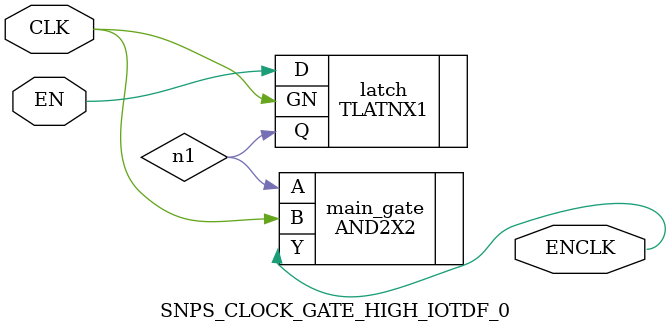
<source format=v>


module IOTDF ( clk, rst, in_en, iot_in, fn_sel, busy, valid, iot_out );
  input [7:0] iot_in;
  input [2:0] fn_sel;
  output [127:0] iot_out;
  input clk, rst, in_en;
  output busy, valid;
  wire   n150, n279, n280, n281, n282, n283, n284, n285, n286, n287, n288,
         n289, n290, n291, n292, n293, n294, n295, n296, n297, n298, n299,
         u_DES_n1922, u_DES_n1921, u_DES_n1920, u_DES_n1919, u_DES_n1917,
         u_DES_n1916, u_DES_n1915, u_DES_n1914, u_DES_n1913, u_DES_n1912,
         u_DES_n1911, u_DES_n1910, u_DES_n1909, u_DES_n1908, u_DES_n1907,
         u_DES_n1906, u_DES_n1905, u_DES_n1904, u_DES_n1903, u_DES_n1902,
         u_DES_n1901, u_DES_n1900, u_DES_n1899, u_DES_n1898, u_DES_n1897,
         u_DES_n1896, u_DES_n1895, u_DES_n1893, u_DES_n1892, u_DES_n1891,
         u_DES_n1890, u_DES_n1889, u_DES_n1888, u_DES_n1887, u_DES_n1886,
         u_DES_n1885, u_DES_n1884, u_DES_n1882, u_DES_n1881, u_DES_n1880,
         u_DES_n1879, u_DES_n1878, u_DES_n1877, u_DES_n1876, u_DES_n1875,
         u_DES_n1874, u_DES_n1873, u_DES_n1872, u_DES_n1871, u_DES_n1870,
         u_DES_n1869, u_DES_n1868, u_DES_n1867, u_DES_n1866, u_DES_n1865,
         u_DES_n1864, u_DES_n1863, u_DES_n1862, u_DES_n1861, u_DES_n1859,
         u_DES_n1856, u_DES_n1855, u_DES_n1854, u_DES_n1853, u_DES_n1852,
         u_DES_n1851, u_DES_n1850, u_DES_n1849, u_DES_n1848, u_DES_n1847,
         u_DES_n1846, u_DES_n1845, u_DES_n1844, u_DES_n1843, u_DES_n1842,
         u_DES_n1841, u_DES_n1840, u_DES_n1839, u_DES_n1838, u_DES_n1837,
         u_DES_n1836, u_DES_n1835, u_DES_n1834, u_DES_n1833, u_DES_n1832,
         u_DES_n1831, u_DES_n1830, u_DES_n1829, u_DES_n1828, u_DES_n1827,
         u_DES_n1826, u_MAXMIN_n1081, u_MAXMIN_n1080, u_MAXMIN_n1079,
         u_MAXMIN_n1078, u_MAXMIN_n821, u_MAXMIN_n820, u_MAXMIN_n819,
         u_MAXMIN_n815, u_MAXMIN_n813, u_MAXMIN_n812, u_MAXMIN_n811,
         u_MAXMIN_n810, u_MAXMIN_n809, u_MAXMIN_n808, u_MAXMIN_n807,
         u_MAXMIN_n806, u_MAXMIN_n804, u_MAXMIN_n803, u_MAXMIN_n802,
         u_MAXMIN_n801, u_MAXMIN_n800, u_MAXMIN_n799, u_MAXMIN_n798,
         u_MAXMIN_n797, u_MAXMIN_n793, u_MAXMIN_n792, u_MAXMIN_n791,
         u_MAXMIN_n790, u_MAXMIN_n789, u_MAXMIN_n788, u_MAXMIN_n787,
         u_MAXMIN_n784, u_MAXMIN_n781, u_MAXMIN_n780, u_MAXMIN_n779,
         u_MAXMIN_n778, u_MAXMIN_n776, u_MAXMIN_n773, u_MAXMIN_n771,
         u_MAXMIN_n770, u_MAXMIN_n767, u_MAXMIN_n764, u_MAXMIN_n762,
         u_MAXMIN_n761, u_MAXMIN_n760, u_MAXMIN_n759, u_MAXMIN_n758,
         u_MAXMIN_n756, u_MAXMIN_n753, u_MAXMIN_n752, u_MAXMIN_n751,
         u_MAXMIN_n750, u_MAXMIN_n749, u_MAXMIN_n748, u_MAXMIN_n747,
         u_MAXMIN_n746, u_MAXMIN_n745, u_MAXMIN_n744, u_MAXMIN_n743,
         u_MAXMIN_n742, u_MAXMIN_n741, u_MAXMIN_n737, u_MAXMIN_n736,
         u_MAXMIN_n735, u_MAXMIN_n734, u_MAXMIN_n731, u_MAXMIN_n729,
         u_MAXMIN_n728, u_MAXMIN_n727, u_MAXMIN_n726, u_MAXMIN_n723,
         u_MAXMIN_n721, u_MAXMIN_n720, u_MAXMIN_n719, u_MAXMIN_n718,
         u_MAXMIN_n717, u_MAXMIN_n716, u_MAXMIN_n715, u_MAXMIN_n713,
         u_MAXMIN_n712, u_MAXMIN_n710, u_MAXMIN_n709, u_MAXMIN_n708,
         u_MAXMIN_n707, u_MAXMIN_n706, u_MAXMIN_n705, u_MAXMIN_n704,
         u_MAXMIN_n703, u_MAXMIN_n702, u_MAXMIN_n701, u_MAXMIN_n700,
         u_MAXMIN_n699, u_MAXMIN_n698, u_MAXMIN_n697, u_MAXMIN_n696,
         u_MAXMIN_n695, u_MAXMIN_n693, u_MAXMIN_counter_r_2_,
         u_MAXMIN_current_state_0_, n307, n308, n309, n310, n3152, n3153,
         n3154, n3155, n3156, n3158, n3159, n3160, n3161, n3162, n3163, n3164,
         n3165, n3166, n3167, n3168, n3169, n3170, n3171, n3172, n3173, n3174,
         n3175, n3176, n3177, n3178, n3179, n3180, n3181, n3182, n3183, n3184,
         n3185, n3186, n3187, n3188, n3189, n3190, n3191, n3192, n3193, n3194,
         n3195, n3196, n3197, n3198, n3199, n3200, n3201, n3202, n3203, n3204,
         n3205, n3206, n3207, n3208, n3209, n3210, n3211, n3212, n3213, n3214,
         n3215, n3216, n3217, n3218, n3219, n3220, n3221, n3222, n3223, n3224,
         n3225, n3226, n3227, n3228, n3229, n3230, n3231, n3232, n3233, n3234,
         n3235, n3236, n3237, n3238, n3239, n3240, n3241, n3242, n3243, n3244,
         n3247, n3248, n3249, n3250, n3251, n3252, n3253, n3254, n3255, n3256,
         n3257, n3258, n3259, n3260, n3261, n3262, n3263, n3264, n3265, n3266,
         n3267, n3268, n3269, n3270, n3271, n3272, n3273, n3274, n3275, n3277,
         n3278, n3279, n3280, n3282, n3283, n3284, n3285, n3286, n3287, n3288,
         n3289, n3290, n3291, n3292, n3293, n3294, n3295, n3296, n3297, n3298,
         n3299, n3300, n3301, n3302, n3303, n3304, n3305, n3306, n3307, n3308,
         n3309, n3310, n3311, n3312, n3313, n3314, n3315, n3316, n3317, n3318,
         n3319, n3320, n3321, n3322, n3323, n3324, n3325, n3326, n3327, n3328,
         n3329, n3330, n3331, n3332, n3333, n3334, n3335, n3336, n3337, n3338,
         n3339, n3340, n3341, n3342, n3343, n3344, n3345, n3346, n3347, n3348,
         n3349, n3350, n3351, n3352, n3353, n3354, n3355, n3356, n3357, n3358,
         n3359, n3360, n3361, n3362, n3363, n3364, n3365, n3366, n3367, n3368,
         n3369, n3370, n3371, n3372, n3373, n3374, n3375, n3376, n3377, n3378,
         n3379, n3380, n3381, n3382, n3383, n3384, n3385, n3386, n3387, n3388,
         n3389, n3390, n3391, n3392, n3393, n3394, n3395, n3396, n3397, n3398,
         n3399, n3400, n3401, n3402, n3403, n3404, n3405, n3406, n3407, n3408,
         n3409, n3410, n3411, n3412, n3413, n3414, n3415, n3416, n3417, n3418,
         n3419, n3420, n3421, n3422, n3423, n3424, n3425, n3426, n3427, n3428,
         n3429, n3430, n3431, n3432, n3433, n3435, n3437, n3438, n3439, n3440,
         n3441, n3442, n3443, n3444, n3445, n3446, n3447, n3448, n3449, n3450,
         n3451, n3452, n3453, n3454, n3455, n3457, n3458, n3459, n3460, n3461,
         n3462, n3463, n3464, n3465, n3466, n3467, n3468, n3469, n3470, n3471,
         n3472, n3473, n3474, n3475, n3476, n3477, n3478, n3479, n3480, n3481,
         n3482, n3483, n3484, n3485, n3486, n3487, n3488, n3489, n3490, n3491,
         n3492, n3493, n3494, n3495, n3496, n3497, n3498, n3499, n3500, n3501,
         n3502, n3503, n3504, n3505, n3506, n3507, n3508, n3509, n3510, n3511,
         n3512, n3513, n3514, n3515, n3516, n3517, n3518, n3519, n3520, n3521,
         n3522, n3523, n3524, n3525, n3526, n3527, n3528, n3529, n3530, n3531,
         n3532, n3533, n3534, n3535, n3536, n3537, n3538, n3539, n3540, n3541,
         n3542, n3543, n3544, n3545, n3546, n3547, n3548, n3549, n3552, n3553,
         n3555, n3556, n3557, n3558, n3559, n3560, n3561, n3562, n3563, n3564,
         n3565, n3566, n3567, n3568, n3569, n3570, n3571, n3572, n3573, n3574,
         n3575, n3576, n3577, n3578, n3579, n3580, n3581, n3582, n3583, n3584,
         n3585, n3586, n3587, n3588, n3589, n3590, n3591, n3592, n3593, n3594,
         n3595, n3596, n3597, n3598, n3599, n3600, n3601, n3602, n3603, n3604,
         n3605, n3606, n3607, n3608, n3609, n3610, n3611, n3612, n3613, n3614,
         n3615, n3616, n3617, n3618, n3619, n3620, n3621, n3622, n3623, n3624,
         n3625, n3626, n3627, n3628, n3630, n3632, n3633, n3634, n3636, n3637,
         n3638, n3639, n3640, n3641, n3642, n3643, n3645, n3647, n3648, n3649,
         n3650, n3652, n3659, n3661, n3663, n3666, n3669, n3671, n3673, n3676,
         n3680, n3683, n3686, n3689, n3692, n3698, n3703, n3712, n5670, n6614,
         n6615, n6616, n6617, n6618, n6619, n6620, n6621, n6623, n6624, n6625,
         n6626, n6627, n6628, n6629, n6630, n6631, n6632, n6633, n6634, n6635,
         n6636, n6637, n6638, n6639, n6640, n6641, n6642, n6643, n6644, n6645,
         n6646, n6647, n6648, n6649, n6650, n6651, n6652, n6653, n6654, n6655,
         n6656, n6657, n6658, n6659, n6660, n6661, n6662, n6663, n6664, n6665,
         n6666, n6667, n6668, n6669, n6670, n6671, n6672, n6673, n6674, n6675,
         n6676, n6677, n6678, n6679, n6680, n6681, n6682, n6683, n6684, n6685,
         n6686, n6687, n6688, n6689, n6690, n6691, n6692, n6693, n6694, n6695,
         n6696, n6697, n6698, n6699, n6700, n6701, n6702, n6703, n6704, n6705,
         n6706, n6707, n6708, n6709, n6710, n6711, n6712, n6713, n6714, n6715,
         n6716, n6717, n6718, n6719, n6720, n6721, n6722, n6723, n6724, n6725,
         n6726, n6727, n6728, n6729, n6730, n6731, n6732, n6733, n6734, n6735,
         n6736, n6737, n6738, n6739, n6740, n6741, n6742, n6743, n6744, n6745,
         n6746, n6747, n6748, n6749, n6750, n6751, n6752, n6753, n6754, n6755,
         n6756, n6757, n6758, n6759, n6760, n6761, n6762, n6763, n6764, n6765,
         n6766, n6767, n6768, n6769, n6770, n6771, n6772, n6773, n6774, n6775,
         n6776, n6777, n6778, n6779, n6780, n6781, n6782, n6783, n6784, n6785,
         n6786, n6787, n6788, n6789, n6790, n6791, n6792, n6793, n6794, n6795,
         n6796, n6797, n6798, n6799, n6800, n6801, n6802, n6803, n6804, n6805,
         n6806, n6807, n6808, n6809, n6810, n6811, n6812, n6813, n6814, n6815,
         n6816, n6817, n6818, n6819, n6820, n6821, n6822, n6823, n6824, n6825,
         n6826, n6827, n6828, n6829, n6830, n6831, n6832, n6833, n6834, n6835,
         n6836, n6837, n6838, n6839, n6840, n6841, n6842, n6843, n6844, n6845,
         n6846, n6847, n6848, n6849, n6850, n6851, n6852, n6853, n6854, n6855,
         n6856, n6857, n6858, n6859, n6860, n6861, n6862, n6863, n6864, n6865,
         n6866, n6867, n6868, n6869, n6870, n6871, n6872, n6873, n6874, n6875,
         n6876, n6877, n6878, n6879, n6880, n6881, n6882, n6883, n6884, n6885,
         n6886, n6887, n6888, n6889, n6890, n6891, n6892, n6893, n6894, n6895,
         n6896, n6897, n6898, n6899, n6900, n6901, n6902, n6903, n6904, n6905,
         n6906, n6907, n6908, n6909, n6910, n6911, n6912, n6913, n6914, n6915,
         n6916, n6917, n6918, n6919, n6920, n6921, n6922, n6923, n6924, n6925,
         n6926, n6927, n6928, n6929, n6930, n6931, n6932, n6933, n6934, n6935,
         n6936, n6937, n6938, n6939, n6940, n6941, n6942, n6943, n6944, n6945,
         n6946, n6947, n6948, n6949, n6950, n6951, n6952, n6953, n6954, n6955,
         n6956, n6957, n6958, n6959, n6960, n6961, n6962, n6963, n6964, n6965,
         n6966, n6967, n6968, n6969, n6970, n6971, n6972, n6973, n6974, n6975,
         n6976, n6977, n6978, n6979, n6980, n6981, n6982, n6983, n6984, n6985,
         n6986, n6987, n6988, n6989, n6990, n6991, n6992, n6993, n6994, n6995,
         n6996, n6997, n6998, n6999, n7000, n7001, n7002, n7003, n7004, n7005,
         n7006, n7007, n7008, n7009, n7010, n7011, n7012, n7013, n7014, n7015,
         n7016, n7017, n7018, n7019, n7020, n7021, n7022, n7023, n7024, n7025,
         n7026, n7027, n7028, n7029, n7030, n7031, n7032, n7033, n7034, n7035,
         n7036, n7037, n7038, n7039, n7040, n7041, n7042, n7043, n7044, n7045,
         n7046, n7047, n7048, n7049, n7050, n7051, n7052, n7053, n7054, n7055,
         n7056, n7057, n7058, n7059, n7060, n7061, n7062, n7063, n7064, n7065,
         n7066, n7067, n7068, n7069, n7070, n7071, n7072, n7073, n7074, n7075,
         n7076, n7077, n7078, n7079, n7080, n7081, n7082, n7083, n7084, n7085,
         n7086, n7087, n7088, n7089, n7090, n7091, n7092, n7093, n7094, n7095,
         n7096, n7097, n7098, n7099, n7100, n7101, n7102, n7103, n7104, n7105,
         n7106, n7107, n7108, n7109, n7110, n7111, n7112, n7113, n7114, n7115,
         n7116, n7117, n7118, n7119, n7120, n7121, n7122, n7123, n7124, n7125,
         n7126, n7127, n7128, n7129, n7130, n7131, n7132, n7133, n7134, n7135,
         n7136, n7137, n7138, n7139, n7140, n7141, n7142, n7143, n7144, n7145,
         n7146, n7147, n7148, n7149, n7150, n7151, n7152, n7153, n7154, n7155,
         n7156, n7157, n7158, n7159, n7160, n7161, n7162, n7163, n7164, n7165,
         n7166, n7167, n7168, n7169, n7170, n7171, n7172, n7173, n7174, n7175,
         n7176, n7177, n7178, n7179, n7180, n7181, n7182, n7183, n7184, n7185,
         n7186, n7187, n7188, n7189, n7190, n7191, n7192, n7193, n7194, n7195,
         n7196, n7197, n7198, n7199, n7200, n7201, n7202, n7203, n7204, n7205,
         n7206, n7207, n7208, n7209, n7210, n7211, n7212, n7213, n7214, n7215,
         n7216, n7217, n7218, n7219, n7220, n7221, n7222, n7223, n7224, n7225,
         n7226, n7227, n7228, n7229, n7230, n7231, n7232, n7233, n7234, n7235,
         n7236, n7237, n7238, n7239, n7240, n7241, n7242, n7243, n7244, n7245,
         n7246, n7247, n7248, n7249, n7250, n7251, n7252, n7253, n7254, n7255,
         n7256, n7257, n7258, n7259, n7260, n7261, n7262, n7263, n7264, n7265,
         n7266, n7267, n7268, n7269, n7270, n7271, n7272, n7273, n7274, n7275,
         n7276, n7277, n7278, n7279, n7280, n7281, n7282, n7283, n7284, n7285,
         n7286, n7287, n7288, n7289, n7290, n7291, n7292, n7293, n7294, n7295,
         n7296, n7297, n7298, n7299, n7300, n7301, n7302, n7303, n7304, n7305,
         n7306, n7307, n7308, n7309, n7310, n7311, n7312, n7313, n7314, n7315,
         n7316, n7317, n7318, n7319, n7320, n7321, n7322, n7323, n7324, n7325,
         n7326, n7327, n7328, n7329, n7330, n7331, n7332, n7333, n7334, n7335,
         n7336, n7337, n7338, n7339, n7340, n7341, n7342, n7343, n7344, n7345,
         n7346, n7347, n7348, n7349, n7350, n7351, n7352, n7353, n7354, n7355,
         n7356, n7357, n7358, n7359, n7360, n7361, n7362, n7363, n7364, n7365,
         n7366, n7367, n7368, n7369, n7370, n7371, n7372, n7373, n7374, n7375,
         n7376, n7377, n7378, n7379, n7380, n7381, n7382, n7383, n7384, n7385,
         n7386, n7387, n7388, n7389, n7390, n7391, n7392, n7393, n7394, n7395,
         n7396, n7397, n7398, n7399, n7400, n7401, n7402, n7403, n7404, n7405,
         n7406, n7407, n7408, n7409, n7410, n7411, n7412, n7413, n7414, n7415,
         n7416, n7417, n7418, n7419, n7420, n7421, n7422, n7423, n7424, n7425,
         n7426, n7427, n7428, n7429, n7430, n7431, n7432, n7433, n7434, n7435,
         n7436, n7437, n7438, n7439, n7440, n7441, n7442, n7443, n7444, n7445,
         n7446, n7447, n7448, n7449, n7450, n7451, n7452, n7453, n7454, n7455,
         n7456, n7457, n7458, n7459, n7460, n7461, n7462, n7463, n7464, n7465,
         n7466, n7467, n7468, n7469, n7470, n7471, n7472, n7473, n7474, n7475,
         n7476, n7477, n7478, n7479, n7480, n7481, n7482, n7483, n7484, n7485,
         n7486, n7487, n7488, n7489, n7490, n7491, n7492, n7493, n7494, n7495,
         n7496, n7497, n7498, n7499, n7500, n7501, n7502, n7503, n7504, n7505,
         n7506, n7507, n7508, n7509, n7510, n7511, n7512, n7513, n7514, n7515,
         n7516, n7517, n7518, n7519, n7520, n7521, n7522, n7523, n7524, n7525,
         n7526, n7527, n7528, n7529, n7530, n7531, n7532, n7533, n7534, n7535,
         n7536, n7537, n7538, n7539, n7540, n7541, n7542, n7543, n7544, n7545,
         n7546, n7547, n7548, n7549, n7550, n7551, n7552, n7553, n7554, n7555,
         n7556, n7557, n7558, n7559, n7560, n7561, n7562, n7563, n7564, n7565,
         n7566, n7567, n7568, n7569, n7570, n7571, n7572, n7573, n7574, n7575,
         n7576, n7577, n7578, n7579, n7580, n7581, n7582, n7583, n7584, n7585,
         n7586, n7587, n7588, n7589, n7590, n7591, n7592, n7593, n7594, n7595,
         n7596, n7597, n7598, n7599, n7600, n7601, n7602, n7603, n7604, n7605,
         n7606, n7607, n7608, n7609, n7610, n7611, n7612, n7613, n7614, n7615,
         n7616, n7617, n7618, n7619, n7620, n7621, n7622, n7623, n7624, n7625,
         n7626, n7627, n7628, n7629, n7630, n7631, n7632, n7633, n7634, n7635,
         n7636, n7637, n7638, n7639, n7640, n7641, n7642, n7643, n7644, n7645,
         n7646, n7647, n7648, n7649, n7650, n7651, n7652, n7653, n7654, n7655,
         n7656, n7657, n7658, n7659, n7660, n7661, n7662, n7663, n7664, n7665,
         n7666, n7667, n7668, n7669, n7670, n7671, n7672, n7673, n7674, n7675,
         n7676, n7677, n7678, n7679, n7680, n7681, n7682, n7683, n7684, n7685,
         n7686, n7687, n7688, n7689, n7690, n7691, n7692, n7693, n7694, n7695,
         n7696, n7697, n7698, n7699, n7700, n7701, n7702, n7703, n7704, n7705,
         n7706, n7707, n7708, n7709, n7710, n7711, n7712, n7713, n7714, n7715,
         n7716, n7717, n7718, n7719, n7720, n7721, n7722, n7723, n7724, n7725,
         n7726, n7727, n7728, n7729, n7730, n7731, n7732, n7733, n7734, n7735,
         n7736, n7737, n7738, n7739, n7740, n7741, n7742, n7743, n7744, n7745,
         n7746, n7747, n7748, n7749, n7750, n7751, n7752, n7753, n7754, n7755,
         n7756, n7757, n7758, n7759, n7760, n7761, n7762, n7763, n7764, n7765,
         n7766, n7767, n7768, n7769, n7770, n7771, n7772, n7773, n7774, n7775,
         n7776, n7777, n7778, n7779, n7780, n7781, n7782, n7783, n7784, n7785,
         n7786, n7787, n7788, n7789, n7790, n7791, n7792, n7793, n7794, n7795,
         n7796, n7797, n7798, n7799, n7800, n7801, n7802, n7803, n7804, n7805,
         n7806, n7807, n7808, n7809, n7810, n7811, n7812, n7813, n7814, n7815,
         n7816, n7817, n7818, n7819, n7820, n7821, n7822, n7823, n7824, n7825,
         n7826, n7827, n7828, n7829, n7830, n7831, n7832, n7833, n7834, n7835,
         n7836, n7837, n7838, n7839, n7840, n7841, n7842, n7843, n7844, n7845,
         n7846, n7847, n7848, n7849, n7850, n7851, n7852, n7853, n7854, n7855,
         n7856, n7857, n7858, n7859, n7860, n7861, n7862, n7863, n7864, n7865,
         n7866, n7867, n7868, n7869, n7870, n7871, n7872, n7873, n7874, n7875,
         n7876, n7877, n7878, n7879, n7880, n7881, n7882, n7883, n7884, n7885,
         n7886, n7887, n7888, n7889, n7890, n7891, n7892, n7893, n7894, n7895,
         n7896, n7897, n7898, n7899, n7900, n7901, n7902, n7903, n7904, n7905,
         n7906, n7907, n7908, n7909, n7910, n7911, n7912, n7913, n7914, n7915,
         n7916, n7917, n7918, n7919, n7920, n7921, n7922, n7923, n7924, n7925,
         n7926, n7927, n7928, n7929, n7930, n7931, n7932, n7933, n7934, n7935,
         n7936, n7937, n7938, n7939, n7940, n7941, n7942, n7943, n7944, n7945,
         n7946, n7947, n7948, n7949, n7950, n7951, n7952, n7953, n7954, n7955,
         n7956, n7957, n7958, n7959, n7960, n7961, n7962, n7963, n7964, n7965,
         n7966, n7967, n7968, n7969, n7970, n7971, n7972, n7973, n7974, n7975,
         n7976, n7977, n7978, n7979, n7980, n7981, n7982, n7983, n7984, n7985,
         n7986, n7987, n7988, n7989, n7990, n7991, n7992, n7993, n7994, n7995,
         n7996, n7997, n7998, n7999, n8000, n8001, n8002, n8003, n8004, n8005,
         n8006, n8007, n8008, n8009, n8010, n8011, n8012, n8013, n8014, n8015,
         n8016, n8017, n8018, n8019, n8020, n8021, n8022, n8023, n8024, n8025,
         n8026, n8027, n8028, n8029, n8030, n8031, n8032, n8033, n8034, n8035,
         n8036, n8037, n8038, n8039, n8040, n8041, n8042, n8043, n8044, n8045,
         n8046, n8047, n8048, n8049, n8050, n8051, n8052, n8053, n8054, n8055,
         n8056, n8057, n8058, n8059, n8060, n8061, n8062, n8063, n8064, n8065,
         n8066, n8067, n8068, n8069, n8070, n8071, n8072, n8073, n8074, n8075,
         n8076, n8077, n8078, n8079, n8080, n8081, n8082, n8083, n8084, n8085,
         n8086, n8087, n8088, n8089, n8090, n8091, n8092, n8093, n8094, n8095,
         n8096, n8097, n8098, n8099, n8100, n8101, n8102, n8103, n8104, n8105,
         n8106, n8107, n8108, n8109, n8110, n8111, n8112, n8113, n8114, n8115,
         n8116, n8117, n8118, n8119, n8120, n8121, n8122, n8123, n8124, n8125,
         n8126, n8127, n8128, n8129, n8130, n8131, n8132, n8133, n8134, n8135,
         n8136, n8137, n8138, n8139, n8140, n8141, n8142, n8143, n8144, n8145,
         n8146, n8147, n8148, n8149, n8150, n8151, n8152, n8153, n8154, n8155,
         n8156, n8157, n8158, n8159, n8160, n8161, n8162, n8163, n8164, n8165,
         n8166, n8167, n8168, n8169, n8170, n8171, n8172, n8173, n8174, n8175,
         n8176, n8177, n8178, n8179, n8180, n8181, n8182, n8183, n8184, n8185,
         n8186, n8187, n8188, n8189, n8190, n8191, n8192, n8193, n8194, n8195,
         n8196, n8197, n8198, n8199, n8200, n8201, n8202, n8203, n8204, n8205,
         n8206, n8207, n8208, n8209, n8210, n8211, n8212, n8213, n8214, n8215,
         n8216, n8217, n8218, n8219, n8220, n8221, n8222, n8223, n8224, n8225,
         n8226, n8227, n8228, n8229, n8230, n8231, n8232, n8233, n8234, n8235,
         n8236, n8237, n8238, n8239, n8240, n8241, n8242, n8243, n8244, n8245,
         n8246, n8247, n8248, n8249, n8250, n8251, n8252, n8253, n8254, n8255,
         n8256, n8257, n8258, n8259, n8260, n8261, n8262, n8263, n8264, n8265,
         n8266, n8267, n8268, n8269, n8270, n8271, n8272, n8273, n8274, n8275,
         n8276, n8277, n8278, n8279, n8280, n8281, n8282, n8283, n8284, n8285,
         n8286, n8287, n8288, n8289, n8290, n8291, n8292, n8293, n8294, n8295,
         n8296, n8297, n8298, n8299, n8300, n8301, n8302, n8303, n8304, n8305,
         n8306, n8307, n8308, n8309, n8310, n8311, n8312, n8313, n8314, n8315,
         n8316, n8317, n8318, n8319, n8320, n8321, n8322, n8323, n8324, n8325,
         n8326, n8327, n8328, n8329, n8330, n8331, n8332, n8333, n8334, n8335,
         n8336, n8337, n8338, n8339, n8340, n8341, n8342, n8343, n8344, n8345,
         n8346, n8347, n8348, n8349, n8350, n8351, n8352, n8353, n8354, n8355,
         n8356, n8357, n8358, n8359, n8360, n8361, n8362, n8363, n8364, n8365,
         n8366, n8367, n8368, n8369, n8370, n8371, n8372, n8373, n8374, n8375,
         n8376, n8377, n8378, n8379, n8380, n8381, n8382, n8383, n8384, n8385,
         n8386, n8387, n8388, n8389, n8390, n8391, n8392, n8393, n8394, n8395,
         n8396, n8397, n8398, n8399, n8400, n8401, n8402, n8403, n8404, n8405,
         n8406, n8407, n8408, n8409, n8410, n8411, n8412, n8413, n8414, n8415,
         n8416, n8417, n8418, n8419, n8420, n8421, n8422, n8423, n8424, n8425,
         n8426, n8427, n8428, n8429, n8430, n8431, n8432, n8433, n8434, n8435,
         n8436, n8437, n8438, n8439, n8440, n8441, n8442, n8443, n8444, n8445,
         n8446, n8447, n8448, n8449, n8450, n8451, n8452, n8453, n8454, n8455,
         n8456, n8457, n8458, n8459, n8460, n8461, n8462, n8463, n8464, n8465,
         n8466, n8467, n8468, n8469, n8470, n8471, n8472, n8473, n8474, n8475,
         n8476, n8477, n8478, n8479, n8480, n8481, n8482, n8483, n8484, n8485,
         n8486, n8487, n8488, n8489, n8490, n8491, n8492, n8493, n8494, n8495,
         n8496, n8497, n8498, n8499, n8500, n8501, n8502, n8503, n8504, n8505,
         n8506, n8507, n8508, n8509, n8510, n8511, n8512, n8513, n8514, n8515,
         n8516, n8517, n8518, n8519, n8520, n8521, n8522, n8523, n8524, n8525,
         n8526, n8527, n8528, n8529, n8530, n8531, n8532, n8533, n8534, n8535,
         n8536, n8537, n8538, n8539, n8540, n8541, n8542, n8543, n8544, n8545,
         n8546, n8547, n8548, n8549, n8550, n8551, n8552, n8553, n8554, n8555,
         n8556, n8557, n8558, n8559, n8560, n8561, n8562, n8563, n8564, n8565,
         n8566, n8567, n8568, n8569, n8570, n8571, n8572, n8573, n8574, n8575,
         n8576, n8577, n8578, n8579, n8580, n8581, n8582, n8583, n8584, n8585,
         n8586, n8587, n8588, n8589, n8590, n8591, n8592, n8593, n8594, n8595,
         n8596, n8597, n8598, n8599, n8600, n8601, n8602, n8603, n8604, n8605,
         n8606, n8607, n8608, n8609, n8610, n8611, n8612, n8613, n8614, n8615,
         n8616, n8617, n8618, n8619, n8620, n8621, n8622, n8623, n8624, n8625,
         n8626, n8627, n8628, n8629, n8630, n8631, n8632, n8633, n8634, n8635,
         n8636, n8637, n8638, n8639, n8640, n8641, n8642, n8643, n8644, n8645,
         n8646, n8647, n8648, n8649, n8650, n8651, n8652, n8653, n8654, n8655,
         n8656, n8657, n8658, n8659, n8660, n8661, n8662, n8663, n8664, n8665,
         n8666, n8667, n8668, n8669, n8670, n8671, n8672, n8673, n8674, n8675,
         n8676, n8677, n8678, n8679, n8680, n8681, n8682, n8683, n8684, n8685,
         n8686, n8687, n8688, n8689, n8690, n8691, n8692, n8693, n8694, n8695,
         n8696, n8697, n8698, n8699, n8700, n8701, n8702, n8703, n8704, n8705,
         n8706, n8707, n8708, n8709, n8710, n8711, n8712, n8713, n8714, n8715,
         n8716, n8717, n8718, n8719, n8720, n8721, n8722, n8723, n8724, n8725,
         n8726, n8727, n8728, n8729, n8730, n8731, n8732, n8733, n8734, n8735,
         n8736, n8737, n8738, n8739, n8740, n8741, n8742, n8743, n8744, n8745,
         n8746, n8747, n8748, n8749, n8750, n8751, n8752, n8753, n8754, n8755,
         n8756, n8757, n8758, n8759, n8760, n8761, n8762, n8763, n8764, n8765,
         n8766, n8767, n8768, n8769, n8770, n8771, n8772, n8773, n8774, n8775,
         n8776, n8777, n8778, n8779, n8780, n8781, n8782, n8783, n8784, n8785,
         n8786, n8787, n8788, n8789, n8790, n8791, n8792, n8793, n8794, n8795,
         n8796, n8797, n8798, n8799, n8800, n8801, n8802, n8803, n8804, n8805,
         n8806, n8807, n8808, n8809, n8810, n8811, n8812, n8813, n8814, n8815,
         n8816, n8817, n8818, n8819, n8820, n8821, n8822, n8823, n8824, n8825,
         n8826, n8827, n8828, n8829, n8830, n8831, n8832, n8833, n8834, n8835,
         n8836, n8837, n8838, n8839, n8840, n8841, n8842, n8843, n8844, n8845,
         n8846, n8847, n8848, n8849, n8850, n8851, n8852, n8853, n8854, n8855,
         n8856, n8857, n8858, n8859, n8860, n8861, n8862, n8863, n8864, n8865,
         n8866, n8867, n8868, n8869, n8870, n8871, n8872, n8873, n8874, n8875,
         n8876, n8877, n8878, n8879, n8880, n8881, n8882, n8883, n8884, n8885,
         n8886, n8887, n8888, n8889, n8890, n8891, n8892, n8893, n8894, n8895,
         n8896, n8897, n8898, n8899, n8900, n8901, n8902, n8903, n8904, n8905,
         n8906, n8907, n8908, n8909, n8910, n8911, n8912, n8913, n8914, n8915,
         n8916, n8917, n8918, n8919, n8920, n8921, n8922, n8923, n8924, n8925,
         n8926, n8927, n8928, n8929, n8930, n8931, n8932, n8933, n8934, n8935,
         n8936, n8937, n8938, n8939, n8940, n8941, n8942, n8943, n8944, n8945,
         n8946, n8947, n8948, n8949, n8950, n8951, n8952, n8953, n8954, n8955,
         n8956, n8957, n8958, n8959, n8960, n8961, n8962, n8963, n8964, n8965,
         n8966, n8967, n8968, n8969, n8970, n8971, n8972, n8973, n8974, n8975,
         n8976, n8977, n8978, n8979, n8980, n8981, n8982, n8983, n8984, n8985,
         n8986, n8987, n8988, n8989, n8991, n8992, n8993, n8994, n8995, n8996,
         n8997, n8998, n8999, n9000, n9001, n9002, n9003, n9004, n9005, n9006,
         n9007, n9008, n9009, n9010, n9011, n9012, n9013, n9014, n9015, n9016,
         n9017, n9018, n9019, n9020, n9021, n9022, n9023, n9024, n9025, n9026,
         n9027, n9028, n9029, n9030, n9031, n9032, n9033, n9034, n9035, n9036,
         n9037, n9038, n9039, n9040, n9041, n9042, n9043, n9044, n9045, n9046,
         n9047, n9048, n9049, n9050, n9051, n9052, n9053, n9054, n9055, n9056,
         n9057, n9058, n9059, n9060, n9061, n9062, n9063, n9064, n9065, n9066,
         n9067, n9068, n9069, n9070, n9071, n9072, n9073, n9074, n9075, n9076,
         n9077, n9078, n9079, n9080, n9081, n9082, n9083, n9084, n9085, n9086,
         n9087, n9088, n9089, n9090, n9091, n9092, n9093, n9094, n9095, n9096,
         n9097, n9098, n9099, n9100, n9101, n9102, n9103, n9104, n9105, n9106,
         n9107, n9108, n9109, n9110, n9111, n9112, n9113, n9114, n9115, n9116,
         n9117, n9118, n9119, n9120, n9121, n9122, n9123, n9124, n9125, n9126,
         n9127, n9128, n9129, n9130, n9131, n9132, n9133, n9134, n9135, n9136,
         n9137, n9138, n9139, n9140, n9141, n9142, n9143, n9144, n9145, n9146,
         n9147, n9148, n9149, n9150, n9151, n9152, n9153, n9154, n9155, n9156,
         n9157, n9158, n9159, n9160, n9161, n9162, n9163, n9164, n9165, n9166,
         n9167, n9168, n9169, n9170, n9171, n9172, n9173, n9174, n9175, n9176,
         n9177, n9178, n9179, n9180, n9181, n9182, n9183, n9184, n9185, n9186,
         n9187, n9188, n9189, n9190, n9191, n9192, n9193, n9194, n9195, n9196,
         n9197, n9198, n9199, n9200, n9201, n9202, n9203, n9204, n9205, n9206,
         n9207, n9208, n9209, n9210, n9211, n9212, n9213, n9214, n9215, n9216,
         n9217, n9218, n9219, n9220, n9221, n9222, n9223, n9224, n9225, n9226,
         n9227, n9228, n9229, n9230, n9231, n9232, n9233, n9234, n9235, n9236,
         n9237, n9238, n9239, n9240, n9241, n9242, n9243, n9244, n9245, n9246,
         n9247, n9248, n9249, n9250, n9251, n9252, n9253, n9254, n9255, n9256,
         n9257, n9258, n9259, n9260, n9261, n9262, n9263, n9264, n9265, n9266,
         n9267, n9268, n9269, n9270, n9271, n9272, n9273, n9274, n9275, n9276,
         n9277, n9278, n9279, n9280, n9281, n9282, n9283, n9284, n9285, n9286,
         n9287, n9288, n9289, n9290, n9291, n9292, n9293, n9294, n9295, n9296,
         n9297, n9298, n9299, n9300, n9301, n9302, n9303, n9304, n9305, n9306,
         n9307, n9308, n9309, n9310, n9311, n9312, n9313, n9314, n9315, n9316,
         n9317, n9318, n9319, n9320, n9321, n9322, n9323, n9324, n9325, n9326,
         n9327, n9328, n9329, n9330, n9331, n9332, n9333, n9334, n9335, n9336,
         n9337, n9338, n9339, n9340, n9341, n9342, n9343, n9344, n9345, n9346,
         n9347, n9348, n9349, n9350, n9351, n9352, n9353, n9354, n9355, n9356,
         n9357, n9358, n9359, n9360, n9361, n9362, n9363, n9364, n9365, n9366,
         n9367, n9368, n9369, n9370, n9371, n9372, n9373, n9374, n9375, n9376,
         n9377, n9378, n9379, n9380, n9381, n9382, n9383, n9384, n9385, n9386,
         n9387, n9388, n9389, n9390, n9391, n9392, n9393, n9394, n9395, n9396,
         n9397, n9398, n9399, n9400, n9401, n9402, n9403, n9404, n9405, n9406,
         n9407, n9408, n9409, n9410, n9411, n9412, n9413, n9414, n9415, n9416,
         n9417, n9418, n9419, n9420, n9421, n9422, n9423, n9424, n9425, n9426,
         n9427, n9428, n9429, n9430, n9431, n9432, n9433, n9434, n9435, n9436,
         n9437, n9438, n9439, n9440, n9441, n9442, n9443, n9444, n9445, n9446,
         n9447, n9448, n9449, n9450, n9451, n9452, n9453, n9454, n9455, n9456,
         n9457, n9458, n9459, n9460, n9461, n9462, n9463, n9464, n9465, n9466,
         n9467, n9468, n9469, n9470, n9471, n9472, n9473, n9474, n9475, n9476,
         n9477, n9478, n9479, n9480, n9481, n9482, n9483, n9484, n9485, n9486,
         n9487, n9488, n9489, n9490, n9491, n9492, n9493, n9494, n9495, n9496,
         n9497, n9498, n9499, n9500, n9501, n9502, n9503, n9504, n9505, n9506,
         n9507, n9508, n9509, n9510, n9511, n9512, n9513, n9514, n9515, n9516,
         n9517, n9518, n9519, n9520, n9521, n9522, n9523, n9524, n9525, n9526,
         n9527, n9528, n9529, n9530, n9531, n9532, n9533, n9534, n9535, n9536,
         n9537, n9538, n9539, n9540, n9541, n9542, n9543, n9544, n9545, n9546,
         n9547, n9548, n9549, n9550, n9551, n9552, n9553, n9554, n9555, n9556,
         n9557, n9558, n9559, n9560, n9561, n9562, n9563, n9564, n9565, n9566,
         n9567, n9568, n9569, n9570, n9571, n9572;
  wire   [5:0] data_index_r;
  wire   [2:0] current_state;
  wire   [5:0] valid_index_r;
  wire   [3:0] data_byte_r;
  wire   [127:0] iot_data_r;
  wire   [4:0] u_CRC_counter_w;
  wire   [4:0] u_CRC_counter_r;
  wire   [74:32] u_DES_iot_data_r;
  wire   [3:1] u_DES_counter_r;
  wire   [1:0] u_MAXMIN_next_state;
  wire   [89:24] u_MAXMIN_iot_in_r;
  wire   [3:0] u_MAXMIN_iot_data_r;

  DFFRX1 u_CRC_counter_r_reg_4_ ( .D(u_CRC_counter_w[4]), .CK(clk), .RN(n6620), 
        .Q(u_CRC_counter_r[4]) );
  DFFRX1 current_state_reg_2_ ( .D(n291), .CK(clk), .RN(n9322), .Q(
        current_state[2]), .QN(n9296) );
  DFFRX1 iot_data_r_reg_0__0_ ( .D(n9338), .CK(n9334), .RN(n9323), .Q(
        iot_data_r[0]) );
  DFFRX1 valid_index_r_reg_0_ ( .D(n299), .CK(n9332), .RN(n6621), .Q(
        valid_index_r[0]) );
  DFFRX1 valid_index_r_reg_1_ ( .D(n298), .CK(n9332), .RN(n6621), .Q(n9293) );
  DFFRX1 valid_index_r_reg_3_ ( .D(n296), .CK(n9332), .RN(n9318), .Q(
        valid_index_r[3]) );
  DFFRX1 valid_index_r_reg_5_ ( .D(n294), .CK(n9332), .RN(n9319), .Q(
        valid_index_r[5]) );
  DFFRX1 current_state_reg_1_ ( .D(n292), .CK(clk), .RN(n6621), .Q(
        current_state[1]), .QN(n9223) );
  DFFRX1 data_byte_r_reg_0_ ( .D(n281), .CK(clk), .RN(n6621), .Q(
        data_byte_r[0]), .QN(n9227) );
  DFFRX1 data_byte_r_reg_1_ ( .D(n280), .CK(clk), .RN(n9318), .Q(
        data_byte_r[1]), .QN(n9230) );
  DFFRX1 data_byte_r_reg_2_ ( .D(n279), .CK(clk), .RN(n9322), .Q(
        data_byte_r[2]), .QN(n9219) );
  DFFRX1 data_byte_r_reg_3_ ( .D(n288), .CK(clk), .RN(n6620), .Q(
        data_byte_r[3]), .QN(n9102) );
  DFFRX1 current_state_reg_0_ ( .D(n293), .CK(clk), .RN(n9322), .Q(
        current_state[0]), .QN(n9089) );
  DFFRX1 data_index_r_reg_4_ ( .D(n287), .CK(n9357), .RN(n6621), .Q(
        data_index_r[4]) );
  DFFRX1 data_index_r_reg_0_ ( .D(n286), .CK(n9357), .RN(n9318), .Q(
        data_index_r[0]) );
  DFFRX1 data_index_r_reg_2_ ( .D(n284), .CK(n9357), .RN(n9323), .Q(
        data_index_r[2]), .QN(n9263) );
  DFFRX1 data_index_r_reg_5_ ( .D(n282), .CK(n9357), .RN(n9320), .Q(
        data_index_r[5]) );
  DFFRX1 iot_data_r_reg_14__7_ ( .D(n9341), .CK(n9340), .RN(n9321), .Q(
        iot_data_r[119]) );
  DFFRX1 iot_data_r_reg_13__7_ ( .D(n9341), .CK(n9339), .RN(n6621), .Q(
        iot_data_r[111]) );
  DFFRX1 iot_data_r_reg_12__7_ ( .D(n9341), .CK(n9337), .RN(n6621), .Q(
        iot_data_r[103]) );
  DFFRX1 iot_data_r_reg_15__7_ ( .D(n9341), .CK(n9348), .RN(n9322), .Q(
        iot_data_r[127]) );
  DFFRX1 iot_data_r_reg_11__7_ ( .D(n9341), .CK(n9336), .RN(n6621), .Q(
        iot_data_r[95]) );
  DFFRX1 iot_data_r_reg_10__7_ ( .D(n9341), .CK(n9335), .RN(n6621), .Q(
        iot_data_r[87]) );
  DFFRX1 iot_data_r_reg_9__7_ ( .D(n9341), .CK(n9357), .RN(n6621), .Q(
        iot_data_r[79]) );
  DFFRX1 iot_data_r_reg_8__7_ ( .D(n9341), .CK(n9356), .RN(n6621), .Q(
        iot_data_r[71]) );
  DFFRX1 iot_data_r_reg_7__7_ ( .D(n9341), .CK(n9355), .RN(n9322), .Q(
        iot_data_r[63]), .QN(n9315) );
  DFFRX1 iot_data_r_reg_6__7_ ( .D(n9341), .CK(n9354), .RN(n6621), .Q(
        iot_data_r[55]) );
  DFFRX1 iot_data_r_reg_5__7_ ( .D(n9341), .CK(n9353), .RN(n6621), .Q(
        iot_data_r[47]), .QN(n9303) );
  DFFRX1 iot_data_r_reg_4__7_ ( .D(n9341), .CK(n9352), .RN(n6621), .Q(
        iot_data_r[39]), .QN(n9301) );
  DFFRX1 iot_data_r_reg_3__7_ ( .D(n9341), .CK(n9351), .RN(n9323), .Q(
        iot_data_r[31]) );
  DFFRX1 iot_data_r_reg_2__7_ ( .D(n9341), .CK(n9350), .RN(n9323), .Q(
        iot_data_r[23]) );
  DFFRX1 iot_data_r_reg_1__7_ ( .D(n9341), .CK(n9349), .RN(n9319), .Q(
        iot_data_r[15]), .QN(n9300) );
  DFFRX1 iot_data_r_reg_0__7_ ( .D(n9341), .CK(n9334), .RN(n9321), .Q(
        iot_data_r[7]), .QN(n9316) );
  DFFRX1 iot_data_r_reg_15__6_ ( .D(n9342), .CK(n9348), .RN(n9318), .Q(
        iot_data_r[126]) );
  DFFRX1 iot_data_r_reg_14__6_ ( .D(n9342), .CK(n9340), .RN(n9322), .Q(
        iot_data_r[118]) );
  DFFRX1 iot_data_r_reg_13__6_ ( .D(n9342), .CK(n9339), .RN(n9318), .Q(
        iot_data_r[110]) );
  DFFRX1 iot_data_r_reg_12__6_ ( .D(n9342), .CK(n9337), .RN(n6620), .Q(
        iot_data_r[102]) );
  DFFRX1 iot_data_r_reg_11__6_ ( .D(n9342), .CK(n9336), .RN(n9318), .Q(
        iot_data_r[94]) );
  DFFRX1 iot_data_r_reg_10__6_ ( .D(n9342), .CK(n9335), .RN(n9320), .Q(
        iot_data_r[86]) );
  DFFRX1 iot_data_r_reg_9__6_ ( .D(n9342), .CK(n9357), .RN(n9322), .Q(
        iot_data_r[78]) );
  DFFRX1 iot_data_r_reg_8__6_ ( .D(n9342), .CK(n9356), .RN(n6620), .Q(
        iot_data_r[70]) );
  DFFRX1 iot_data_r_reg_7__6_ ( .D(n9342), .CK(n9355), .RN(n6620), .Q(
        iot_data_r[62]) );
  DFFRX1 iot_data_r_reg_6__6_ ( .D(n9342), .CK(n9354), .RN(n6620), .Q(
        iot_data_r[54]) );
  DFFRX1 iot_data_r_reg_5__6_ ( .D(n9342), .CK(n9353), .RN(n9321), .Q(
        iot_data_r[46]) );
  DFFRX1 iot_data_r_reg_4__6_ ( .D(n9342), .CK(n9352), .RN(n9320), .Q(
        iot_data_r[38]) );
  DFFRX1 iot_data_r_reg_3__6_ ( .D(n9342), .CK(n9351), .RN(n6620), .Q(
        iot_data_r[30]) );
  DFFRX1 iot_data_r_reg_2__6_ ( .D(n9342), .CK(n9350), .RN(n9321), .Q(
        iot_data_r[22]) );
  DFFRX1 iot_data_r_reg_1__6_ ( .D(n9342), .CK(n9349), .RN(n9322), .Q(
        iot_data_r[14]) );
  DFFRX1 iot_data_r_reg_0__6_ ( .D(n9342), .CK(n9334), .RN(n9323), .Q(
        iot_data_r[6]) );
  DFFRX1 iot_data_r_reg_15__5_ ( .D(n9343), .CK(n9348), .RN(n6620), .Q(
        iot_data_r[125]) );
  DFFRX1 iot_data_r_reg_14__5_ ( .D(n9343), .CK(n9340), .RN(n6621), .Q(
        iot_data_r[117]) );
  DFFRX1 iot_data_r_reg_13__5_ ( .D(n9343), .CK(n9339), .RN(n9320), .Q(
        iot_data_r[109]) );
  DFFRX1 iot_data_r_reg_12__5_ ( .D(n9343), .CK(n9337), .RN(n6620), .Q(
        iot_data_r[101]) );
  DFFRX1 iot_data_r_reg_11__5_ ( .D(n9343), .CK(n9336), .RN(n9321), .Q(
        iot_data_r[93]) );
  DFFRX1 iot_data_r_reg_10__5_ ( .D(n9343), .CK(n9335), .RN(n9323), .Q(
        iot_data_r[85]) );
  DFFRX1 iot_data_r_reg_9__5_ ( .D(n9343), .CK(n9357), .RN(n9323), .Q(
        iot_data_r[77]) );
  DFFRX1 iot_data_r_reg_8__5_ ( .D(n9343), .CK(n9356), .RN(n9323), .Q(
        iot_data_r[69]) );
  DFFRX1 iot_data_r_reg_7__5_ ( .D(n9343), .CK(n9355), .RN(n6620), .Q(
        iot_data_r[61]) );
  DFFRX1 iot_data_r_reg_6__5_ ( .D(n9343), .CK(n9354), .RN(n9321), .Q(
        iot_data_r[53]) );
  DFFRX1 iot_data_r_reg_5__5_ ( .D(n9343), .CK(n9353), .RN(n9320), .Q(
        iot_data_r[45]), .QN(n9313) );
  DFFRX1 iot_data_r_reg_4__5_ ( .D(n9343), .CK(n9352), .RN(n6620), .Q(
        iot_data_r[37]) );
  DFFRX1 iot_data_r_reg_3__5_ ( .D(n9343), .CK(n9351), .RN(n9321), .Q(
        iot_data_r[29]) );
  DFFRX1 iot_data_r_reg_2__5_ ( .D(n9343), .CK(n9350), .RN(n9320), .Q(
        iot_data_r[21]), .QN(n9306) );
  DFFRX1 iot_data_r_reg_1__5_ ( .D(n9343), .CK(n9349), .RN(n6620), .Q(
        iot_data_r[13]), .QN(n9312) );
  DFFRX1 iot_data_r_reg_0__5_ ( .D(n9343), .CK(n9334), .RN(n9321), .Q(
        iot_data_r[5]), .QN(n9299) );
  DFFRX1 iot_data_r_reg_15__4_ ( .D(n9344), .CK(n9348), .RN(n9320), .Q(
        iot_data_r[124]) );
  DFFRX1 iot_data_r_reg_14__4_ ( .D(n9344), .CK(n9340), .RN(n9323), .Q(
        iot_data_r[116]) );
  DFFRX1 iot_data_r_reg_13__4_ ( .D(n9344), .CK(n9339), .RN(n6620), .Q(
        iot_data_r[108]) );
  DFFRX1 iot_data_r_reg_12__4_ ( .D(n9344), .CK(n9337), .RN(n9322), .Q(
        iot_data_r[100]) );
  DFFRX1 iot_data_r_reg_11__4_ ( .D(n9344), .CK(n9336), .RN(n6620), .Q(
        iot_data_r[92]) );
  DFFRX1 iot_data_r_reg_10__4_ ( .D(n9344), .CK(n9335), .RN(n6620), .Q(
        iot_data_r[84]) );
  DFFRX1 iot_data_r_reg_9__4_ ( .D(n9344), .CK(n9357), .RN(n9322), .Q(
        iot_data_r[76]) );
  DFFRX1 iot_data_r_reg_8__4_ ( .D(n9344), .CK(n9356), .RN(n6620), .Q(
        iot_data_r[68]) );
  DFFRX1 iot_data_r_reg_7__4_ ( .D(n9344), .CK(n9355), .RN(n6620), .Q(
        iot_data_r[60]) );
  DFFRX1 iot_data_r_reg_6__4_ ( .D(n9344), .CK(n9354), .RN(n6620), .Q(
        iot_data_r[52]) );
  DFFRX1 iot_data_r_reg_5__4_ ( .D(n9344), .CK(n9353), .RN(n9322), .Q(
        iot_data_r[44]) );
  DFFRX1 iot_data_r_reg_4__4_ ( .D(n9344), .CK(n9352), .RN(n9319), .Q(
        iot_data_r[36]) );
  DFFRX1 iot_data_r_reg_3__4_ ( .D(n9344), .CK(n9351), .RN(n6620), .Q(
        iot_data_r[28]) );
  DFFRX1 iot_data_r_reg_2__4_ ( .D(n9344), .CK(n9350), .RN(n9323), .Q(
        iot_data_r[20]) );
  DFFRX1 iot_data_r_reg_1__4_ ( .D(n9344), .CK(n9349), .RN(n9320), .Q(
        iot_data_r[12]) );
  DFFRX1 iot_data_r_reg_0__4_ ( .D(n9344), .CK(n9334), .RN(n6621), .Q(
        iot_data_r[4]) );
  DFFRX1 iot_data_r_reg_15__3_ ( .D(n9345), .CK(n9348), .RN(n6621), .Q(
        iot_data_r[123]) );
  DFFRX1 iot_data_r_reg_14__3_ ( .D(n9345), .CK(n9340), .RN(n6615), .Q(
        iot_data_r[115]) );
  DFFRX1 iot_data_r_reg_13__3_ ( .D(n9345), .CK(n9339), .RN(n6620), .Q(
        iot_data_r[107]) );
  DFFRX1 iot_data_r_reg_12__3_ ( .D(n9345), .CK(n9337), .RN(n6621), .Q(
        iot_data_r[99]) );
  DFFRX1 iot_data_r_reg_11__3_ ( .D(n9345), .CK(n9336), .RN(n9318), .Q(
        iot_data_r[91]) );
  DFFRX1 iot_data_r_reg_10__3_ ( .D(n9345), .CK(n9335), .RN(n6620), .Q(
        iot_data_r[83]) );
  DFFRX1 iot_data_r_reg_9__3_ ( .D(n9345), .CK(n9357), .RN(n6620), .Q(
        iot_data_r[75]) );
  DFFRX1 iot_data_r_reg_8__3_ ( .D(n9345), .CK(n9356), .RN(n6620), .Q(
        iot_data_r[67]) );
  DFFRX1 iot_data_r_reg_7__3_ ( .D(n9345), .CK(n9355), .RN(n6620), .Q(
        iot_data_r[59]), .QN(n9305) );
  DFFRX1 iot_data_r_reg_6__3_ ( .D(n9345), .CK(n9354), .RN(n9321), .Q(
        iot_data_r[51]) );
  DFFRX1 iot_data_r_reg_5__3_ ( .D(n9345), .CK(n9353), .RN(n9322), .Q(
        iot_data_r[43]), .QN(n9304) );
  DFFRX1 iot_data_r_reg_4__3_ ( .D(n9345), .CK(n9352), .RN(n9323), .Q(
        iot_data_r[35]), .QN(n9310) );
  DFFRX1 iot_data_r_reg_3__3_ ( .D(n9345), .CK(n9351), .RN(n9320), .Q(
        iot_data_r[27]) );
  DFFRX1 iot_data_r_reg_2__3_ ( .D(n9345), .CK(n9350), .RN(n6620), .Q(
        iot_data_r[19]), .QN(n9309) );
  DFFRX1 iot_data_r_reg_1__3_ ( .D(n9345), .CK(n9349), .RN(n6620), .Q(
        iot_data_r[11]) );
  DFFRX1 iot_data_r_reg_0__3_ ( .D(n9345), .CK(n9334), .RN(n6621), .Q(
        iot_data_r[3]) );
  DFFRX1 iot_data_r_reg_15__2_ ( .D(n9346), .CK(n9348), .RN(n9321), .Q(
        iot_data_r[122]) );
  DFFRX1 iot_data_r_reg_14__2_ ( .D(n9346), .CK(n9340), .RN(n6620), .Q(
        iot_data_r[114]) );
  DFFRX1 iot_data_r_reg_13__2_ ( .D(n9346), .CK(n9339), .RN(n9320), .Q(
        iot_data_r[106]) );
  DFFRX1 iot_data_r_reg_12__2_ ( .D(n9346), .CK(n9337), .RN(n6620), .Q(
        iot_data_r[98]) );
  DFFRX1 iot_data_r_reg_11__2_ ( .D(n9346), .CK(n9336), .RN(n9319), .Q(
        iot_data_r[90]) );
  DFFRX1 iot_data_r_reg_10__2_ ( .D(n9346), .CK(n9335), .RN(n9322), .Q(
        iot_data_r[82]) );
  DFFRX1 iot_data_r_reg_9__2_ ( .D(n9346), .CK(n9357), .RN(n6621), .Q(
        iot_data_r[74]) );
  DFFRX1 iot_data_r_reg_8__2_ ( .D(n9346), .CK(n9356), .RN(n9323), .Q(
        iot_data_r[66]) );
  DFFRX1 iot_data_r_reg_7__2_ ( .D(n9346), .CK(n9355), .RN(n6621), .Q(
        iot_data_r[58]) );
  DFFRX1 iot_data_r_reg_6__2_ ( .D(n9346), .CK(n9354), .RN(n9321), .Q(
        iot_data_r[50]) );
  DFFRX1 iot_data_r_reg_5__2_ ( .D(n9346), .CK(n9353), .RN(n6620), .Q(
        iot_data_r[42]) );
  DFFRX1 iot_data_r_reg_4__2_ ( .D(n9346), .CK(n9352), .RN(n6621), .Q(
        iot_data_r[34]) );
  DFFRX1 iot_data_r_reg_3__2_ ( .D(n9346), .CK(n9351), .RN(n9323), .Q(
        iot_data_r[26]) );
  DFFRX1 iot_data_r_reg_2__2_ ( .D(n9346), .CK(n9350), .RN(n9321), .Q(
        iot_data_r[18]) );
  DFFRX1 iot_data_r_reg_1__2_ ( .D(n9346), .CK(n9349), .RN(n9319), .Q(
        iot_data_r[10]) );
  DFFRX1 iot_data_r_reg_0__2_ ( .D(n9346), .CK(n9334), .RN(n9320), .Q(
        iot_data_r[2]) );
  DFFRX1 iot_data_r_reg_15__1_ ( .D(n9347), .CK(n9348), .RN(n6620), .Q(
        iot_data_r[121]) );
  DFFRX1 iot_data_r_reg_14__1_ ( .D(n9347), .CK(n9340), .RN(n6620), .Q(
        iot_data_r[113]) );
  DFFRX1 iot_data_r_reg_13__1_ ( .D(n9347), .CK(n9339), .RN(n6620), .Q(
        iot_data_r[105]) );
  DFFRX1 iot_data_r_reg_12__1_ ( .D(n9347), .CK(n9337), .RN(n6620), .Q(
        iot_data_r[97]) );
  DFFRX1 iot_data_r_reg_11__1_ ( .D(n9347), .CK(n9336), .RN(n6620), .Q(
        iot_data_r[89]) );
  DFFRX1 iot_data_r_reg_10__1_ ( .D(n9347), .CK(n9335), .RN(n6620), .Q(
        iot_data_r[81]) );
  DFFRX1 iot_data_r_reg_9__1_ ( .D(n9347), .CK(n9357), .RN(n9318), .Q(
        iot_data_r[73]) );
  DFFRX1 iot_data_r_reg_8__1_ ( .D(n9347), .CK(n9356), .RN(n9318), .Q(
        iot_data_r[65]) );
  DFFRX1 iot_data_r_reg_7__1_ ( .D(n9347), .CK(n9355), .RN(n9318), .Q(
        iot_data_r[57]), .QN(n9314) );
  DFFRX1 iot_data_r_reg_6__1_ ( .D(n9347), .CK(n9354), .RN(n6620), .Q(
        iot_data_r[49]), .QN(n9307) );
  DFFRX1 iot_data_r_reg_5__1_ ( .D(n9347), .CK(n9353), .RN(n6620), .Q(
        iot_data_r[41]), .QN(n9311) );
  DFFRX1 iot_data_r_reg_4__1_ ( .D(n9347), .CK(n9352), .RN(n9318), .Q(
        iot_data_r[33]) );
  DFFRX1 iot_data_r_reg_3__1_ ( .D(n9347), .CK(n9351), .RN(n9318), .Q(
        iot_data_r[25]), .QN(n9302) );
  DFFRX1 iot_data_r_reg_2__1_ ( .D(n9347), .CK(n9350), .RN(n6621), .Q(
        iot_data_r[17]) );
  DFFRX1 iot_data_r_reg_1__1_ ( .D(n9347), .CK(n9349), .RN(n9319), .Q(
        iot_data_r[9]), .QN(n9298) );
  DFFRX1 iot_data_r_reg_0__1_ ( .D(n9347), .CK(n9334), .RN(n6621), .Q(
        iot_data_r[1]), .QN(n9308) );
  DFFRX1 iot_data_r_reg_15__0_ ( .D(n9338), .CK(n9348), .RN(n9320), .Q(
        iot_data_r[120]) );
  DFFRX1 iot_data_r_reg_14__0_ ( .D(n9338), .CK(n9340), .RN(n6620), .Q(
        iot_data_r[112]) );
  DFFRX1 iot_data_r_reg_13__0_ ( .D(n9338), .CK(n9339), .RN(n9319), .Q(
        iot_data_r[104]) );
  DFFRX1 iot_data_r_reg_12__0_ ( .D(n9338), .CK(n9337), .RN(n9321), .Q(
        iot_data_r[96]) );
  DFFRX1 iot_data_r_reg_11__0_ ( .D(n9338), .CK(n9336), .RN(n9323), .Q(
        iot_data_r[88]) );
  DFFRX1 iot_data_r_reg_10__0_ ( .D(n9338), .CK(n9335), .RN(n6620), .Q(
        iot_data_r[80]) );
  DFFRX1 iot_data_r_reg_9__0_ ( .D(n9338), .CK(n9357), .RN(n9319), .Q(
        iot_data_r[72]) );
  DFFRX1 iot_data_r_reg_8__0_ ( .D(n9338), .CK(n9356), .RN(n6621), .Q(
        iot_data_r[64]) );
  DFFRX1 iot_data_r_reg_7__0_ ( .D(n9338), .CK(n9355), .RN(n6620), .Q(
        iot_data_r[56]) );
  DFFRX1 iot_data_r_reg_6__0_ ( .D(n9338), .CK(n9354), .RN(n9323), .Q(
        iot_data_r[48]) );
  DFFRX1 iot_data_r_reg_5__0_ ( .D(n9338), .CK(n9353), .RN(n6621), .Q(
        iot_data_r[40]) );
  DFFRX1 iot_data_r_reg_4__0_ ( .D(n9338), .CK(n9352), .RN(n6621), .Q(
        iot_data_r[32]) );
  DFFRX1 iot_data_r_reg_3__0_ ( .D(n9338), .CK(n9351), .RN(n6621), .Q(
        iot_data_r[24]) );
  DFFRX1 iot_data_r_reg_2__0_ ( .D(n9338), .CK(n9350), .RN(n6620), .Q(
        iot_data_r[16]) );
  DFFRX1 iot_data_r_reg_1__0_ ( .D(n9338), .CK(n9349), .RN(n6621), .Q(
        iot_data_r[8]) );
  DFFRX1 u_CRC_counter_r_reg_0_ ( .D(u_CRC_counter_w[0]), .CK(clk), .RN(n6621), 
        .Q(u_CRC_counter_r[0]), .QN(n9269) );
  DFFRX1 u_CRC_counter_r_reg_1_ ( .D(u_CRC_counter_w[1]), .CK(clk), .RN(n6621), 
        .Q(u_CRC_counter_r[1]) );
  DFFRX1 u_CRC_counter_r_reg_2_ ( .D(u_CRC_counter_w[2]), .CK(clk), .RN(n6621), 
        .Q(n9267), .QN(n3557) );
  DFFRX1 u_DES_iot_data_r_reg_50_ ( .D(u_DES_n1838), .CK(n9405), .RN(n9319), 
        .Q(u_DES_iot_data_r[50]), .QN(n9129) );
  DFFRX1 u_DES_iot_data_r_reg_34_ ( .D(u_DES_n1854), .CK(n9405), .RN(n6620), 
        .QN(n3633) );
  DFFRX1 u_DES_iot_data_r_reg_59_ ( .D(u_DES_n1829), .CK(n9405), .RN(n9318), 
        .Q(u_DES_iot_data_r[59]), .QN(n9133) );
  DFFRX1 u_DES_iot_data_r_reg_39_ ( .D(u_DES_n1849), .CK(n9405), .RN(n6620), 
        .Q(n9291), .QN(n3628) );
  DFFRX1 u_DES_iot_data_r_reg_61_ ( .D(u_DES_n1827), .CK(n9405), .RN(n6621), 
        .QN(n3636) );
  DFFRX1 u_DES_iot_data_r_reg_56_ ( .D(u_DES_n1832), .CK(n9405), .RN(n9320), 
        .Q(u_DES_iot_data_r[56]), .QN(n9272) );
  DFFRX1 u_DES_iot_data_r_reg_45_ ( .D(u_DES_n1843), .CK(n9405), .RN(n6620), 
        .Q(u_DES_iot_data_r[45]), .QN(n9135) );
  DFFRX1 u_DES_iot_data_r_reg_57_ ( .D(u_DES_n1831), .CK(n9405), .RN(n6620), 
        .Q(u_DES_iot_data_r[57]), .QN(n9278) );
  DFFRX1 u_DES_iot_data_r_reg_42_ ( .D(u_DES_n1846), .CK(n9405), .RN(n6620), 
        .Q(u_DES_iot_data_r[42]), .QN(n9128) );
  DFFRX1 u_DES_iot_data_r_reg_52_ ( .D(u_DES_n1836), .CK(n9405), .RN(n6621), 
        .Q(u_DES_iot_data_r[52]), .QN(n9275) );
  DFFRX1 u_DES_iot_data_r_reg_32_ ( .D(u_DES_n1856), .CK(n9405), .RN(n9323), 
        .Q(u_DES_iot_data_r[32]), .QN(n9271) );
  DFFRX1 u_DES_iot_data_r_reg_37_ ( .D(u_DES_n1851), .CK(n9405), .RN(n9321), 
        .Q(u_DES_iot_data_r[37]), .QN(n9273) );
  DFFRX1 u_DES_iot_data_r_reg_43_ ( .D(u_DES_n1845), .CK(n9405), .RN(n9322), 
        .Q(u_DES_iot_data_r[43]), .QN(n9127) );
  DFFRX1 u_DES_iot_data_r_reg_49_ ( .D(u_DES_n1839), .CK(n9405), .RN(n9323), 
        .QN(n3630) );
  DFFRX1 u_DES_iot_data_r_reg_35_ ( .D(u_DES_n1853), .CK(n9405), .RN(n6620), 
        .Q(u_DES_iot_data_r[35]), .QN(n9280) );
  DFFRX1 u_DES_iot_data_r_reg_36_ ( .D(u_DES_n1852), .CK(n9405), .RN(n9322), 
        .Q(u_DES_iot_data_r[36]), .QN(n9137) );
  DFFRX1 u_DES_iot_data_r_reg_4_ ( .D(n9369), .CK(n9400), .RN(n9320), .Q(n9264), .QN(n3244) );
  DFFRX1 u_DES_iot_data_r_reg_51_ ( .D(u_DES_n1837), .CK(n9405), .RN(n9320), 
        .QN(n3637) );
  DFFRX1 u_DES_iot_data_r_reg_46_ ( .D(u_DES_n1842), .CK(n9405), .RN(n6621), 
        .QN(n3632) );
  DFFRX1 u_DES_iot_data_r_reg_40_ ( .D(u_DES_n1848), .CK(n9405), .RN(n9320), 
        .Q(u_DES_iot_data_r[40]), .QN(n9131) );
  DFFRX1 u_DES_iot_data_r_reg_58_ ( .D(u_DES_n1830), .CK(n9405), .RN(n6620), 
        .Q(u_DES_iot_data_r[58]), .QN(n9130) );
  DFFRX1 u_DES_iot_data_r_reg_48_ ( .D(u_DES_n1840), .CK(n9405), .RN(n6621), 
        .Q(u_DES_iot_data_r[48]), .QN(n9279) );
  DFFRX1 u_DES_iot_data_r_reg_55_ ( .D(u_DES_n1833), .CK(n9405), .RN(n9321), 
        .Q(u_DES_iot_data_r[55]), .QN(n9132) );
  DFFRX1 u_DES_iot_data_r_reg_23_ ( .D(n9370), .CK(n9400), .RN(n9323), .Q(
        n9052), .QN(n3242) );
  DFFRX1 u_DES_iot_data_r_reg_33_ ( .D(u_DES_n1855), .CK(n9405), .RN(n9319), 
        .Q(u_DES_iot_data_r[33]), .QN(n9134) );
  DFFRX1 u_DES_iot_data_r_reg_41_ ( .D(u_DES_n1847), .CK(n9405), .RN(n9319), 
        .Q(u_DES_iot_data_r[41]), .QN(n9277) );
  DFFRX1 u_DES_iot_data_r_reg_47_ ( .D(u_DES_n1841), .CK(n9405), .RN(n9320), 
        .Q(u_DES_iot_data_r[47]), .QN(n9282) );
  DFFRX1 u_DES_iot_data_r_reg_60_ ( .D(u_DES_n1828), .CK(n9405), .RN(n9320), 
        .Q(u_DES_iot_data_r[60]), .QN(n9276) );
  DFFRX1 u_DES_iot_data_r_reg_28_ ( .D(n9371), .CK(n9400), .RN(n6621), .Q(
        n9114), .QN(n3241) );
  DFFRX1 u_DES_iot_data_r_reg_9_ ( .D(n9372), .CK(n9400), .RN(n9321), .QN(
        n3404) );
  DFFRX1 u_DES_iot_data_r_reg_6_ ( .D(n9374), .CK(n9400), .RN(n6620), .QN(
        n3237) );
  DFFRX1 u_DES_iot_data_r_reg_38_ ( .D(u_DES_n1850), .CK(n9405), .RN(n9323), 
        .Q(u_DES_iot_data_r[38]), .QN(n9136) );
  DFFRX1 u_DES_iot_data_r_reg_54_ ( .D(u_DES_n1834), .CK(n9405), .RN(n9318), 
        .Q(u_DES_iot_data_r[54]), .QN(n9126) );
  DFFRX1 u_DES_iot_data_r_reg_44_ ( .D(u_DES_n1844), .CK(n9405), .RN(n9318), 
        .Q(u_DES_iot_data_r[44]), .QN(n9274) );
  DFFRX1 u_DES_iot_data_r_reg_63_ ( .D(u_DES_n1859), .CK(n9405), .RN(n9322), 
        .Q(u_DES_iot_data_r[63]), .QN(n9270) );
  DFFRX1 u_DES_iot_data_r_reg_15_ ( .D(n9375), .CK(n9400), .RN(n6621), .Q(
        n9248), .QN(n3502) );
  DFFRX1 u_DES_iot_data_r_reg_20_ ( .D(n9378), .CK(n9400), .RN(n6621), .Q(
        n9252), .QN(n3527) );
  DFFRX1 u_DES_iot_data_r_reg_3_ ( .D(n9379), .CK(n9400), .RN(n9321), .Q(n9238), .QN(n3165) );
  DFFRX1 u_DES_iot_data_r_reg_12_ ( .D(n9383), .CK(n9400), .RN(n9323), .Q(
        n9046), .QN(n3226) );
  DFFRX1 u_DES_iot_data_r_reg_29_ ( .D(n9386), .CK(n9400), .RN(n9323), .QN(
        n3547) );
  DFFRX1 u_DES_iot_data_r_reg_16_ ( .D(n9390), .CK(n9400), .RN(n9319), .Q(
        n9103), .QN(n3375) );
  DFFRX1 u_DES_iot_data_r_reg_24_ ( .D(n9391), .CK(n9400), .RN(n9319), .Q(
        n9111), .QN(n3224) );
  DFFRX1 u_DES_iot_data_r_reg_13_ ( .D(n9392), .CK(n9400), .RN(n9318), .QN(
        n3243) );
  DFFRX1 u_DES_iot_data_r_reg_31_ ( .D(n9394), .CK(n9400), .RN(n6620), .Q(
        n9045), .QN(n3229) );
  DFFRX1 u_DES_iot_data_r_reg_19_ ( .D(n9395), .CK(n9400), .RN(n9323), .Q(
        n9109), .QN(n3235) );
  DFFRX1 u_DES_iot_data_r_reg_27_ ( .D(n9396), .CK(n9400), .RN(n9323), .Q(
        n9051), .QN(n3508) );
  DFFRX1 u_DES_iot_data_r_reg_2_ ( .D(n9397), .CK(n9400), .RN(n6620), .QN(
        n3386) );
  DFFRX1 u_DES_iot_data_r_reg_18_ ( .D(n9399), .CK(n9400), .RN(n6620), .QN(
        n3412) );
  DFFRX1 u_DES_iot_data_r_reg_114_ ( .D(u_DES_n1865), .CK(n9405), .RN(n9323), 
        .Q(n9256), .QN(n3239) );
  DFFRX1 u_DES_iot_data_r_reg_115_ ( .D(u_DES_n1864), .CK(n9405), .RN(n6621), 
        .Q(n9119), .QN(n3234) );
  DFFRX1 u_DES_iot_data_r_reg_113_ ( .D(u_DES_n1866), .CK(n9405), .RN(n9319), 
        .Q(n9049), .QN(n3514) );
  DFFRX1 u_DES_iot_data_r_reg_112_ ( .D(u_DES_n1867), .CK(n9405), .RN(n9318), 
        .Q(n9254), .QN(n3384) );
  DFFRX1 u_DES_iot_data_r_reg_110_ ( .D(u_DES_n1869), .CK(n9405), .RN(n6620), 
        .Q(n9268), .QN(n3553) );
  DFFRX1 u_DES_iot_data_r_reg_105_ ( .D(u_DES_n1874), .CK(n9405), .RN(n9323), 
        .Q(n9123), .QN(n3373) );
  DFFRX1 u_DES_iot_data_r_reg_107_ ( .D(u_DES_n1872), .CK(n9405), .RN(n6620), 
        .Q(n9048), .QN(n3228) );
  DFFRX1 u_DES_iot_data_r_reg_108_ ( .D(u_DES_n1871), .CK(n9405), .RN(n6621), 
        .Q(n9261), .QN(n3532) );
  DFFRX1 u_DES_iot_data_r_reg_106_ ( .D(u_DES_n1873), .CK(n9405), .RN(n9319), 
        .Q(n9234), .QN(n3166) );
  DFFRX1 u_DES_iot_data_r_reg_100_ ( .D(u_DES_n1879), .CK(n9405), .RN(n6621), 
        .Q(n9297), .QN(n3392) );
  DFFRX1 u_DES_iot_data_r_reg_104_ ( .D(u_DES_n1875), .CK(n9405), .RN(n6621), 
        .Q(n9120), .QN(n3232) );
  DFFRX1 u_DES_iot_data_r_reg_103_ ( .D(u_DES_n1876), .CK(n9405), .RN(n6621), 
        .Q(n9235), .QN(n3505) );
  DFFRX1 u_DES_iot_data_r_reg_99_ ( .D(u_DES_n1880), .CK(n9405), .RN(n6621), 
        .Q(n9044), .QN(n3516) );
  DFFRX1 u_DES_iot_data_r_reg_95_ ( .D(u_DES_n1884), .CK(n9405), .RN(n6621), 
        .Q(n9259), .QN(n3526) );
  DFFRX1 u_DES_iot_data_r_reg_97_ ( .D(u_DES_n1882), .CK(n9405), .RN(n6621), 
        .Q(n9253), .QN(n3530) );
  DFFRX1 u_DES_iot_data_r_reg_94_ ( .D(u_DES_n1885), .CK(n9405), .RN(n9318), 
        .Q(n9122), .QN(n3395) );
  DFFRX1 u_DES_iot_data_r_reg_118_ ( .D(u_DES_n1861), .CK(n9405), .RN(n6621), 
        .Q(n9124), .QN(n3431) );
  DFFRX1 u_DES_iot_data_r_reg_64_ ( .D(u_DES_n1915), .CK(n9405), .RN(n6620), 
        .Q(u_DES_iot_data_r[64]), .QN(n9262) );
  DFFRX1 u_DES_iot_data_r_reg_88_ ( .D(u_DES_n1891), .CK(n9405), .RN(n6620), 
        .Q(n9125), .QN(n3488) );
  DFFRX1 u_DES_iot_data_r_reg_90_ ( .D(u_DES_n1889), .CK(n9405), .RN(n9318), 
        .Q(n9118), .QN(n3374) );
  DFFRX1 u_DES_iot_data_r_reg_80_ ( .D(u_DES_n1899), .CK(n9405), .RN(n9318), 
        .Q(n9265), .QN(n3537) );
  DFFRX1 u_DES_iot_data_r_reg_79_ ( .D(u_DES_n1900), .CK(n9405), .RN(n9319), 
        .Q(n9245), .QN(n3517) );
  DFFRX1 u_DES_iot_data_r_reg_72_ ( .D(u_DES_n1907), .CK(n9405), .RN(n6620), 
        .Q(n9246), .QN(n3506) );
  DFFRX1 u_DES_iot_data_r_reg_74_ ( .D(u_DES_n1905), .CK(n9405), .RN(n9318), 
        .Q(u_DES_iot_data_r[74]), .QN(n9116) );
  DFFRX1 u_DES_iot_data_r_reg_73_ ( .D(u_DES_n1906), .CK(n9405), .RN(n9323), 
        .Q(n9113), .QN(n3507) );
  DFFRX1 u_DES_iot_data_r_reg_69_ ( .D(u_DES_n1910), .CK(n9405), .RN(n6620), 
        .Q(n9255), .QN(n3238) );
  DFFRX1 u_DES_iot_data_r_reg_68_ ( .D(u_DES_n1911), .CK(n9405), .RN(n9320), 
        .Q(n9050), .QN(n3167) );
  DFFRX1 u_DES_iot_data_r_reg_67_ ( .D(u_DES_n1912), .CK(n9405), .RN(n6620), 
        .Q(n9121), .QN(n3533) );
  DFFRX1 u_DES_iot_data_r_reg_91_ ( .D(u_DES_n1888), .CK(n9405), .RN(n6620), 
        .Q(n9251), .QN(n3521) );
  DFFRX1 u_DES_counter_r_reg_3_ ( .D(u_DES_n1919), .CK(n9405), .RN(n9321), .Q(
        u_DES_counter_r[3]) );
  DFFRX1 u_DES_counter_r_reg_2_ ( .D(u_DES_n1920), .CK(n9405), .RN(n6620), .Q(
        n9295), .QN(n3184) );
  DFFRX1 u_DES_counter_r_reg_1_ ( .D(u_DES_n1917), .CK(n9405), .RN(n9322), .Q(
        u_DES_counter_r[1]), .QN(n9139) );
  DFFRX1 u_DES_current_state_reg_0_ ( .D(u_DES_n1921), .CK(clk), .RN(n9318), 
        .Q(n9151), .QN(n3227) );
  DFFRX1 u_MAXMIN_iot_data_r_reg_1__124_ ( .D(u_MAXMIN_n693), .CK(n9441), .RN(
        n6621), .QN(n3539) );
  DFFRX1 u_MAXMIN_iot_data_r_reg_1__123_ ( .D(u_MAXMIN_n695), .CK(n9441), .RN(
        n6621), .QN(n3579) );
  DFFRX1 u_MAXMIN_iot_data_r_reg_1__122_ ( .D(u_MAXMIN_n696), .CK(n9441), .RN(
        n6621), .QN(n3426) );
  DFFRX1 u_MAXMIN_iot_data_r_reg_1__121_ ( .D(u_MAXMIN_n697), .CK(n9441), .RN(
        n6621), .QN(n3523) );
  DFFRX1 u_MAXMIN_iot_data_r_reg_1__120_ ( .D(u_MAXMIN_n698), .CK(n9441), .RN(
        n6621), .Q(n9247), .QN(n3425) );
  DFFRX1 u_MAXMIN_iot_data_r_reg_1__119_ ( .D(u_MAXMIN_n699), .CK(n9441), .RN(
        n6621), .QN(n3405) );
  DFFRX1 u_MAXMIN_iot_data_r_reg_1__118_ ( .D(u_MAXMIN_n700), .CK(n9441), .RN(
        n9322), .QN(n3545) );
  DFFRX1 u_MAXMIN_iot_data_r_reg_1__117_ ( .D(u_MAXMIN_n701), .CK(n9441), .RN(
        n6621), .QN(n3396) );
  DFFRX1 u_MAXMIN_iot_data_r_reg_1__116_ ( .D(u_MAXMIN_n702), .CK(n9441), .RN(
        n9322), .QN(n3525) );
  DFFRX1 u_MAXMIN_iot_data_r_reg_1__115_ ( .D(u_MAXMIN_n703), .CK(n9441), .RN(
        n9323), .QN(n3577) );
  DFFRX1 u_MAXMIN_iot_data_r_reg_1__114_ ( .D(u_MAXMIN_n704), .CK(n9441), .RN(
        n6621), .QN(n3576) );
  DFFRX1 u_MAXMIN_iot_data_r_reg_1__113_ ( .D(u_MAXMIN_n705), .CK(n9441), .RN(
        n6620), .QN(n3388) );
  DFFRX1 u_MAXMIN_iot_data_r_reg_1__112_ ( .D(u_MAXMIN_n706), .CK(n9441), .RN(
        n6621), .QN(n3562) );
  DFFRX1 u_MAXMIN_iot_data_r_reg_1__111_ ( .D(u_MAXMIN_n707), .CK(n9441), .RN(
        n9323), .Q(n9250), .QN(n3400) );
  DFFRX1 u_MAXMIN_iot_data_r_reg_1__110_ ( .D(u_MAXMIN_n708), .CK(n9441), .RN(
        n9318), .QN(n3393) );
  DFFRX1 u_MAXMIN_iot_data_r_reg_1__109_ ( .D(u_MAXMIN_n709), .CK(n9441), .RN(
        n9319), .QN(n3522) );
  DFFRX1 u_MAXMIN_iot_data_r_reg_1__108_ ( .D(u_MAXMIN_n710), .CK(n9441), .RN(
        n6621), .QN(n3536) );
  DFFRX1 u_MAXMIN_iot_data_r_reg_1__107_ ( .D(n9406), .CK(n9441), .RN(n9321), 
        .QN(n3419) );
  DFFRX1 u_MAXMIN_iot_data_r_reg_1__106_ ( .D(u_MAXMIN_n712), .CK(n9441), .RN(
        n9320), .QN(n3524) );
  DFFRX1 u_MAXMIN_iot_data_r_reg_1__105_ ( .D(u_MAXMIN_n713), .CK(n9441), .RN(
        n9320), .QN(n3401) );
  DFFRX1 u_MAXMIN_iot_data_r_reg_1__104_ ( .D(n9407), .CK(n9441), .RN(n9320), 
        .Q(n9260), .QN(n3563) );
  DFFRX1 u_MAXMIN_iot_data_r_reg_1__103_ ( .D(u_MAXMIN_n715), .CK(n9441), .RN(
        n6621), .Q(n9240), .QN(n3377) );
  DFFRX1 u_MAXMIN_iot_data_r_reg_1__102_ ( .D(u_MAXMIN_n716), .CK(n9441), .RN(
        n6621), .QN(n3381) );
  DFFRX1 u_MAXMIN_iot_data_r_reg_1__101_ ( .D(u_MAXMIN_n717), .CK(n9441), .RN(
        n9318), .QN(n3567) );
  DFFRX1 u_MAXMIN_iot_data_r_reg_1__100_ ( .D(u_MAXMIN_n718), .CK(n9441), .RN(
        n6621), .QN(n3510) );
  DFFRX1 u_MAXMIN_iot_data_r_reg_1__99_ ( .D(u_MAXMIN_n719), .CK(n9441), .RN(
        n9320), .QN(n3570) );
  DFFRX1 u_MAXMIN_iot_data_r_reg_1__98_ ( .D(u_MAXMIN_n720), .CK(n9441), .RN(
        n6620), .QN(n3504) );
  DFFRX1 u_MAXMIN_iot_data_r_reg_1__97_ ( .D(u_MAXMIN_n721), .CK(n9441), .RN(
        n9320), .QN(n3364) );
  DFFRX1 u_MAXMIN_iot_data_r_reg_1__96_ ( .D(n9408), .CK(n9441), .RN(n9322), 
        .Q(n9243), .QN(n3564) );
  DFFRX1 u_MAXMIN_iot_data_r_reg_1__95_ ( .D(u_MAXMIN_n723), .CK(clk), .RN(
        n9320), .QN(n3543) );
  DFFRX1 u_MAXMIN_iot_data_r_reg_1__94_ ( .D(n9409), .CK(n9441), .RN(n6620), 
        .QN(n3428) );
  DFFRX1 u_MAXMIN_iot_data_r_reg_1__93_ ( .D(n9410), .CK(n9441), .RN(n9322), 
        .QN(n3429) );
  DFFRX1 u_MAXMIN_iot_data_r_reg_1__92_ ( .D(u_MAXMIN_n726), .CK(clk), .RN(
        n9322), .QN(n3512) );
  DFFRX1 u_MAXMIN_iot_data_r_reg_1__91_ ( .D(u_MAXMIN_n727), .CK(clk), .RN(
        n6621), .QN(n3387) );
  DFFRX1 u_MAXMIN_iot_data_r_reg_1__90_ ( .D(u_MAXMIN_n728), .CK(clk), .RN(
        n6621), .QN(n3500) );
  DFFRX1 u_MAXMIN_iot_data_r_reg_1__89_ ( .D(u_MAXMIN_n729), .CK(clk), .RN(
        n9322), .QN(n3362) );
  DFFRX1 u_MAXMIN_iot_data_r_reg_1__88_ ( .D(n9411), .CK(n9441), .RN(n6621), 
        .Q(n9181), .QN(n3430) );
  DFFRX1 u_MAXMIN_iot_data_r_reg_1__87_ ( .D(u_MAXMIN_n731), .CK(clk), .RN(
        n9322), .QN(n3571) );
  DFFRX1 u_MAXMIN_iot_data_r_reg_1__86_ ( .D(n9412), .CK(n9441), .RN(n6621), 
        .QN(n3423) );
  DFFRX1 u_MAXMIN_iot_data_r_reg_1__85_ ( .D(n9413), .CK(n9441), .RN(n9322), 
        .QN(n3498) );
  DFFRX1 u_MAXMIN_iot_data_r_reg_1__84_ ( .D(u_MAXMIN_n734), .CK(clk), .RN(
        n6621), .Q(n9094), .QN(n3370) );
  DFFRX1 u_MAXMIN_iot_data_r_reg_1__83_ ( .D(u_MAXMIN_n735), .CK(clk), .RN(
        n9323), .Q(n9220), .QN(n3422) );
  DFFRX1 u_MAXMIN_iot_data_r_reg_1__82_ ( .D(u_MAXMIN_n736), .CK(clk), .RN(
        n6615), .QN(n3492) );
  DFFRX1 u_MAXMIN_iot_data_r_reg_1__81_ ( .D(u_MAXMIN_n737), .CK(clk), .RN(
        n9321), .QN(n3356) );
  DFFRX1 u_MAXMIN_iot_data_r_reg_1__80_ ( .D(n9414), .CK(n9441), .RN(n6621), 
        .QN(n3583) );
  DFFRX1 u_MAXMIN_iot_data_r_reg_1__79_ ( .D(n9415), .CK(n9441), .RN(n6615), 
        .QN(n3531) );
  DFFRX1 u_MAXMIN_iot_data_r_reg_1__78_ ( .D(n9416), .CK(n9441), .RN(n9322), 
        .QN(n3390) );
  DFFRX1 u_MAXMIN_iot_data_r_reg_1__77_ ( .D(u_MAXMIN_n741), .CK(clk), .RN(
        n9321), .QN(n3558) );
  DFFRX1 u_MAXMIN_iot_data_r_reg_1__76_ ( .D(u_MAXMIN_n742), .CK(clk), .RN(
        n9321), .QN(n3519) );
  DFFRX1 u_MAXMIN_iot_data_r_reg_1__75_ ( .D(u_MAXMIN_n743), .CK(clk), .RN(
        n9323), .QN(n3363) );
  DFFRX1 u_MAXMIN_iot_data_r_reg_1__74_ ( .D(u_MAXMIN_n744), .CK(clk), .RN(
        n9318), .QN(n3486) );
  DFFRX1 u_MAXMIN_iot_data_r_reg_1__73_ ( .D(u_MAXMIN_n745), .CK(clk), .RN(
        n9321), .QN(n3415) );
  DFFRX1 u_MAXMIN_iot_data_r_reg_1__72_ ( .D(u_MAXMIN_n746), .CK(clk), .RN(
        n9321), .QN(n3350) );
  DFFRX1 u_MAXMIN_iot_data_r_reg_1__71_ ( .D(u_MAXMIN_n747), .CK(clk), .RN(
        n9320), .QN(n3582) );
  DFFRX1 u_MAXMIN_iot_data_r_reg_1__70_ ( .D(u_MAXMIN_n748), .CK(clk), .RN(
        n9319), .QN(n3513) );
  DFFRX1 u_MAXMIN_iot_data_r_reg_1__69_ ( .D(u_MAXMIN_n749), .CK(clk), .RN(
        n9323), .QN(n3385) );
  DFFRX1 u_MAXMIN_iot_data_r_reg_1__68_ ( .D(u_MAXMIN_n750), .CK(clk), .RN(
        n6621), .Q(n9215), .QN(n3572) );
  DFFRX1 u_MAXMIN_iot_data_r_reg_1__67_ ( .D(u_MAXMIN_n751), .CK(clk), .RN(
        n6621), .Q(n9095), .QN(n3561) );
  DFFRX1 u_MAXMIN_iot_data_r_reg_1__66_ ( .D(u_MAXMIN_n752), .CK(clk), .RN(
        n9320), .QN(n3489) );
  DFFRX1 u_MAXMIN_iot_data_r_reg_1__65_ ( .D(u_MAXMIN_n753), .CK(clk), .RN(
        n6621), .QN(n3332) );
  DFFRX1 u_MAXMIN_iot_data_r_reg_1__64_ ( .D(n9417), .CK(n9441), .RN(n6620), 
        .QN(n3482) );
  DFFRX1 u_MAXMIN_iot_data_r_reg_1__63_ ( .D(n9418), .CK(n9441), .RN(n9319), 
        .QN(n3351) );
  DFFRX1 u_MAXMIN_iot_data_r_reg_1__62_ ( .D(u_MAXMIN_n756), .CK(n9441), .RN(
        n9321), .Q(n9231), .QN(n3499) );
  DFFRX1 u_MAXMIN_iot_data_r_reg_1__61_ ( .D(n9419), .CK(n9441), .RN(n6621), 
        .QN(n3345) );
  DFFRX1 u_MAXMIN_iot_data_r_reg_1__60_ ( .D(u_MAXMIN_n758), .CK(clk), .RN(
        n9318), .QN(n3493) );
  DFFRX1 u_MAXMIN_iot_data_r_reg_1__59_ ( .D(u_MAXMIN_n759), .CK(clk), .RN(
        n6620), .QN(n3326) );
  DFFRX1 u_MAXMIN_iot_data_r_reg_1__58_ ( .D(u_MAXMIN_n760), .CK(clk), .RN(
        n6615), .QN(n3333) );
  DFFRX1 u_MAXMIN_iot_data_r_reg_1__57_ ( .D(u_MAXMIN_n761), .CK(clk), .RN(
        n9322), .QN(n3565) );
  DFFRX1 u_MAXMIN_iot_data_r_reg_1__56_ ( .D(u_MAXMIN_n762), .CK(n9441), .RN(
        n6621), .QN(n3495) );
  DFFRX1 u_MAXMIN_iot_data_r_reg_1__55_ ( .D(n9420), .CK(n9441), .RN(n6621), 
        .QN(n3359) );
  DFFRX1 u_MAXMIN_iot_data_r_reg_1__54_ ( .D(u_MAXMIN_n764), .CK(clk), .RN(
        n9318), .QN(n3501) );
  DFFRX1 u_MAXMIN_iot_data_r_reg_1__53_ ( .D(n9421), .CK(n9441), .RN(n6621), 
        .QN(n3367) );
  DFFRX1 u_MAXMIN_iot_data_r_reg_1__52_ ( .D(n9422), .CK(n9441), .RN(n6621), 
        .QN(n3424) );
  DFFRX1 u_MAXMIN_iot_data_r_reg_1__51_ ( .D(u_MAXMIN_n767), .CK(clk), .RN(
        n9322), .QN(n3578) );
  DFFRX1 u_MAXMIN_iot_data_r_reg_1__50_ ( .D(n9423), .CK(n9441), .RN(n9320), 
        .QN(n3490) );
  DFFRX1 u_MAXMIN_iot_data_r_reg_1__49_ ( .D(n9424), .CK(n9441), .RN(n9321), 
        .QN(n3491) );
  DFFRX1 u_MAXMIN_iot_data_r_reg_1__48_ ( .D(u_MAXMIN_n770), .CK(clk), .RN(
        n6621), .Q(n9210), .QN(n3358) );
  DFFRX1 u_MAXMIN_iot_data_r_reg_1__47_ ( .D(u_MAXMIN_n771), .CK(n9441), .RN(
        n6621), .QN(n3496) );
  DFFRX1 u_MAXMIN_iot_data_r_reg_1__46_ ( .D(n9425), .CK(n9441), .RN(n6621), 
        .QN(n3340) );
  DFFRX1 u_MAXMIN_iot_data_r_reg_1__45_ ( .D(u_MAXMIN_n773), .CK(n9441), .RN(
        n6621), .QN(n3487) );
  DFFRX1 u_MAXMIN_iot_data_r_reg_1__44_ ( .D(n9426), .CK(n9441), .RN(n6620), 
        .Q(n9207), .QN(n3566) );
  DFFRX1 u_MAXMIN_iot_data_r_reg_1__43_ ( .D(n9427), .CK(n9441), .RN(n6621), 
        .QN(n3478) );
  DFFRX1 u_MAXMIN_iot_data_r_reg_1__42_ ( .D(u_MAXMIN_n776), .CK(n9441), .RN(
        n9320), .QN(n3480) );
  DFFRX1 u_MAXMIN_iot_data_r_reg_1__41_ ( .D(n9428), .CK(n9441), .RN(n9322), 
        .QN(n3568) );
  DFFRX1 u_MAXMIN_iot_data_r_reg_1__40_ ( .D(u_MAXMIN_n778), .CK(n9441), .RN(
        n6621), .Q(n9180), .QN(n3337) );
  DFFRX1 u_MAXMIN_iot_data_r_reg_1__39_ ( .D(u_MAXMIN_n779), .CK(clk), .RN(
        n6621), .QN(n3475) );
  DFFRX1 u_MAXMIN_iot_data_r_reg_1__38_ ( .D(u_MAXMIN_n780), .CK(clk), .RN(
        n9322), .QN(n3466) );
  DFFRX1 u_MAXMIN_iot_data_r_reg_1__37_ ( .D(u_MAXMIN_n781), .CK(clk), .RN(
        n9321), .QN(n3298) );
  DFFRX1 u_MAXMIN_iot_data_r_reg_1__36_ ( .D(n9429), .CK(n9441), .RN(n9321), 
        .QN(n3331) );
  DFFRX1 u_MAXMIN_iot_data_r_reg_1__35_ ( .D(n9430), .CK(n9441), .RN(n9319), 
        .QN(n3473) );
  DFFRX1 u_MAXMIN_iot_data_r_reg_1__34_ ( .D(u_MAXMIN_n784), .CK(n9441), .RN(
        n6615), .Q(n9204), .QN(n3476) );
  DFFRX1 u_MAXMIN_iot_data_r_reg_1__33_ ( .D(n9431), .CK(n9441), .RN(n6621), 
        .QN(n3417) );
  DFFRX1 u_MAXMIN_iot_data_r_reg_1__32_ ( .D(n9432), .CK(n9441), .RN(n6615), 
        .QN(n3484) );
  DFFRX1 u_MAXMIN_iot_data_r_reg_1__31_ ( .D(u_MAXMIN_n787), .CK(clk), .RN(
        n9320), .QN(n3416) );
  DFFRX1 u_MAXMIN_iot_data_r_reg_1__30_ ( .D(u_MAXMIN_n788), .CK(clk), .RN(
        n6620), .QN(n3360) );
  DFFRX1 u_MAXMIN_iot_data_r_reg_1__29_ ( .D(u_MAXMIN_n789), .CK(clk), .RN(
        n9319), .QN(n3469) );
  DFFRX1 u_MAXMIN_iot_data_r_reg_1__28_ ( .D(u_MAXMIN_n790), .CK(clk), .RN(
        n9320), .QN(n3308) );
  DFFRX1 u_MAXMIN_iot_data_r_reg_1__27_ ( .D(u_MAXMIN_n791), .CK(clk), .RN(
        n6621), .Q(n9152), .QN(n3289) );
  DFFRX1 u_MAXMIN_iot_data_r_reg_1__26_ ( .D(u_MAXMIN_n792), .CK(clk), .RN(
        n9320), .QN(n3459) );
  DFFRX1 u_MAXMIN_iot_data_r_reg_1__25_ ( .D(u_MAXMIN_n793), .CK(clk), .RN(
        n9320), .QN(n3573) );
  DFFRX1 u_MAXMIN_iot_data_r_reg_1__24_ ( .D(n9433), .CK(n9441), .RN(n6615), 
        .Q(n9167), .QN(n3485) );
  DFFRX1 u_MAXMIN_iot_data_r_reg_1__23_ ( .D(n9434), .CK(n9441), .RN(n6621), 
        .QN(n3479) );
  DFFRX1 u_MAXMIN_iot_data_r_reg_1__22_ ( .D(n9435), .CK(n9441), .RN(n9318), 
        .QN(n3589) );
  DFFRX1 u_MAXMIN_iot_data_r_reg_1__21_ ( .D(u_MAXMIN_n797), .CK(clk), .RN(
        n9321), .QN(n3468) );
  DFFRX1 u_MAXMIN_iot_data_r_reg_1__20_ ( .D(u_MAXMIN_n798), .CK(clk), .RN(
        n9320), .QN(n3303) );
  DFFRX1 u_MAXMIN_iot_data_r_reg_1__19_ ( .D(u_MAXMIN_n799), .CK(clk), .RN(
        n6621), .QN(n3569) );
  DFFRX1 u_MAXMIN_iot_data_r_reg_1__18_ ( .D(u_MAXMIN_n800), .CK(clk), .RN(
        n9320), .QN(n3322) );
  DFFRX1 u_MAXMIN_iot_data_r_reg_1__17_ ( .D(u_MAXMIN_n801), .CK(clk), .RN(
        n6620), .QN(n3574) );
  DFFRX1 u_MAXMIN_iot_data_r_reg_1__16_ ( .D(u_MAXMIN_n802), .CK(clk), .RN(
        n9318), .Q(n9196), .QN(n3418) );
  DFFRX1 u_MAXMIN_iot_data_r_reg_1__15_ ( .D(u_MAXMIN_n803), .CK(clk), .RN(
        n9320), .QN(n3347) );
  DFFRX1 u_MAXMIN_iot_data_r_reg_1__14_ ( .D(u_MAXMIN_n804), .CK(clk), .RN(
        n9320), .QN(n3575) );
  DFFRX1 u_MAXMIN_iot_data_r_reg_1__13_ ( .D(n9436), .CK(n9441), .RN(n9320), 
        .QN(n3414) );
  DFFRX1 u_MAXMIN_iot_data_r_reg_1__12_ ( .D(u_MAXMIN_n806), .CK(clk), .RN(
        n6621), .QN(n3463) );
  DFFRX1 u_MAXMIN_iot_data_r_reg_1__11_ ( .D(u_MAXMIN_n807), .CK(clk), .RN(
        n9320), .QN(n3580) );
  DFFRX1 u_MAXMIN_iot_data_r_reg_1__10_ ( .D(u_MAXMIN_n808), .CK(clk), .RN(
        n6621), .QN(n3481) );
  DFFRX1 u_MAXMIN_iot_data_r_reg_1__9_ ( .D(u_MAXMIN_n809), .CK(clk), .RN(
        n6620), .QN(n3421) );
  DFFRX1 u_MAXMIN_iot_data_r_reg_1__8_ ( .D(u_MAXMIN_n810), .CK(clk), .RN(
        n6621), .Q(n9176), .QN(n3503) );
  DFFRX1 u_MAXMIN_iot_data_r_reg_1__7_ ( .D(u_MAXMIN_n811), .CK(clk), .RN(
        n9319), .Q(n9081), .QN(n3314) );
  DFFRX1 u_MAXMIN_iot_data_r_reg_1__6_ ( .D(u_MAXMIN_n812), .CK(clk), .RN(
        n6621), .QN(n3474) );
  DFFRX1 u_MAXMIN_iot_data_r_reg_1__5_ ( .D(u_MAXMIN_n813), .CK(clk), .RN(
        n9319), .QN(n3300) );
  DFFRX1 u_MAXMIN_iot_data_r_reg_1__4_ ( .D(n9437), .CK(n9441), .RN(n6621), 
        .QN(n3559) );
  DFFRX1 u_MAXMIN_iot_data_r_reg_1__3_ ( .D(u_MAXMIN_n815), .CK(clk), .RN(
        n9318), .Q(n9145), .QN(n3467) );
  DFFRX1 u_MAXMIN_iot_data_r_reg_1__2_ ( .D(n9438), .CK(n9441), .RN(n9319), 
        .Q(u_MAXMIN_iot_data_r[3]) );
  DFFRX1 u_MAXMIN_iot_data_r_reg_1__1_ ( .D(n9439), .CK(n9441), .RN(n9322), 
        .Q(u_MAXMIN_iot_data_r[2]) );
  DFFRX1 u_MAXMIN_iot_data_r_reg_1__0_ ( .D(n9440), .CK(n9441), .RN(n6621), 
        .QN(n3427) );
  DFFRX1 u_MAXMIN_iot_data_r_reg_1__125_ ( .D(u_MAXMIN_n819), .CK(n9441), .RN(
        n6621), .QN(n3403) );
  DFFRX1 u_MAXMIN_iot_data_r_reg_1__126_ ( .D(u_MAXMIN_n820), .CK(n9441), .RN(
        n9323), .QN(n3546) );
  DFFRX1 u_MAXMIN_iot_data_r_reg_1__127_ ( .D(u_MAXMIN_n821), .CK(n9441), .RN(
        n9319), .Q(n9266), .QN(n3410) );
  DFFRX1 u_MAXMIN_iot_data_r_reg_0__2_ ( .D(n9443), .CK(n9571), .RN(n9322), 
        .Q(u_MAXMIN_iot_data_r[1]), .QN(n9160) );
  DFFRX1 u_MAXMIN_iot_data_r_reg_0__3_ ( .D(n9444), .CK(n9571), .RN(n9319), 
        .QN(n3249) );
  DFFRX1 u_MAXMIN_iot_data_r_reg_0__4_ ( .D(n9445), .CK(n9571), .RN(n9323), 
        .Q(n9184), .QN(n3248) );
  DFFRX1 u_MAXMIN_iot_data_r_reg_0__6_ ( .D(n9446), .CK(n9571), .RN(n9323), 
        .QN(n3260) );
  DFFRX1 u_MAXMIN_iot_data_r_reg_0__8_ ( .D(n9447), .CK(n9571), .RN(n9319), 
        .Q(n9192), .QN(n3269) );
  DFFRX1 u_MAXMIN_iot_data_r_reg_0__10_ ( .D(n9448), .CK(n9571), .RN(n6621), 
        .Q(n9213), .QN(n3257) );
  DFFRX1 u_MAXMIN_iot_data_r_reg_0__11_ ( .D(n9449), .CK(n9571), .RN(n9318), 
        .QN(n3256) );
  DFFRX1 u_MAXMIN_iot_data_r_reg_0__12_ ( .D(n9450), .CK(n9571), .RN(n6621), 
        .Q(n9170), .QN(n3299) );
  DFFRX1 u_MAXMIN_iot_data_r_reg_0__14_ ( .D(n9451), .CK(n9571), .RN(n9318), 
        .QN(n3278) );
  DFFRX1 u_MAXMIN_iot_data_r_reg_0__17_ ( .D(n9452), .CK(n9571), .RN(n6621), 
        .QN(n3420) );
  DFFRX1 u_MAXMIN_iot_data_r_reg_0__19_ ( .D(n9453), .CK(n9571), .RN(n9318), 
        .QN(n3296) );
  DFFRX1 u_MAXMIN_iot_data_r_reg_0__21_ ( .D(n9454), .CK(n9571), .RN(n6621), 
        .QN(n3292) );
  DFFRX1 u_MAXMIN_iot_data_r_reg_0__24_ ( .D(n9455), .CK(n9571), .RN(n9319), 
        .Q(n9201), .QN(n3311) );
  DFFRX1 u_MAXMIN_iot_data_r_reg_0__25_ ( .D(n9456), .CK(n9571), .RN(n9319), 
        .QN(n3262) );
  DFFRX1 u_MAXMIN_iot_data_r_reg_0__29_ ( .D(n9457), .CK(n9571), .RN(n9319), 
        .QN(n3290) );
  DFFRX1 u_MAXMIN_iot_data_r_reg_0__39_ ( .D(n9458), .CK(n9571), .RN(n9322), 
        .Q(n9166), .QN(n3306) );
  DFFRX1 u_MAXMIN_iot_data_r_reg_0__41_ ( .D(n9459), .CK(n9571), .RN(n6621), 
        .QN(n3294) );
  DFFRX1 u_MAXMIN_iot_data_r_reg_0__45_ ( .D(n9460), .CK(n9571), .RN(n6621), 
        .QN(n3286) );
  DFFRX1 u_MAXMIN_iot_data_r_reg_0__47_ ( .D(n9461), .CK(n9571), .RN(n9319), 
        .Q(n9190), .QN(n3287) );
  DFFRX1 u_MAXMIN_iot_data_r_reg_0__49_ ( .D(n9462), .CK(n9571), .RN(n6620), 
        .QN(n3271) );
  DFFRX1 u_MAXMIN_iot_data_r_reg_0__54_ ( .D(n9463), .CK(n9571), .RN(n6620), 
        .Q(n9153), .QN(n3270) );
  DFFRX1 u_MAXMIN_iot_data_r_reg_0__56_ ( .D(n9464), .CK(n9571), .RN(n6621), 
        .QN(n3284) );
  DFFRX1 u_MAXMIN_iot_data_r_reg_0__57_ ( .D(n9465), .CK(n9571), .RN(n9322), 
        .QN(n3261) );
  DFFRX1 u_MAXMIN_iot_data_r_reg_0__60_ ( .D(n9466), .CK(n9571), .RN(n6620), 
        .QN(n3275) );
  DFFRX1 u_MAXMIN_iot_data_r_reg_0__64_ ( .D(n9467), .CK(n9571), .RN(n9323), 
        .QN(n3317) );
  DFFRX1 u_MAXMIN_iot_data_r_reg_0__66_ ( .D(n9468), .CK(n9571), .RN(n6621), 
        .QN(n3252) );
  DFFRX1 u_MAXMIN_iot_data_r_reg_0__68_ ( .D(n9469), .CK(n9571), .RN(n9322), 
        .QN(n3265) );
  DFFRX1 u_MAXMIN_iot_data_r_reg_0__71_ ( .D(n9470), .CK(n9571), .RN(n6620), 
        .QN(n3297) );
  DFFRX1 u_MAXMIN_iot_data_r_reg_0__74_ ( .D(n9471), .CK(n9571), .RN(n6621), 
        .QN(n3285) );
  DFFRX1 u_MAXMIN_iot_data_r_reg_0__76_ ( .D(n9472), .CK(n9571), .RN(n9319), 
        .QN(n3318) );
  DFFRX1 u_MAXMIN_iot_data_r_reg_0__80_ ( .D(n9473), .CK(n9571), .RN(n9322), 
        .Q(n9158), .QN(n3259) );
  DFFRX1 u_MAXMIN_iot_data_r_reg_0__82_ ( .D(n9474), .CK(n9571), .RN(n6620), 
        .QN(n3255) );
  DFFRX1 u_MAXMIN_iot_data_r_reg_0__89_ ( .D(n9475), .CK(n9571), .RN(n9321), 
        .QN(n3205) );
  DFFRX1 u_MAXMIN_iot_data_r_reg_0__96_ ( .D(n9476), .CK(n9571), .RN(n9323), 
        .Q(n9205), .QN(n3365) );
  DFFRX1 u_MAXMIN_iot_data_r_reg_0__98_ ( .D(n9477), .CK(n9571), .RN(n6620), 
        .QN(n3316) );
  DFFRX1 u_MAXMIN_iot_data_r_reg_0__99_ ( .D(n9478), .CK(n9571), .RN(n9322), 
        .Q(n9212), .QN(n3313) );
  DFFRX1 u_MAXMIN_iot_data_r_reg_0__100_ ( .D(n9479), .CK(n9571), .RN(n9319), 
        .QN(n3336) );
  DFFRX1 u_MAXMIN_iot_data_r_reg_0__101_ ( .D(n9480), .CK(n9571), .RN(n6621), 
        .QN(n3320) );
  DFFRX1 u_MAXMIN_iot_data_r_reg_0__104_ ( .D(n9481), .CK(n9571), .RN(n9322), 
        .QN(n3352) );
  DFFRX1 u_MAXMIN_iot_data_r_reg_0__106_ ( .D(n9482), .CK(n9571), .RN(n9323), 
        .QN(n3342) );
  DFFRX1 u_MAXMIN_iot_data_r_reg_0__108_ ( .D(n9483), .CK(n9571), .RN(n6621), 
        .QN(n3344) );
  DFFRX1 u_MAXMIN_iot_data_r_reg_0__109_ ( .D(n9484), .CK(n9571), .RN(n9323), 
        .Q(n9229), .QN(n3335) );
  DFFRX1 u_MAXMIN_iot_data_r_reg_0__112_ ( .D(n9485), .CK(n9571), .RN(n9323), 
        .QN(n3394) );
  DFFRX1 u_MAXMIN_iot_data_r_reg_0__114_ ( .D(n9486), .CK(n9571), .RN(n6621), 
        .QN(n3383) );
  DFFRX1 u_MAXMIN_iot_data_r_reg_0__115_ ( .D(n9487), .CK(n9571), .RN(n6621), 
        .QN(n3378) );
  DFFRX1 u_MAXMIN_iot_data_r_reg_0__116_ ( .D(n9488), .CK(n9571), .RN(n9323), 
        .Q(n9244), .QN(n3391) );
  DFFRX1 u_MAXMIN_iot_data_r_reg_0__118_ ( .D(n9489), .CK(n9571), .RN(n9321), 
        .QN(n3372) );
  DFFRX1 u_MAXMIN_iot_data_r_reg_0__121_ ( .D(n9490), .CK(n9571), .RN(n9319), 
        .QN(n3329) );
  DFFRX1 u_MAXMIN_iot_data_r_reg_0__123_ ( .D(n9491), .CK(n9571), .RN(n6620), 
        .QN(n3346) );
  DFFRX1 u_MAXMIN_iot_data_r_reg_0__124_ ( .D(n9492), .CK(n9571), .RN(n6620), 
        .QN(n3357) );
  DFFRX1 u_MAXMIN_iot_data_r_reg_0__126_ ( .D(n9493), .CK(n9571), .RN(n9319), 
        .QN(n3369) );
  DFFRX1 u_MAXMIN_counter_r_reg_0_ ( .D(u_MAXMIN_n1080), .CK(clk), .RN(n9319), 
        .Q(n9138), .QN(n3411) );
  DFFRX1 u_MAXMIN_iot_in_r_reg_98_ ( .D(iot_data_r[98]), .CK(n9572), .RN(n6620), .Q(n9097), .QN(n3457) );
  DFFRX1 u_MAXMIN_iot_in_r_reg_95_ ( .D(iot_data_r[95]), .CK(n9572), .RN(n9320), .Q(n9144), .QN(n3264) );
  DFFRX1 u_MAXMIN_iot_in_r_reg_94_ ( .D(iot_data_r[94]), .CK(n9572), .RN(n6621), .Q(n9036), .QN(n3178) );
  DFFRX1 u_MAXMIN_iot_in_r_reg_93_ ( .D(iot_data_r[93]), .CK(n9572), .RN(n6620), .Q(n9070), .QN(n3158) );
  DFFRX1 u_MAXMIN_iot_in_r_reg_92_ ( .D(iot_data_r[92]), .CK(n9572), .RN(n9321), .Q(n9062), .QN(n3176) );
  DFFRX1 u_MAXMIN_iot_in_r_reg_91_ ( .D(iot_data_r[91]), .CK(n9572), .RN(n9320), .Q(n9164), .QN(n3156) );
  DFFRX1 u_MAXMIN_iot_in_r_reg_90_ ( .D(iot_data_r[90]), .CK(n9572), .RN(n6620), .Q(n9075), .QN(n3177) );
  DFFRX1 u_MAXMIN_iot_in_r_reg_89_ ( .D(iot_data_r[89]), .CK(n9572), .RN(n6620), .Q(u_MAXMIN_iot_in_r[89]), .QN(n9294) );
  DFFRX1 u_MAXMIN_iot_in_r_reg_88_ ( .D(iot_data_r[88]), .CK(n9572), .RN(n9321), .Q(n9197), .QN(n3193) );
  DFFRX1 u_MAXMIN_iot_in_r_reg_87_ ( .D(iot_data_r[87]), .CK(n9572), .RN(n9320), .Q(n9154), .QN(n3194) );
  DFFRX1 u_MAXMIN_iot_in_r_reg_86_ ( .D(iot_data_r[86]), .CK(n9572), .RN(n6620), .Q(n9074), .QN(n3164) );
  DFFRX1 u_MAXMIN_iot_in_r_reg_85_ ( .D(iot_data_r[85]), .CK(n9572), .RN(n9318), .Q(n9163), .QN(n3161) );
  DFFRX1 u_MAXMIN_iot_in_r_reg_84_ ( .D(iot_data_r[84]), .CK(n9572), .RN(n9318), .Q(n9168), .QN(n308) );
  DFFRX1 u_MAXMIN_iot_in_r_reg_83_ ( .D(iot_data_r[83]), .CK(n9572), .RN(n9318), .Q(n9059), .QN(n309) );
  DFFRX1 u_MAXMIN_iot_in_r_reg_82_ ( .D(iot_data_r[82]), .CK(n9572), .RN(n9318), .Q(n9146), .QN(n3155) );
  DFFRX1 u_MAXMIN_iot_in_r_reg_81_ ( .D(iot_data_r[81]), .CK(n9572), .RN(n9318), .Q(n9058), .QN(n3152) );
  DFFRX1 u_MAXMIN_iot_in_r_reg_80_ ( .D(iot_data_r[80]), .CK(n9572), .RN(n9318), .Q(n9195), .QN(n3366) );
  DFFRX1 u_MAXMIN_iot_in_r_reg_79_ ( .D(iot_data_r[79]), .CK(n9572), .RN(n9318), .Q(n9091), .QN(n3453) );
  DFFRX1 u_MAXMIN_iot_in_r_reg_78_ ( .D(iot_data_r[78]), .CK(n9572), .RN(n9318), .Q(n9202), .QN(n3291) );
  DFFRX1 u_MAXMIN_iot_in_r_reg_77_ ( .D(iot_data_r[77]), .CK(n9572), .RN(n9318), .Q(n9086), .QN(n3283) );
  DFFRX1 u_MAXMIN_iot_in_r_reg_76_ ( .D(iot_data_r[76]), .CK(n9572), .RN(n9318), .Q(n9041), .QN(n3449) );
  DFFRX1 u_MAXMIN_iot_in_r_reg_75_ ( .D(iot_data_r[75]), .CK(n9572), .RN(n9318), .Q(n9159), .QN(n3279) );
  DFFRX1 u_MAXMIN_iot_in_r_reg_74_ ( .D(iot_data_r[74]), .CK(n9572), .RN(n9320), .Q(n9071), .QN(n3448) );
  DFFRX1 u_MAXMIN_iot_in_r_reg_73_ ( .D(iot_data_r[73]), .CK(n9572), .RN(n9321), .Q(n9038), .QN(n3274) );
  DFFRX1 u_MAXMIN_iot_in_r_reg_72_ ( .D(iot_data_r[72]), .CK(n9572), .RN(n6620), .Q(n9156), .QN(n3444) );
  DFFRX1 u_MAXMIN_iot_in_r_reg_71_ ( .D(iot_data_r[71]), .CK(n9572), .RN(n9320), .Q(n9183), .QN(n3515) );
  DFFRX1 u_MAXMIN_iot_in_r_reg_70_ ( .D(iot_data_r[70]), .CK(n9572), .RN(n9321), .Q(n9085), .QN(n3288) );
  DFFRX1 u_MAXMIN_iot_in_r_reg_69_ ( .D(iot_data_r[69]), .CK(n9572), .RN(n6620), .Q(n9039), .QN(n3455) );
  DFFRX1 u_MAXMIN_iot_in_r_reg_68_ ( .D(iot_data_r[68]), .CK(n9572), .RN(n9320), .Q(n9060), .QN(n3267) );
  DFFRX1 u_MAXMIN_iot_in_r_reg_67_ ( .D(iot_data_r[67]), .CK(n9572), .RN(n9321), .Q(n9147), .QN(n3253) );
  DFFRX1 u_MAXMIN_iot_in_r_reg_66_ ( .D(iot_data_r[66]), .CK(n9572), .RN(n6620), .Q(n9037), .QN(n3438) );
  DFFRX1 u_MAXMIN_iot_in_r_reg_65_ ( .D(iot_data_r[65]), .CK(n9572), .RN(n9320), .Q(n9057), .QN(n3437) );
  DFFRX1 u_MAXMIN_iot_in_r_reg_64_ ( .D(iot_data_r[64]), .CK(n9572), .RN(n9321), .Q(n9143), .QN(n3251) );
  DFFRX1 u_MAXMIN_iot_in_r_reg_63_ ( .D(iot_data_r[63]), .CK(n9572), .RN(n9319), .Q(n9079), .QN(n3319) );
  DFFRX1 u_MAXMIN_iot_in_r_reg_62_ ( .D(iot_data_r[62]), .CK(n9572), .RN(n6620), .Q(n9208), .QN(n3460) );
  DFFRX1 u_MAXMIN_iot_in_r_reg_61_ ( .D(iot_data_r[61]), .CK(n9572), .RN(n6620), .Q(n9155), .QN(n3209) );
  DFFRX1 u_MAXMIN_iot_in_r_reg_60_ ( .D(iot_data_r[60]), .CK(n9572), .RN(n6621), .Q(n9067), .QN(n3348) );
  DFFRX1 u_MAXMIN_iot_in_r_reg_59_ ( .D(iot_data_r[59]), .CK(n9572), .RN(n9320), .Q(n9206), .QN(n3174) );
  DFFRX1 u_MAXMIN_iot_in_r_reg_58_ ( .D(iot_data_r[58]), .CK(n9572), .RN(n9321), .Q(n9072), .QN(n3258) );
  DFFRX1 u_MAXMIN_iot_in_r_reg_56_ ( .D(iot_data_r[56]), .CK(n9572), .RN(n6620), .Q(n9189), .QN(n3187) );
  DFFRX1 u_MAXMIN_iot_in_r_reg_55_ ( .D(iot_data_r[55]), .CK(n9572), .RN(n6621), .Q(n9063), .QN(n3159) );
  DFFRX1 u_MAXMIN_iot_in_r_reg_54_ ( .D(iot_data_r[54]), .CK(n9572), .RN(n9320), .Q(n9203), .QN(n3293) );
  DFFRX1 u_MAXMIN_iot_in_r_reg_53_ ( .D(iot_data_r[53]), .CK(n9572), .RN(n9321), .Q(n9064), .QN(n3160) );
  DFFRX1 u_MAXMIN_iot_in_r_reg_52_ ( .D(iot_data_r[52]), .CK(n9572), .RN(n6621), .Q(n9157), .QN(n3192) );
  DFFRX1 u_MAXMIN_iot_in_r_reg_51_ ( .D(iot_data_r[51]), .CK(n9572), .RN(n6620), .Q(n9077), .QN(n3191) );
  DFFRX1 u_MAXMIN_iot_in_r_reg_50_ ( .D(iot_data_r[50]), .CK(n9572), .RN(n6621), .Q(n9179), .QN(n3162) );
  DFFRX1 u_MAXMIN_iot_in_r_reg_49_ ( .D(iot_data_r[49]), .CK(n9572), .RN(n6621), .Q(n9084), .QN(n3195) );
  DFFRX1 u_MAXMIN_iot_in_r_reg_48_ ( .D(iot_data_r[48]), .CK(n9572), .RN(n6621), .Q(n9194), .QN(n3183) );
  DFFRX1 u_MAXMIN_iot_in_r_reg_47_ ( .D(iot_data_r[47]), .CK(n9572), .RN(n6621), .Q(n9214), .QN(n3465) );
  DFFRX1 u_MAXMIN_iot_in_r_reg_46_ ( .D(iot_data_r[46]), .CK(n9572), .RN(n6621), .Q(n9178), .QN(n3204) );
  DFFRX1 u_MAXMIN_iot_in_r_reg_45_ ( .D(iot_data_r[45]), .CK(n9572), .RN(n9320), .Q(n9088), .QN(n3461) );
  DFFRX1 u_MAXMIN_iot_in_r_reg_44_ ( .D(iot_data_r[44]), .CK(n9572), .RN(n6620), .Q(n9043), .QN(n3206) );
  DFFRX1 u_MAXMIN_iot_in_r_reg_43_ ( .D(iot_data_r[43]), .CK(n9572), .RN(n9321), .Q(n9186), .QN(n3202) );
  DFFRX1 u_MAXMIN_iot_in_r_reg_42_ ( .D(iot_data_r[42]), .CK(n9572), .RN(n9320), .Q(n9073), .QN(n3472) );
  DFFRX1 u_MAXMIN_iot_in_r_reg_41_ ( .D(iot_data_r[41]), .CK(n9572), .RN(n6620), .Q(n9040), .QN(n3454) );
  DFFRX1 u_MAXMIN_iot_in_r_reg_40_ ( .D(iot_data_r[40]), .CK(n9572), .RN(n9321), .Q(n9169), .QN(n3302) );
  DFFRX1 u_MAXMIN_iot_in_r_reg_39_ ( .D(iot_data_r[39]), .CK(n9572), .RN(n9320), .Q(n9140), .QN(n3304) );
  DFFRX1 u_MAXMIN_iot_in_r_reg_38_ ( .D(iot_data_r[38]), .CK(n9572), .RN(n9321), .Q(n9055), .QN(n3464) );
  DFFRX1 u_MAXMIN_iot_in_r_reg_37_ ( .D(iot_data_r[37]), .CK(n9572), .RN(n9318), .Q(n9141), .QN(n3447) );
  DFFRX1 u_MAXMIN_iot_in_r_reg_36_ ( .D(iot_data_r[36]), .CK(n9572), .RN(n9319), .Q(n9053), .QN(n3188) );
  DFFRX1 u_MAXMIN_iot_in_r_reg_35_ ( .D(iot_data_r[35]), .CK(n9572), .RN(n9319), .Q(n9149), .QN(n3199) );
  DFFRX1 u_MAXMIN_iot_in_r_reg_32_ ( .D(iot_data_r[32]), .CK(n9572), .RN(n9322), .Q(n9056), .QN(n3197) );
  DFFRX1 u_MAXMIN_iot_in_r_reg_31_ ( .D(iot_data_r[31]), .CK(n9572), .RN(n6620), .Q(n9182), .QN(n3200) );
  DFFRX1 u_MAXMIN_iot_in_r_reg_30_ ( .D(iot_data_r[30]), .CK(n9572), .RN(n6620), .Q(n9087), .QN(n3163) );
  DFFRX1 u_MAXMIN_iot_in_r_reg_29_ ( .D(iot_data_r[29]), .CK(n9572), .RN(n6620), .Q(n9068), .QN(n3186) );
  DFFRX1 u_MAXMIN_iot_in_r_reg_28_ ( .D(iot_data_r[28]), .CK(n9572), .RN(n6620), .Q(n9162), .QN(n3153) );
  DFFRX1 u_MAXMIN_iot_in_r_reg_27_ ( .D(iot_data_r[27]), .CK(n9572), .RN(n6620), .Q(n9065), .QN(n310) );
  DFFRX1 u_MAXMIN_iot_in_r_reg_26_ ( .D(iot_data_r[26]), .CK(n9572), .RN(n9322), .Q(n9148), .QN(n3173) );
  DFFRX1 u_MAXMIN_iot_in_r_reg_25_ ( .D(iot_data_r[25]), .CK(n9572), .RN(n9323), .Q(n9035), .QN(n3170) );
  DFFRX1 u_MAXMIN_iot_in_r_reg_24_ ( .D(iot_data_r[24]), .CK(n9572), .RN(n9322), .Q(u_MAXMIN_iot_in_r[24]), .QN(n9061) );
  DFFRX1 u_MAXMIN_iot_in_r_reg_23_ ( .D(iot_data_r[23]), .CK(n9572), .RN(n9318), .Q(n9171), .QN(n3182) );
  DFFRX1 u_MAXMIN_iot_in_r_reg_22_ ( .D(iot_data_r[22]), .CK(n9572), .RN(n9322), .Q(n9188), .QN(n3268) );
  DFFRX1 u_MAXMIN_iot_in_r_reg_21_ ( .D(iot_data_r[21]), .CK(n9572), .RN(n6621), .Q(n9080), .QN(n3328) );
  DFFRX1 u_MAXMIN_iot_in_r_reg_20_ ( .D(iot_data_r[20]), .CK(n9572), .RN(n9320), .Q(n9175), .QN(n3180) );
  DFFRX1 u_MAXMIN_iot_in_r_reg_19_ ( .D(iot_data_r[19]), .CK(n9572), .RN(n6621), .Q(n9042), .QN(n3154) );
  DFFRX1 u_MAXMIN_iot_in_r_reg_18_ ( .D(iot_data_r[18]), .CK(n9572), .RN(n9320), .Q(n9083), .QN(n3175) );
  DFFRX1 u_MAXMIN_iot_in_r_reg_17_ ( .D(iot_data_r[17]), .CK(n9572), .RN(n6620), .Q(n9177), .QN(n3171) );
  DFFRX1 u_MAXMIN_iot_in_r_reg_16_ ( .D(iot_data_r[16]), .CK(n9572), .RN(n9321), .Q(n9191), .QN(n3450) );
  DFFRX1 u_MAXMIN_iot_in_r_reg_15_ ( .D(iot_data_r[15]), .CK(n9572), .RN(n9322), .Q(n9165), .QN(n3440) );
  DFFRX1 u_MAXMIN_iot_in_r_reg_14_ ( .D(iot_data_r[14]), .CK(n9572), .RN(n9321), .Q(n9076), .QN(n3190) );
  DFFRX1 u_MAXMIN_iot_in_r_reg_13_ ( .D(iot_data_r[13]), .CK(n9572), .RN(n6620), .Q(n9161), .QN(n3185) );
  DFFRX1 u_MAXMIN_iot_in_r_reg_12_ ( .D(iot_data_r[12]), .CK(n9572), .RN(n9318), .Q(n9066), .QN(n3445) );
  DFFRX1 u_MAXMIN_iot_in_r_reg_11_ ( .D(iot_data_r[11]), .CK(n9572), .RN(n9321), .Q(n9173), .QN(n3451) );
  DFFRX1 u_MAXMIN_iot_in_r_reg_10_ ( .D(iot_data_r[10]), .CK(n9572), .RN(n6621), .Q(n9174), .QN(n3196) );
  DFFRX1 u_MAXMIN_iot_in_r_reg_9_ ( .D(iot_data_r[9]), .CK(n9572), .RN(n9320), 
        .Q(n9078), .QN(n3172) );
  DFFRX1 u_MAXMIN_iot_in_r_reg_7_ ( .D(iot_data_r[7]), .CK(n9572), .RN(n9322), 
        .Q(n9150), .QN(n3263) );
  DFFRX1 u_MAXMIN_iot_in_r_reg_6_ ( .D(iot_data_r[6]), .CK(n9572), .RN(n6621), 
        .Q(n9054), .QN(n3301) );
  DFFRX1 u_MAXMIN_iot_in_r_reg_3_ ( .D(iot_data_r[3]), .CK(n9572), .RN(n9320), 
        .Q(n9034), .QN(n3247) );
  DFFRX1 u_MAXMIN_iot_in_r_reg_127_ ( .D(iot_data_r[127]), .CK(n9572), .RN(
        n9321), .Q(n9112), .QN(n3349) );
  DFFRX1 u_MAXMIN_iot_in_r_reg_99_ ( .D(iot_data_r[99]), .CK(n9572), .RN(n9322), .Q(n9236), .QN(n3310) );
  DFFRX1 u_MAXMIN_iot_in_r_reg_100_ ( .D(iot_data_r[100]), .CK(n9572), .RN(
        n6620), .Q(n9096), .QN(n3471) );
  DFFRX1 u_MAXMIN_iot_in_r_reg_101_ ( .D(iot_data_r[101]), .CK(n9572), .RN(
        n6621), .Q(n9198), .QN(n3341) );
  DFFRX1 u_MAXMIN_iot_in_r_reg_102_ ( .D(iot_data_r[102]), .CK(n9572), .RN(
        n9322), .Q(n9092), .QN(n3312) );
  DFFRX1 u_MAXMIN_iot_in_r_reg_103_ ( .D(iot_data_r[103]), .CK(n9572), .RN(
        n6615), .Q(n9211), .QN(n3211) );
  DFFRX1 u_MAXMIN_iot_in_r_reg_104_ ( .D(iot_data_r[104]), .CK(n9572), .RN(
        n9323), .Q(n9101), .QN(n3382) );
  DFFRX1 u_MAXMIN_iot_in_r_reg_105_ ( .D(iot_data_r[105]), .CK(n9572), .RN(
        n6615), .Q(n9218), .QN(n3219) );
  DFFRX1 u_MAXMIN_iot_in_r_reg_106_ ( .D(iot_data_r[106]), .CK(n9572), .RN(
        n9318), .Q(n9099), .QN(n3330) );
  DFFRX1 u_MAXMIN_iot_in_r_reg_107_ ( .D(iot_data_r[107]), .CK(n9572), .RN(
        n6621), .Q(n9224), .QN(n3215) );
  DFFRX1 u_MAXMIN_iot_in_r_reg_108_ ( .D(iot_data_r[108]), .CK(n9572), .RN(
        n6621), .Q(n9107), .QN(n3222) );
  DFFRX1 u_MAXMIN_iot_in_r_reg_109_ ( .D(iot_data_r[109]), .CK(n9572), .RN(
        n6621), .Q(n9232), .QN(n3355) );
  DFFRX1 u_MAXMIN_iot_in_r_reg_110_ ( .D(iot_data_r[110]), .CK(n9572), .RN(
        n6621), .Q(n9106), .QN(n3325) );
  DFFRX1 u_MAXMIN_iot_in_r_reg_111_ ( .D(iot_data_r[111]), .CK(n9572), .RN(
        n6621), .Q(n9226), .QN(n3212) );
  DFFRX1 u_MAXMIN_iot_in_r_reg_112_ ( .D(iot_data_r[112]), .CK(n9572), .RN(
        n6621), .Q(n9233), .QN(n3217) );
  DFFRX1 u_MAXMIN_iot_in_r_reg_113_ ( .D(iot_data_r[113]), .CK(n9572), .RN(
        n6621), .Q(n9105), .QN(n3376) );
  DFFRX1 u_MAXMIN_iot_in_r_reg_114_ ( .D(iot_data_r[114]), .CK(n9572), .RN(
        n6621), .Q(n9222), .QN(n3371) );
  DFFRX1 u_MAXMIN_iot_in_r_reg_115_ ( .D(iot_data_r[115]), .CK(n9572), .RN(
        n6621), .Q(n9104), .QN(n3213) );
  DFFRX1 u_MAXMIN_iot_in_r_reg_116_ ( .D(iot_data_r[116]), .CK(n9572), .RN(
        n6621), .Q(n9257), .QN(n3361) );
  DFFRX1 u_MAXMIN_iot_in_r_reg_117_ ( .D(iot_data_r[117]), .CK(n9572), .RN(
        n6621), .Q(n9047), .QN(n3223) );
  DFFRX1 u_MAXMIN_iot_in_r_reg_118_ ( .D(iot_data_r[118]), .CK(n9572), .RN(
        n6621), .Q(n9117), .QN(n3402) );
  DFFRX1 u_MAXMIN_iot_in_r_reg_119_ ( .D(iot_data_r[119]), .CK(n9572), .RN(
        n9321), .Q(n9249), .QN(n3225) );
  DFFRX1 u_MAXMIN_iot_in_r_reg_120_ ( .D(iot_data_r[120]), .CK(n9572), .RN(
        n6621), .Q(n9209), .QN(n3214) );
  DFFRX1 u_MAXMIN_iot_in_r_reg_121_ ( .D(iot_data_r[121]), .CK(n9572), .RN(
        n6620), .Q(n9093), .QN(n3327) );
  DFFRX1 u_MAXMIN_iot_in_r_reg_122_ ( .D(iot_data_r[122]), .CK(n9572), .RN(
        n9323), .Q(n9242), .QN(n3216) );
  DFFRX1 u_MAXMIN_iot_in_r_reg_123_ ( .D(iot_data_r[123]), .CK(n9572), .RN(
        n9323), .Q(n9098), .QN(n3334) );
  DFFRX1 u_MAXMIN_iot_in_r_reg_124_ ( .D(iot_data_r[124]), .CK(n9572), .RN(
        n9321), .Q(n9100), .QN(n3218) );
  DFFRX1 u_MAXMIN_iot_in_r_reg_125_ ( .D(iot_data_r[125]), .CK(n9572), .RN(
        n9321), .Q(n9225), .QN(n3338) );
  DFFRX1 u_MAXMIN_iot_in_r_reg_126_ ( .D(iot_data_r[126]), .CK(n9572), .RN(
        n9322), .Q(n9237), .QN(n3220) );
  DFFRX1 u_MAXMIN_current_state_reg_2_ ( .D(u_MAXMIN_n1081), .CK(clk), .RN(
        n6621), .Q(n9258), .QN(n3399) );
  DFFRX1 u_MAXMIN_counter_r_reg_2_ ( .D(u_MAXMIN_n1078), .CK(clk), .RN(n6621), 
        .Q(u_MAXMIN_counter_r_2_) );
  DFFRX1 u_MAXMIN_current_state_reg_0_ ( .D(u_MAXMIN_next_state[0]), .CK(clk), 
        .RN(n6621), .Q(u_MAXMIN_current_state_0_), .QN(n9115) );
  DFFRX1 u_MAXMIN_counter_r_reg_1_ ( .D(u_MAXMIN_n1079), .CK(clk), .RN(n9321), 
        .Q(n9292), .QN(n3647) );
  DFFRX1 u_MAXMIN_iot_data_r_reg_0__113_ ( .D(n9494), .CK(n9571), .RN(n9323), 
        .QN(n3591) );
  DFFRX1 u_MAXMIN_iot_data_r_reg_0__119_ ( .D(n9495), .CK(n9571), .RN(n6621), 
        .QN(n3494) );
  DFFRX1 u_MAXMIN_iot_data_r_reg_0__117_ ( .D(n9496), .CK(n9571), .RN(n9323), 
        .QN(n3590) );
  DFFRX1 u_MAXMIN_iot_data_r_reg_0__110_ ( .D(n9497), .CK(n9571), .RN(n9323), 
        .QN(n3592) );
  DFFRX1 u_MAXMIN_iot_data_r_reg_0__105_ ( .D(n9498), .CK(n9571), .RN(n6621), 
        .QN(n3616) );
  DFFRX1 u_MAXMIN_iot_data_r_reg_0__127_ ( .D(n9499), .CK(n9571), .RN(n9321), 
        .QN(n3483) );
  DFFRX1 u_MAXMIN_iot_data_r_reg_0__107_ ( .D(n9500), .CK(n9571), .RN(n9323), 
        .QN(n3612) );
  DFFRX1 u_MAXMIN_iot_data_r_reg_0__111_ ( .D(n9501), .CK(n9571), .RN(n9323), 
        .QN(n3598) );
  DFFRX1 u_MAXMIN_iot_data_r_reg_0__125_ ( .D(n9502), .CK(n9571), .RN(n9322), 
        .QN(n3477) );
  DFFRX1 u_MAXMIN_iot_data_r_reg_0__102_ ( .D(n9503), .CK(n9571), .RN(n6620), 
        .QN(n3603) );
  DFFRX1 u_MAXMIN_iot_data_r_reg_0__103_ ( .D(n9504), .CK(n9571), .RN(n6621), 
        .QN(n3599) );
  DFFRX1 u_MAXMIN_iot_data_r_reg_0__97_ ( .D(n9505), .CK(n9571), .RN(n9322), 
        .QN(n3593) );
  DFFRX1 u_MAXMIN_iot_data_r_reg_0__122_ ( .D(n9506), .CK(n9571), .RN(n9323), 
        .Q(n9217), .QN(n3615) );
  DFFRX1 u_MAXMIN_iot_data_r_reg_0__120_ ( .D(n9507), .CK(n9571), .RN(n9322), 
        .QN(n3611) );
  DFFRX1 u_MAXMIN_iot_data_r_reg_0__42_ ( .D(n9508), .CK(n9571), .RN(n9322), 
        .Q(n9200), .QN(n3207) );
  DFFRX1 u_MAXMIN_iot_data_r_reg_0__40_ ( .D(n9509), .CK(n9571), .RN(n9319), 
        .QN(n3587) );
  DFFRX1 u_MAXMIN_current_state_reg_1_ ( .D(u_MAXMIN_next_state[1]), .CK(clk), 
        .RN(n6621), .Q(n9239), .QN(n3538) );
  DFFRX1 u_MAXMIN_iot_data_r_reg_0__34_ ( .D(n9510), .CK(n9571), .RN(n9323), 
        .QN(n3198) );
  DFFRX1 u_MAXMIN_iot_data_r_reg_0__33_ ( .D(n9511), .CK(n9571), .RN(n9319), 
        .QN(n3609) );
  DFFRX1 u_MAXMIN_iot_data_r_reg_0__30_ ( .D(n9512), .CK(n9571), .RN(n9319), 
        .QN(n3610) );
  DFFRX1 u_MAXMIN_iot_data_r_reg_0__38_ ( .D(n9513), .CK(n9571), .RN(n9319), 
        .QN(n3189) );
  DFFRX1 u_MAXMIN_iot_data_r_reg_0__20_ ( .D(n9514), .CK(n9571), .RN(n9319), 
        .QN(n3452) );
  DFFRX1 u_MAXMIN_iot_data_r_reg_0__46_ ( .D(n9515), .CK(n9571), .RN(n9319), 
        .QN(n3586) );
  DFFRX1 u_MAXMIN_iot_data_r_reg_0__36_ ( .D(n9516), .CK(n9571), .RN(n9319), 
        .QN(n3588) );
  DFFRX1 u_MAXMIN_iot_data_r_reg_0__28_ ( .D(n9517), .CK(n9571), .RN(n9319), 
        .QN(n3443) );
  DFFRX1 u_MAXMIN_iot_data_r_reg_0__61_ ( .D(n9518), .CK(n9571), .RN(n6620), 
        .QN(n3442) );
  DFFRX1 u_MAXMIN_iot_data_r_reg_0__13_ ( .D(n9519), .CK(n9571), .RN(n6621), 
        .QN(n3613) );
  DFFRX1 u_MAXMIN_iot_data_r_reg_0__70_ ( .D(n9520), .CK(n9571), .RN(n9320), 
        .QN(n3203) );
  DFFRX1 u_MAXMIN_iot_data_r_reg_0__63_ ( .D(n9521), .CK(n9571), .RN(n9322), 
        .QN(n3439) );
  DFFRX1 u_MAXMIN_iot_data_r_reg_0__52_ ( .D(n9522), .CK(n9571), .RN(n9319), 
        .QN(n3585) );
  DFFRX1 u_MAXMIN_iot_data_r_reg_0__15_ ( .D(n9523), .CK(n9571), .RN(n9321), 
        .Q(n9216), .QN(n3614) );
  DFFRX1 u_MAXMIN_iot_data_r_reg_0__69_ ( .D(n9524), .CK(n9571), .RN(n6621), 
        .QN(n3581) );
  DFFRX1 u_MAXMIN_iot_data_r_reg_0__7_ ( .D(n9525), .CK(n9571), .RN(n9319), 
        .QN(n3597) );
  DFFRX1 u_MAXMIN_iot_data_r_reg_0__50_ ( .D(n9526), .CK(n9571), .RN(n9319), 
        .QN(n3179) );
  DFFRX1 u_MAXMIN_iot_data_r_reg_0__27_ ( .D(n9527), .CK(n9571), .RN(n9319), 
        .QN(n3181) );
  DFFRX1 u_MAXMIN_iot_data_r_reg_0__18_ ( .D(n9528), .CK(n9571), .RN(n6621), 
        .QN(n3623) );
  DFFRX1 u_MAXMIN_iot_data_r_reg_0__75_ ( .D(n9529), .CK(n9571), .RN(n6621), 
        .QN(n3604) );
  DFFRX1 u_MAXMIN_iot_data_r_reg_0__53_ ( .D(n9530), .CK(n9571), .RN(n9319), 
        .QN(n3608) );
  DFFRX1 u_MAXMIN_iot_data_r_reg_0__58_ ( .D(n9531), .CK(n9571), .RN(n9322), 
        .QN(n3600) );
  DFFRX1 u_MAXMIN_iot_data_r_reg_0__9_ ( .D(n9532), .CK(n9571), .RN(n9319), 
        .Q(n9082), .QN(n3596) );
  DFFRX1 u_MAXMIN_iot_data_r_reg_0__16_ ( .D(n9533), .CK(n9571), .RN(n9320), 
        .Q(n9187), .QN(n3625) );
  DFFRX1 u_MAXMIN_iot_data_r_reg_0__72_ ( .D(n9534), .CK(n9571), .RN(n9323), 
        .QN(n3626) );
  DFFRX1 u_MAXMIN_iot_data_r_reg_0__5_ ( .D(n9535), .CK(n9571), .RN(n9322), 
        .QN(n3560) );
  DFFRX1 u_MAXMIN_iot_data_r_reg_0__65_ ( .D(n9536), .CK(n9571), .RN(n9322), 
        .QN(n3594) );
  DFFRX1 u_MAXMIN_iot_data_r_reg_0__0_ ( .D(n9537), .CK(n9571), .RN(n9319), 
        .QN(n3624) );
  DFFRX1 u_MAXMIN_iot_data_r_reg_0__1_ ( .D(n9538), .CK(n9571), .RN(n9323), 
        .Q(u_MAXMIN_iot_data_r[0]), .QN(n9281) );
  DFFRX1 u_MAXMIN_iot_in_r_reg_2_ ( .D(iot_data_r[2]), .CK(n9572), .RN(n9322), 
        .Q(n9069), .QN(n3458) );
  DFFRX1 u_MAXMIN_iot_data_r_reg_0__90_ ( .D(n9539), .CK(n9571), .RN(n6620), 
        .QN(n3309) );
  DFFRX1 u_MAXMIN_iot_data_r_reg_0__55_ ( .D(n9540), .CK(n9571), .RN(n9319), 
        .QN(n3607) );
  DFFRX1 u_MAXMIN_iot_data_r_reg_0__81_ ( .D(n9541), .CK(n9571), .RN(n6621), 
        .QN(n3584) );
  DFFRX1 u_MAXMIN_iot_data_r_reg_0__92_ ( .D(n9542), .CK(n9571), .RN(n6620), 
        .Q(n9185), .QN(n3324) );
  DFFRX1 u_MAXMIN_iot_data_r_reg_0__83_ ( .D(n9543), .CK(n9571), .RN(n6620), 
        .QN(n3620) );
  DFFRX1 u_MAXMIN_iot_data_r_reg_0__59_ ( .D(n9544), .CK(n9571), .RN(n6620), 
        .QN(n3606) );
  DFFRX1 u_MAXMIN_iot_data_r_reg_0__67_ ( .D(n9545), .CK(n9571), .RN(n6620), 
        .QN(n3250) );
  DFFRX1 u_MAXMIN_iot_data_r_reg_0__95_ ( .D(n9546), .CK(n9571), .RN(n6620), 
        .QN(n3354) );
  DFFRX1 u_MAXMIN_iot_data_r_reg_0__91_ ( .D(n9547), .CK(n9571), .RN(n6620), 
        .QN(n3462) );
  DFFRX1 u_MAXMIN_iot_data_r_reg_0__93_ ( .D(n9548), .CK(n9571), .RN(n6621), 
        .QN(n3621) );
  DFFRX1 u_MAXMIN_iot_data_r_reg_0__94_ ( .D(n9549), .CK(n9571), .RN(n6620), 
        .QN(n3617) );
  DFFRX1 u_MAXMIN_iot_data_r_reg_0__22_ ( .D(n9550), .CK(n9571), .RN(n9323), 
        .QN(n3201) );
  DFFRX1 u_MAXMIN_iot_data_r_reg_0__62_ ( .D(n9551), .CK(n9571), .RN(n6621), 
        .Q(n9172), .QN(n3272) );
  DFFRX1 u_MAXMIN_iot_data_r_reg_0__26_ ( .D(n9552), .CK(n9571), .RN(n9322), 
        .QN(n3277) );
  DFFRX1 u_MAXMIN_iot_data_r_reg_0__23_ ( .D(n9553), .CK(n9571), .RN(n9321), 
        .QN(n3280) );
  DFFRX1 u_MAXMIN_iot_data_r_reg_0__51_ ( .D(n9554), .CK(n9571), .RN(n6620), 
        .QN(n3282) );
  DFFRX1 u_MAXMIN_iot_data_r_reg_0__87_ ( .D(n9555), .CK(n9571), .RN(n9320), 
        .Q(n9199), .QN(n3321) );
  DFFRX1 u_MAXMIN_iot_data_r_reg_0__86_ ( .D(n9556), .CK(n9571), .RN(n9320), 
        .QN(n3595) );
  DFFRX1 u_MAXMIN_iot_data_r_reg_0__79_ ( .D(n9557), .CK(n9571), .RN(n6620), 
        .Q(n9221), .QN(n3353) );
  DFFRX1 u_MAXMIN_iot_data_r_reg_0__88_ ( .D(n9558), .CK(n9571), .RN(n9321), 
        .Q(n9193), .QN(n3622) );
  DFFRX1 u_MAXMIN_iot_data_r_reg_0__78_ ( .D(n9559), .CK(n9571), .RN(n9318), 
        .QN(n3619) );
  DFFRX1 u_MAXMIN_iot_data_r_reg_0__85_ ( .D(n9560), .CK(n9571), .RN(n9319), 
        .QN(n3295) );
  DFFRX1 u_MAXMIN_iot_data_r_reg_0__37_ ( .D(n9561), .CK(n9571), .RN(n6621), 
        .QN(n3441) );
  DFFRX1 u_MAXMIN_iot_data_r_reg_0__48_ ( .D(n9562), .CK(n9571), .RN(n6620), 
        .QN(n3602) );
  DFFRX1 u_MAXMIN_iot_data_r_reg_0__73_ ( .D(n9563), .CK(n9571), .RN(n9323), 
        .QN(n3605) );
  DFFRX1 u_MAXMIN_iot_data_r_reg_0__84_ ( .D(n9564), .CK(n9571), .RN(n9321), 
        .QN(n3618) );
  DFFRX1 u_MAXMIN_iot_data_r_reg_0__31_ ( .D(n9565), .CK(n9571), .RN(n9323), 
        .QN(n3601) );
  DFFRX1 u_MAXMIN_iot_data_r_reg_0__43_ ( .D(n9566), .CK(n9571), .RN(n9322), 
        .Q(n9090), .QN(n3339) );
  DFFRX1 u_MAXMIN_iot_data_r_reg_0__32_ ( .D(n9567), .CK(n9571), .RN(n9321), 
        .QN(n3323) );
  DFFRX1 u_MAXMIN_iot_data_r_reg_0__77_ ( .D(n9568), .CK(n9571), .RN(n9321), 
        .QN(n3210) );
  DFFRX1 u_MAXMIN_iot_data_r_reg_0__44_ ( .D(n9569), .CK(n9571), .RN(n6620), 
        .QN(n3307) );
  DFFRX1 u_MAXMIN_iot_data_r_reg_0__35_ ( .D(n9570), .CK(n9571), .RN(n9319), 
        .Q(n9142), .QN(n3315) );
  SNPS_CLOCK_GATE_HIGH_IOTDF_0 clk_gate_u_MAXMIN_iot_in_r_reg ( .CLK(clk), 
        .EN(n5670), .ENCLK(n9572) );
  SNPS_CLOCK_GATE_HIGH_IOTDF_1 clk_gate_u_MAXMIN_iot_data_r_reg_0_ ( .CLK(clk), 
        .EN(n6614), .ENCLK(n9571) );
  SNPS_CLOCK_GATE_HIGH_IOTDF_2 clk_gate_u_MAXMIN_iot_data_r_reg_1_ ( .CLK(clk), 
        .EN(n9442), .ENCLK(n9441) );
  SNPS_CLOCK_GATE_HIGH_IOTDF_3 clk_gate_u_DES_counter_r_reg ( .CLK(clk), .EN(
        n9317), .ENCLK(n9405) );
  SNPS_CLOCK_GATE_HIGH_IOTDF_4 clk_gate_u_DES_iot_data_r_reg ( .CLK(clk), .EN(
        n9401), .ENCLK(n9400) );
  SNPS_CLOCK_GATE_HIGH_IOTDF_5 clk_gate_u_DES_iot_data_r_reg_0 ( .CLK(clk), 
        .EN(n9367), .ENCLK(n9366) );
  SNPS_CLOCK_GATE_HIGH_IOTDF_6 clk_gate_iot_data_r_reg_9_ ( .CLK(clk), .EN(
        n3683), .ENCLK(n9357) );
  SNPS_CLOCK_GATE_HIGH_IOTDF_7 clk_gate_iot_data_r_reg_8_ ( .CLK(clk), .EN(
        n3680), .ENCLK(n9356) );
  SNPS_CLOCK_GATE_HIGH_IOTDF_8 clk_gate_iot_data_r_reg_7_ ( .CLK(clk), .EN(
        n3676), .ENCLK(n9355) );
  SNPS_CLOCK_GATE_HIGH_IOTDF_9 clk_gate_iot_data_r_reg_6_ ( .CLK(clk), .EN(
        n3673), .ENCLK(n9354) );
  SNPS_CLOCK_GATE_HIGH_IOTDF_10 clk_gate_iot_data_r_reg_5_ ( .CLK(clk), .EN(
        n3671), .ENCLK(n9353) );
  SNPS_CLOCK_GATE_HIGH_IOTDF_11 clk_gate_iot_data_r_reg_4_ ( .CLK(clk), .EN(
        n3669), .ENCLK(n9352) );
  SNPS_CLOCK_GATE_HIGH_IOTDF_12 clk_gate_iot_data_r_reg_3_ ( .CLK(clk), .EN(
        n3666), .ENCLK(n9351) );
  SNPS_CLOCK_GATE_HIGH_IOTDF_13 clk_gate_iot_data_r_reg_2_ ( .CLK(clk), .EN(
        n3663), .ENCLK(n9350) );
  SNPS_CLOCK_GATE_HIGH_IOTDF_14 clk_gate_iot_data_r_reg_1_ ( .CLK(clk), .EN(
        n3661), .ENCLK(n9349) );
  SNPS_CLOCK_GATE_HIGH_IOTDF_15 clk_gate_iot_data_r_reg_15_ ( .CLK(clk), .EN(
        n3712), .ENCLK(n9348) );
  SNPS_CLOCK_GATE_HIGH_IOTDF_16 clk_gate_iot_data_r_reg_14_ ( .CLK(clk), .EN(
        n3703), .ENCLK(n9340) );
  SNPS_CLOCK_GATE_HIGH_IOTDF_17 clk_gate_iot_data_r_reg_13_ ( .CLK(clk), .EN(
        n3698), .ENCLK(n9339) );
  SNPS_CLOCK_GATE_HIGH_IOTDF_18 clk_gate_iot_data_r_reg_12_ ( .CLK(clk), .EN(
        n3692), .ENCLK(n9337) );
  SNPS_CLOCK_GATE_HIGH_IOTDF_19 clk_gate_iot_data_r_reg_11_ ( .CLK(clk), .EN(
        n3689), .ENCLK(n9336) );
  SNPS_CLOCK_GATE_HIGH_IOTDF_20 clk_gate_iot_data_r_reg_10_ ( .CLK(clk), .EN(
        n3686), .ENCLK(n9335) );
  SNPS_CLOCK_GATE_HIGH_IOTDF_21 clk_gate_iot_data_r_reg_0_ ( .CLK(clk), .EN(
        n3659), .ENCLK(n9334) );
  SNPS_CLOCK_GATE_HIGH_IOTDF_22 clk_gate_valid_index_r_reg ( .CLK(clk), .EN(
        n9333), .ENCLK(n9332) );
  DFFRX1 u_DES_iot_data_r_reg_0_ ( .D(n9373), .CK(n9400), .RN(n9320), .Q(n9110), .QN(n3233) );
  DFFRX1 u_DES_iot_data_r_reg_7_ ( .D(n9389), .CK(n9400), .RN(n6620), .Q(n9108), .QN(n3368) );
  DFFRX1 u_DES_iot_data_r_reg_11_ ( .D(n9393), .CK(n9400), .RN(n6620), .QN(
        n3398) );
  DFFRX1 u_DES_iot_data_r_reg_119_ ( .D(u_DES_n1916), .CK(n9405), .RN(n9323), 
        .Q(n9241), .QN(n3535) );
  DFFRX1 u_DES_iot_data_r_reg_70_ ( .D(u_DES_n1909), .CK(n9405), .RN(n6620), 
        .Q(n9228), .QN(n3518) );
  DFFSX1 busy_r_reg ( .D(n290), .CK(clk), .SN(n9322), .Q(busy) );
  DFFRX1 u_MAXMIN_iot_in_r_reg_57_ ( .D(iot_data_r[57]), .CK(n9572), .RN(n6621), .Q(n9326), .QN(n3273) );
  DFFRX1 u_MAXMIN_iot_in_r_reg_5_ ( .D(iot_data_r[5]), .CK(n9572), .RN(n9321), 
        .Q(n9327), .QN(n3169) );
  DFFRX1 u_MAXMIN_iot_in_r_reg_1_ ( .D(iot_data_r[1]), .CK(n9572), .RN(n9321), 
        .QN(n3435) );
  DFFRX1 u_MAXMIN_iot_in_r_reg_96_ ( .D(iot_data_r[96]), .CK(n9572), .RN(n6621), .QN(n3208) );
  DFFRX1 u_MAXMIN_iot_in_r_reg_34_ ( .D(iot_data_r[34]), .CK(n9572), .RN(n6621), .Q(n9325), .QN(n3470) );
  DFFRX1 u_MAXMIN_iot_in_r_reg_33_ ( .D(iot_data_r[33]), .CK(n9572), .RN(n6621), .Q(n9328), .QN(n3446) );
  DFFRX1 u_MAXMIN_iot_in_r_reg_8_ ( .D(iot_data_r[8]), .CK(n9572), .RN(n9321), 
        .QN(n3266) );
  DFFRX1 u_MAXMIN_iot_in_r_reg_4_ ( .D(iot_data_r[4]), .CK(n9572), .RN(n9319), 
        .Q(n9329), .QN(n3254) );
  DFFRX1 u_MAXMIN_iot_in_r_reg_0_ ( .D(iot_data_r[0]), .CK(n9572), .RN(n9323), 
        .Q(n9330), .QN(n3168) );
  DFFRX1 u_MAXMIN_iot_in_r_reg_97_ ( .D(iot_data_r[97]), .CK(n9572), .RN(n6620), .Q(n9324), .QN(n3305) );
  DFFRX1 data_index_r_reg_1_ ( .D(n285), .CK(n9357), .RN(n6621), .QN(n3650) );
  DFFRX1 data_index_r_reg_3_ ( .D(n283), .CK(n9357), .RN(n6621), .QN(n3649) );
  DFFRX1 u_DES_counter_r_reg_0_ ( .D(n9404), .CK(n9405), .RN(n6620), .Q(n9331), 
        .QN(n307) );
  DFFRX1 u_DES_iot_data_r_reg_127_ ( .D(n9359), .CK(n9366), .RN(n6621), .QN(
        n9290) );
  DFFRX1 u_DES_iot_data_r_reg_126_ ( .D(n9360), .CK(n9366), .RN(n6620), .QN(
        n9289) );
  DFFRX1 u_DES_iot_data_r_reg_125_ ( .D(n9361), .CK(n9366), .RN(n6621), .QN(
        n9288) );
  DFFRX1 u_DES_iot_data_r_reg_124_ ( .D(n9362), .CK(n9366), .RN(n9318), .QN(
        n9287) );
  DFFRX1 u_DES_iot_data_r_reg_123_ ( .D(n9363), .CK(n9366), .RN(n6620), .QN(
        n9286) );
  DFFRX1 u_DES_iot_data_r_reg_122_ ( .D(n9364), .CK(n9366), .RN(n6621), .QN(
        n9285) );
  DFFRX1 u_DES_iot_data_r_reg_121_ ( .D(n9365), .CK(n9366), .RN(n9322), .QN(
        n9284) );
  DFFRX1 u_DES_iot_data_r_reg_120_ ( .D(n9358), .CK(n9366), .RN(n6620), .QN(
        n9283) );
  DFFRX1 u_CRC_counter_r_reg_3_ ( .D(u_CRC_counter_w[3]), .CK(clk), .RN(n6621), 
        .QN(n3413) );
  DFFRX1 u_DES_iot_data_r_reg_116_ ( .D(u_DES_n1863), .CK(n9405), .RN(n6620), 
        .QN(n3380) );
  DFFRX1 u_DES_iot_data_r_reg_89_ ( .D(u_DES_n1890), .CK(n9405), .RN(n9319), 
        .QN(n3497) );
  DFFRX1 u_DES_iot_data_r_reg_85_ ( .D(n9403), .CK(n9405), .RN(n9323), .QN(
        n3640) );
  DFFRX1 u_CRC_crc_r_reg_1_ ( .D(n150), .CK(clk), .RN(n9322), .QN(n3643) );
  DFFRX1 u_DES_iot_data_r_reg_75_ ( .D(u_DES_n1904), .CK(n9405), .RN(n6620), 
        .QN(n3541) );
  DFFRX1 u_CRC_crc_r_reg_2_ ( .D(n289), .CK(clk), .RN(n6621), .QN(n3645) );
  DFFRX1 u_DES_current_state_reg_1_ ( .D(u_DES_n1922), .CK(n9332), .RN(n6620), 
        .QN(n3408) );
  DFFRX1 u_DES_iot_data_r_reg_96_ ( .D(n9402), .CK(n9405), .RN(n9318), .QN(
        n3407) );
  DFFRX1 valid_index_r_reg_2_ ( .D(n297), .CK(n9332), .RN(n9322), .QN(n3648)
         );
  DFFRX1 u_DES_iot_data_r_reg_65_ ( .D(u_DES_n1914), .CK(n9405), .RN(n6620), 
        .QN(n3529) );
  DFFRX1 u_DES_iot_data_r_reg_109_ ( .D(u_DES_n1870), .CK(n9405), .RN(n9318), 
        .QN(n3409) );
  DFFRX1 u_DES_iot_data_r_reg_84_ ( .D(u_DES_n1895), .CK(n9405), .RN(n9319), 
        .QN(n3379) );
  DFFRX1 u_DES_iot_data_r_reg_81_ ( .D(u_DES_n1898), .CK(n9405), .RN(n6620), 
        .QN(n3520) );
  DFFRX1 u_DES_iot_data_r_reg_71_ ( .D(u_DES_n1908), .CK(n9405), .RN(n6620), 
        .QN(n3230) );
  DFFRX1 u_DES_iot_data_r_reg_78_ ( .D(u_DES_n1901), .CK(n9405), .RN(n9320), 
        .QN(n3231) );
  DFFRX1 u_DES_iot_data_r_reg_76_ ( .D(u_DES_n1903), .CK(n9405), .RN(n6621), 
        .QN(n3509) );
  DFFRX1 u_DES_iot_data_r_reg_82_ ( .D(u_DES_n1897), .CK(n9405), .RN(n9321), 
        .QN(n3638) );
  DFFRX1 u_DES_iot_data_r_reg_77_ ( .D(u_DES_n1902), .CK(n9405), .RN(n9318), 
        .QN(n3639) );
  DFFRX1 u_DES_iot_data_r_reg_66_ ( .D(u_DES_n1913), .CK(n9405), .RN(n6620), 
        .QN(n3642) );
  DFFRX1 u_DES_iot_data_r_reg_101_ ( .D(u_DES_n1878), .CK(n9405), .RN(n9318), 
        .QN(n3540) );
  DFFRX1 u_DES_iot_data_r_reg_86_ ( .D(u_DES_n1893), .CK(n9405), .RN(n6620), 
        .QN(n3555) );
  DFFRX1 u_DES_iot_data_r_reg_98_ ( .D(u_DES_n1881), .CK(n9405), .RN(n9318), 
        .QN(n3641) );
  DFFRX1 u_DES_iot_data_r_reg_93_ ( .D(u_DES_n1886), .CK(n9405), .RN(n9323), 
        .QN(n3552) );
  DFFRX1 u_DES_iot_data_r_reg_117_ ( .D(u_DES_n1862), .CK(n9405), .RN(n9323), 
        .QN(n3406) );
  DFFRX1 u_DES_iot_data_r_reg_92_ ( .D(u_DES_n1887), .CK(n9405), .RN(n6621), 
        .QN(n3389) );
  DFFRX1 u_DES_iot_data_r_reg_87_ ( .D(u_DES_n1892), .CK(n9405), .RN(n6620), 
        .QN(n3343) );
  DFFRX1 u_DES_iot_data_r_reg_83_ ( .D(u_DES_n1896), .CK(n9405), .RN(n9318), 
        .QN(n3542) );
  DFFRX1 u_DES_iot_data_r_reg_111_ ( .D(u_DES_n1868), .CK(n9405), .RN(n6620), 
        .QN(n3432) );
  DFFRX1 u_DES_iot_data_r_reg_102_ ( .D(u_DES_n1877), .CK(n9405), .RN(n9318), 
        .QN(n3433) );
  DFFRX1 valid_index_r_reg_4_ ( .D(n295), .CK(n9332), .RN(n6620), .QN(n3652)
         );
  DFFRX1 u_DES_iot_data_r_reg_14_ ( .D(n9387), .CK(n9400), .RN(n6620), .QN(
        n3221) );
  DFFRX1 u_DES_iot_data_r_reg_25_ ( .D(n9388), .CK(n9400), .RN(n6621), .QN(
        n3397) );
  DFFRX1 u_DES_iot_data_r_reg_17_ ( .D(n9384), .CK(n9400), .RN(n9318), .QN(
        n3549) );
  DFFRX1 u_DES_iot_data_r_reg_10_ ( .D(n9380), .CK(n9400), .RN(n6620), .QN(
        n3534) );
  DFFRX1 u_DES_iot_data_r_reg_21_ ( .D(n9382), .CK(n9400), .RN(n9319), .QN(
        n3556) );
  DFFRX1 u_DES_iot_data_r_reg_30_ ( .D(n9376), .CK(n9400), .RN(n6621), .QN(
        n3544) );
  DFFRX1 u_DES_iot_data_r_reg_5_ ( .D(n9368), .CK(n9400), .RN(n6620), .QN(
        n3548) );
  DFFRX1 u_DES_iot_data_r_reg_22_ ( .D(n9398), .CK(n9400), .RN(n6620), .QN(
        n3240) );
  DFFRX1 u_DES_iot_data_r_reg_53_ ( .D(u_DES_n1835), .CK(n9405), .RN(n6620), 
        .QN(n3627) );
  DFFRX1 u_DES_iot_data_r_reg_62_ ( .D(u_DES_n1826), .CK(n9405), .RN(n6620), 
        .QN(n3634) );
  DFFRX1 u_DES_iot_data_r_reg_8_ ( .D(n9381), .CK(n9400), .RN(n9318), .QN(
        n3236) );
  DFFRX1 u_DES_iot_data_r_reg_1_ ( .D(n9385), .CK(n9400), .RN(n6620), .QN(
        n3511) );
  DFFRX1 u_DES_iot_data_r_reg_26_ ( .D(n9377), .CK(n9400), .RN(n6620), .QN(
        n3528) );
  NAND2X4 U4206 ( .A(n3411), .B(n7503), .Y(n8987) );
  OR2XL U4207 ( .A(n7415), .B(n7414), .Y(n7418) );
  OR2X1 U4208 ( .A(n7641), .B(n7829), .Y(n7568) );
  OR2X1 U4209 ( .A(n8097), .B(n8098), .Y(n8112) );
  OR2X1 U4210 ( .A(n8699), .B(n8180), .Y(n8172) );
  INVX2 U4211 ( .A(n6628), .Y(n8971) );
  AOI22XL U4212 ( .A0(n3560), .A1(n9327), .B0(n6822), .B1(n6821), .Y(n6823) );
  OR2X2 U4213 ( .A(n3573), .B(n9035), .Y(n7007) );
  OR2X2 U4214 ( .A(n3580), .B(n9173), .Y(n7161) );
  AOI211XL U4215 ( .A0(n7181), .A1(n7063), .B0(n7180), .C0(n7185), .Y(n7064)
         );
  CLKBUFX3 U4216 ( .A(n6628), .Y(n8266) );
  CLKINVX2 U4217 ( .A(n6660), .Y(n6618) );
  INVXL U4218 ( .A(fn_sel[2]), .Y(n9002) );
  NOR3XL U4219 ( .A(n3411), .B(n8891), .C(n8999), .Y(n8889) );
  INVXL U4220 ( .A(n8823), .Y(n8972) );
  NAND2XL U4221 ( .A(n9003), .B(n6624), .Y(n6625) );
  NAND3XL U4222 ( .A(n9115), .B(fn_sel[0]), .C(n3538), .Y(n8838) );
  CLKBUFX8 U4223 ( .A(n8839), .Y(n6619) );
  INVX3 U4224 ( .A(n7225), .Y(n8870) );
  NAND2XL U4225 ( .A(n3408), .B(n9151), .Y(n8962) );
  CLKINVX1 U4226 ( .A(n8377), .Y(n8862) );
  CLKINVX1 U4227 ( .A(n8599), .Y(n8808) );
  NAND2XL U4228 ( .A(n9089), .B(current_state[1]), .Y(n9032) );
  OAI211XL U4229 ( .A0(n3322), .A1(n8870), .B0(n8730), .C0(n6619), .Y(
        u_MAXMIN_n800) );
  OAI211XL U4230 ( .A0(n3578), .A1(n8870), .B0(n8735), .C0(n6619), .Y(
        u_MAXMIN_n767) );
  OAI211XL U4231 ( .A0(n3332), .A1(n8870), .B0(n8734), .C0(n6619), .Y(
        u_MAXMIN_n753) );
  OAI211XL U4232 ( .A0(n3486), .A1(n8870), .B0(n8731), .C0(n6619), .Y(
        u_MAXMIN_n744) );
  OAI211XL U4233 ( .A0(n3571), .A1(n8870), .B0(n8733), .C0(n6619), .Y(
        u_MAXMIN_n731) );
  OAI211XL U4234 ( .A0(n3570), .A1(n8870), .B0(n8745), .C0(n6619), .Y(
        u_MAXMIN_n719) );
  OAI211XL U4235 ( .A0(n3425), .A1(n8870), .B0(n8737), .C0(n6619), .Y(
        u_MAXMIN_n698) );
  NAND2XL U4236 ( .A(n8341), .B(n7222), .Y(n8893) );
  CLKBUFX8 U4237 ( .A(n8893), .Y(n6617) );
  BUFX6 U4238 ( .A(n8682), .Y(n6616) );
  OAI211XL U4239 ( .A0(n8813), .A1(n8808), .B0(n8807), .C0(n8806), .Y(
        u_DES_n1850) );
  OAI22XL U4240 ( .A0(n8502), .A1(n8501), .B0(n8500), .B1(n8499), .Y(n8503) );
  AND2X1 U4241 ( .A(n6967), .B(n6966), .Y(n6972) );
  AND4X1 U4242 ( .A(n7058), .B(n7095), .C(n7090), .D(n7057), .Y(n7112) );
  INVXL U4243 ( .A(n7158), .Y(n7172) );
  INVX1 U4244 ( .A(n6627), .Y(n6628) );
  INVX4 U4245 ( .A(n8889), .Y(n8988) );
  NAND2X4 U4246 ( .A(n9003), .B(n8879), .Y(n8989) );
  AND2X1 U4247 ( .A(n6895), .B(n6894), .Y(n6896) );
  NOR2X1 U4248 ( .A(n3408), .B(n9151), .Y(n8823) );
  INVX1 U4249 ( .A(n7685), .Y(n8894) );
  INVX1 U4250 ( .A(n9004), .Y(n8999) );
  AOI211X1 U4251 ( .A0(n7389), .A1(n8809), .B0(n7324), .C0(fn_sel[2]), .Y(
        n9003) );
  CLKBUFX8 U4252 ( .A(n9318), .Y(n6620) );
  NOR2X1 U4253 ( .A(n9002), .B(fn_sel[1]), .Y(n9004) );
  CLKBUFX8 U4254 ( .A(n6615), .Y(n6621) );
  INVX1 U4255 ( .A(fn_sel[1]), .Y(n8809) );
  INVX1 U4256 ( .A(fn_sel[0]), .Y(n7389) );
  OAI211XL U4257 ( .A0(n3459), .A1(n9148), .B0(n7007), .C0(n7006), .Y(n7017)
         );
  NAND2XL U4258 ( .A(n310), .B(n9152), .Y(n7006) );
  AOI211XL U4259 ( .A0(n9082), .A1(n3172), .B0(n6810), .C0(n6773), .Y(n6808)
         );
  NOR2XL U4260 ( .A(n9174), .B(n3257), .Y(n6773) );
  NOR2XL U4261 ( .A(n9173), .B(n3256), .Y(n6810) );
  NOR2XL U4262 ( .A(n7822), .B(n7642), .Y(n7556) );
  OAI22XL U4263 ( .A0(n8489), .A1(n7882), .B0(n7876), .B1(n7879), .Y(n8497) );
  NOR2XL U4264 ( .A(n7778), .B(n8078), .Y(n8150) );
  NOR2XL U4265 ( .A(n7774), .B(n7768), .Y(n8155) );
  NAND2XL U4266 ( .A(n7776), .B(n8081), .Y(n8143) );
  INVXL U4267 ( .A(n7985), .Y(n8152) );
  INVXL U4268 ( .A(n8654), .Y(n8583) );
  NAND2XL U4269 ( .A(n8581), .B(n8357), .Y(n8272) );
  NOR2XL U4270 ( .A(n8573), .B(n8277), .Y(n8582) );
  NOR2XL U4271 ( .A(n8624), .B(n8469), .Y(n8231) );
  INVXL U4272 ( .A(n7576), .Y(n7665) );
  OAI2BB2XL U4273 ( .B0(n3534), .B1(n7917), .A0N(n3534), .A1N(n7917), .Y(n8021) );
  NOR2XL U4274 ( .A(n7941), .B(n8021), .Y(n7943) );
  INVXL U4275 ( .A(n8318), .Y(n8203) );
  INVXL U4276 ( .A(n8197), .Y(n8308) );
  INVXL U4277 ( .A(n8462), .Y(n8461) );
  INVXL U4278 ( .A(n8351), .Y(n8662) );
  NOR2XL U4279 ( .A(n8308), .B(n8721), .Y(n8201) );
  INVXL U4280 ( .A(n8201), .Y(n8207) );
  NAND2XL U4281 ( .A(n8200), .B(n8203), .Y(n8321) );
  INVXL U4282 ( .A(n8463), .Y(n8471) );
  NAND2XL U4283 ( .A(n7828), .B(n7655), .Y(n7829) );
  INVXL U4284 ( .A(n7848), .Y(n7528) );
  NAND2XL U4285 ( .A(n7837), .B(n7828), .Y(n7821) );
  NAND2XL U4286 ( .A(n8277), .B(n8653), .Y(n8658) );
  NAND2XL U4287 ( .A(n8583), .B(n8349), .Y(n8361) );
  NAND2XL U4288 ( .A(n7656), .B(n7831), .Y(n7843) );
  INVXL U4289 ( .A(n8155), .Y(n8147) );
  NOR2XL U4290 ( .A(n8153), .B(n8156), .Y(n8076) );
  NOR2XL U4291 ( .A(n8081), .B(n8148), .Y(n8134) );
  INVXL U4292 ( .A(n8133), .Y(n8144) );
  NAND2XL U4293 ( .A(n7904), .B(n7957), .Y(n8402) );
  INVXL U4294 ( .A(n7984), .Y(n8163) );
  OAI2BB2XL U4295 ( .B0(n8270), .B1(n9111), .A0N(n8270), .A1N(n9111), .Y(n8656) );
  INVXL U4296 ( .A(n7807), .Y(n7810) );
  INVXL U4297 ( .A(n8036), .Y(n8422) );
  INVXL U4298 ( .A(n8200), .Y(n8202) );
  AOI211XL U4299 ( .A0(n3199), .A1(n9142), .B0(n6839), .C0(n6754), .Y(n6844)
         );
  AOI211XL U4300 ( .A0(n3262), .A1(n9035), .B0(n3311), .C0(
        u_MAXMIN_iot_in_r[24]), .Y(n6763) );
  NAND2XL U4301 ( .A(n3491), .B(n9084), .Y(n7024) );
  AOI22XL U4302 ( .A0(n9179), .A1(n3490), .B0(n9077), .B1(n3578), .Y(n7030) );
  NAND2XL U4303 ( .A(n3424), .B(n9157), .Y(n7027) );
  OAI22XL U4304 ( .A0(n3347), .A1(n9165), .B0(n6993), .B1(n6992), .Y(n7162) );
  AND2X1 U4305 ( .A(n3512), .B(n9062), .Y(n7054) );
  AO22X1 U4306 ( .A0(n9164), .A1(n3387), .B0(n9075), .B1(n3500), .Y(n7082) );
  NOR2XL U4307 ( .A(n3473), .B(n9149), .Y(n6937) );
  OA22X1 U4308 ( .A0(n3466), .A1(n9055), .B0(n3298), .B1(n9141), .Y(n6938) );
  NOR2XL U4309 ( .A(n3478), .B(n9186), .Y(n6947) );
  NOR2XL U4310 ( .A(n9214), .B(n3496), .Y(n6949) );
  AOI211XL U4311 ( .A0(n3266), .A1(n9192), .B0(n6775), .C0(n6774), .Y(n6827)
         );
  NOR2XL U4312 ( .A(n3599), .B(n9211), .Y(n6681) );
  NAND2XL U4313 ( .A(n3332), .B(n9057), .Y(n7096) );
  NAND2XL U4314 ( .A(n9063), .B(n3359), .Y(n7038) );
  AOI22XL U4315 ( .A0(n3501), .A1(n9203), .B0(n3367), .B1(n9064), .Y(n7032) );
  NOR3XL U4316 ( .A(n7048), .B(n7044), .C(n6954), .Y(n7035) );
  NAND2XL U4317 ( .A(n3345), .B(n9155), .Y(n7045) );
  OAI2BB1XL U4318 ( .A0N(n9067), .A1N(n3493), .B0(n7045), .Y(n7046) );
  AOI22XL U4319 ( .A0(n9206), .A1(n3326), .B0(n9072), .B1(n3333), .Y(n7043) );
  NAND2XL U4320 ( .A(n3351), .B(n9079), .Y(n7050) );
  AOI222XL U4321 ( .A0(n9186), .A1(n3478), .B0(n9073), .B1(n3480), .C0(n6942), 
        .C1(n6941), .Y(n6967) );
  INVXL U4322 ( .A(n6946), .Y(n6941) );
  OAI21XL U4323 ( .A0(n7015), .A1(n7014), .B0(n7022), .Y(n7171) );
  AOI211XL U4324 ( .A0(n7004), .A1(n7003), .B0(n7002), .C0(n7001), .Y(n7015)
         );
  OAI2BB1XL U4325 ( .A0N(n9188), .A1N(n3589), .B0(n6998), .Y(n7002) );
  AOI211XL U4326 ( .A0(n7022), .A1(n7021), .B0(n7020), .C0(n7019), .Y(n7175)
         );
  AOI211XL U4327 ( .A0(n3416), .A1(n9182), .B0(n3360), .C0(n9087), .Y(n7020)
         );
  INVXL U4328 ( .A(n7018), .Y(n7021) );
  NAND2XL U4329 ( .A(n3415), .B(n9038), .Y(n7060) );
  NAND2XL U4330 ( .A(n3582), .B(n9183), .Y(n7059) );
  NOR2XL U4331 ( .A(n6967), .B(n6947), .Y(n6952) );
  OAI211XL U4332 ( .A0(n6806), .A1(n6805), .B0(n6804), .C0(n6803), .Y(n6864)
         );
  AOI211XL U4333 ( .A0(n6745), .A1(n6744), .B0(n6874), .C0(n6743), .Y(n6910)
         );
  OAI222XL U4334 ( .A0(n9070), .A1(n3621), .B0(n6737), .B1(n6704), .C0(n9036), 
        .C1(n3617), .Y(n6744) );
  OAI22XL U4335 ( .A0(n3354), .A1(n9144), .B0(n6742), .B1(n6791), .Y(n6743) );
  AOI211XL U4336 ( .A0(n3176), .A1(n9185), .B0(n6703), .C0(n6702), .Y(n6704)
         );
  AOI22XL U4337 ( .A0(n3598), .A1(n9226), .B0(n3592), .B1(n9106), .Y(n6883) );
  OAI211XL U4338 ( .A0(n3355), .A1(n9229), .B0(n6883), .C0(n6870), .Y(n6879)
         );
  NAND2XL U4339 ( .A(n3344), .B(n9107), .Y(n6870) );
  NOR2XL U4340 ( .A(n3346), .B(n9098), .Y(n6671) );
  AOI211XL U4341 ( .A0(n9217), .A1(n3216), .B0(n6671), .C0(n6665), .Y(n6666)
         );
  NOR2XL U4342 ( .A(n9093), .B(n3329), .Y(n6665) );
  NOR2XL U4343 ( .A(n7875), .B(n7872), .Y(n8496) );
  OAI2BB2XL U4344 ( .B0(n7871), .B1(n9103), .A0N(n7871), .A1N(n9103), .Y(n7882) );
  INVXL U4345 ( .A(n8156), .Y(n8136) );
  OAI2BB2XL U4346 ( .B0(n3235), .B1(n8269), .A0N(n3235), .A1N(n8269), .Y(n8580) );
  NOR2XL U4347 ( .A(n7286), .B(n7723), .Y(n7733) );
  NOR2XL U4348 ( .A(n8021), .B(n7929), .Y(n7937) );
  NOR3XL U4349 ( .A(n7941), .B(n8430), .C(n8414), .Y(n7939) );
  NOR2XL U4350 ( .A(n8462), .B(n8469), .Y(n8465) );
  INVXL U4351 ( .A(n7655), .Y(n7837) );
  INVXL U4352 ( .A(n8404), .Y(n8025) );
  NAND2XL U4353 ( .A(n7941), .B(n8039), .Y(n7929) );
  NOR2XL U4354 ( .A(n8308), .B(n8321), .Y(n8307) );
  NAND2XL U4355 ( .A(n8202), .B(n8318), .Y(n8317) );
  INVXL U4356 ( .A(n8625), .Y(n8469) );
  NOR2XL U4357 ( .A(n8462), .B(n8471), .Y(n8619) );
  INVXL U4358 ( .A(n8191), .Y(n8716) );
  NOR2XL U4359 ( .A(n8197), .B(n8319), .Y(n8313) );
  INVXL U4360 ( .A(n7937), .Y(n8030) );
  INVXL U4361 ( .A(n7820), .Y(n7823) );
  INVXL U4362 ( .A(n7555), .Y(n7827) );
  OAI211XL U4363 ( .A0(n8533), .A1(n8532), .B0(n8531), .C0(n8530), .Y(n8796)
         );
  INVXL U4364 ( .A(n8580), .Y(n8581) );
  NAND2XL U4365 ( .A(n8026), .B(n7939), .Y(n8032) );
  NOR2XL U4366 ( .A(n6637), .B(n8231), .Y(n8618) );
  NOR2XL U4367 ( .A(n8461), .B(n8471), .Y(n8476) );
  NAND2XL U4368 ( .A(n8197), .B(n8721), .Y(n8191) );
  OAI211XL U4369 ( .A0(n8207), .A1(n8717), .B0(n8709), .C0(n8206), .Y(n8208)
         );
  INVXL U4370 ( .A(n8317), .Y(n8316) );
  INVXL U4371 ( .A(n8718), .Y(n8709) );
  OAI211XL U4372 ( .A0(n8620), .A1(n8467), .B0(n8631), .C0(n8228), .Y(n8239)
         );
  OAI211XL U4373 ( .A0(n7642), .A1(n7536), .B0(n7535), .C0(n7534), .Y(n7596)
         );
  AOI211XL U4374 ( .A0(n7533), .A1(n7532), .B0(n7531), .C0(n7530), .Y(n7534)
         );
  AOI21XL U4375 ( .A0(n7284), .A1(n7283), .B0(n7282), .Y(n7297) );
  INVXL U4376 ( .A(n8223), .Y(n8212) );
  AOI32XL U4377 ( .A0(n8361), .A1(n8360), .A2(n8671), .B0(n8658), .B1(n8360), 
        .Y(n8789) );
  OAI31XL U4378 ( .A0(n8356), .A1(n8587), .A2(n8355), .B0(n8354), .Y(n8360) );
  OAI211XL U4379 ( .A0(n8656), .A1(n8572), .B0(n8649), .C0(n8353), .Y(n8354)
         );
  OAI211XL U4380 ( .A0(n7658), .A1(n7817), .B0(n7657), .C0(n7843), .Y(n7678)
         );
  AOI211XL U4381 ( .A0(n7653), .A1(n7652), .B0(n7651), .C0(n7650), .Y(n7657)
         );
  AOI211XL U4382 ( .A0(n8076), .A1(n7784), .B0(n7783), .C0(n7782), .Y(n7891)
         );
  OAI211XL U4383 ( .A0(n8147), .A1(n8131), .B0(n8082), .C0(n7769), .Y(n7784)
         );
  OAI211XL U4384 ( .A0(n7781), .A1(n8142), .B0(n7780), .C0(n7779), .Y(n7782)
         );
  AOI211XL U4385 ( .A0(n8163), .A1(n8093), .B0(n8092), .C0(n8091), .Y(n8215)
         );
  NOR3XL U4386 ( .A(n8120), .B(n8074), .C(n8073), .Y(n8216) );
  AOI211XL U4387 ( .A0(n8430), .A1(n8429), .B0(n8428), .C0(n8427), .Y(n8435)
         );
  AOI211XL U4388 ( .A0(n8403), .A1(n8402), .B0(n8401), .C0(n8400), .Y(n8437)
         );
  AOI211XL U4389 ( .A0(n7806), .A1(n7674), .B0(n7673), .C0(n7672), .Y(n7680)
         );
  AOI22XL U4390 ( .A0(n7807), .A1(n7663), .B0(n7666), .B1(n7662), .Y(n7673) );
  AOI211XL U4391 ( .A0(n7810), .A1(n7549), .B0(n7548), .C0(n7547), .Y(n7598)
         );
  INVXL U4392 ( .A(n6841), .Y(n6842) );
  OAI211XL U4393 ( .A0(n9159), .A1(n3604), .B0(n9071), .C0(n3285), .Y(n6719)
         );
  INVXL U4394 ( .A(n6714), .Y(n6715) );
  AOI211XL U4395 ( .A0(n6713), .A1(n6712), .B0(n6711), .C0(n6710), .Y(n6714)
         );
  INVXL U4396 ( .A(n6709), .Y(n6711) );
  NOR2XL U4397 ( .A(n6718), .B(n6717), .Y(n6727) );
  NOR2XL U4398 ( .A(n3604), .B(n9159), .Y(n6718) );
  OAI22XL U4399 ( .A0(n310), .A1(n9152), .B0(n7008), .B1(n7017), .Y(n7009) );
  INVXL U4400 ( .A(n7005), .Y(n7010) );
  OAI211XL U4401 ( .A0(n9065), .A1(n3289), .B0(n9148), .C0(n3459), .Y(n7005)
         );
  OAI22XL U4402 ( .A0(n3308), .A1(n9162), .B0(n3469), .B1(n9068), .Y(n7016) );
  INVXL U4403 ( .A(n7165), .Y(n6978) );
  NOR2XL U4404 ( .A(n3560), .B(n9327), .Y(n6824) );
  NOR2XL U4405 ( .A(n6759), .B(n6758), .Y(n6770) );
  NOR2XL U4406 ( .A(n3280), .B(n9171), .Y(n6758) );
  AOI211XL U4407 ( .A0(n3625), .A1(n9191), .B0(n6813), .C0(n6812), .Y(n6814)
         );
  INVXL U4408 ( .A(n6811), .Y(n6813) );
  AOI22XL U4409 ( .A0(n6808), .A1(n6807), .B0(n3256), .B1(n9173), .Y(n6809) );
  AOI211XL U4410 ( .A0(n3292), .A1(n9080), .B0(n6747), .C0(n6769), .Y(n6815)
         );
  AND2X1 U4411 ( .A(n3277), .B(n9148), .Y(n6761) );
  NOR3XL U4412 ( .A(n6841), .B(n6854), .C(n6756), .Y(n6757) );
  AOI211XL U4413 ( .A0(n6768), .A1(n6767), .B0(n6766), .C0(n6765), .Y(n6798)
         );
  INVXL U4414 ( .A(n6760), .Y(n6768) );
  AOI211XL U4415 ( .A0(n9153), .A1(n3293), .B0(n6780), .C0(n6750), .Y(n6778)
         );
  NOR2XL U4416 ( .A(n9064), .B(n3608), .Y(n6750) );
  NOR2XL U4417 ( .A(n9063), .B(n3607), .Y(n6780) );
  AOI22XL U4418 ( .A0(n9074), .A1(n3595), .B0(n9154), .B1(n3321), .Y(n6696) );
  AOI31XL U4419 ( .A0(n3366), .A1(n9158), .A2(n6692), .B0(n6691), .Y(n6693) );
  AOI22XL U4420 ( .A0(n9075), .A1(n3309), .B0(n9164), .B1(n3462), .Y(n6700) );
  AOI22XL U4421 ( .A0(n9202), .A1(n3619), .B0(n9091), .B1(n3353), .Y(n6732) );
  OAI211XL U4422 ( .A0(n6726), .A1(n6725), .B0(n6732), .C0(n6724), .Y(n6795)
         );
  AOI211XL U4423 ( .A0(n9183), .A1(n3297), .B0(n6723), .C0(n6730), .Y(n6724)
         );
  AOI222XL U4424 ( .A0(n3581), .A1(n9039), .B0(n3203), .B1(n9085), .C0(n6716), 
        .C1(n6715), .Y(n6725) );
  INVXL U4425 ( .A(n6729), .Y(n6723) );
  AOI211XL U4426 ( .A0(n3618), .A1(n9168), .B0(n6695), .C0(n6694), .Y(n6740)
         );
  AND2X1 U4427 ( .A(n3295), .B(n9163), .Y(n6695) );
  INVXL U4428 ( .A(n6696), .Y(n6694) );
  OAI211XL U4429 ( .A0(n3193), .A1(n9193), .B0(n6700), .C0(n6699), .Y(n6741)
         );
  NAND2XL U4430 ( .A(u_MAXMIN_iot_in_r[89]), .B(n3205), .Y(n6699) );
  NOR2XL U4431 ( .A(n6976), .B(n6975), .Y(n7160) );
  NOR2XL U4432 ( .A(n3300), .B(n9327), .Y(n6976) );
  NAND2XL U4433 ( .A(n3266), .B(n9176), .Y(n7159) );
  AOI22XL U4434 ( .A0(n9146), .A1(n3492), .B0(n9059), .B1(n3422), .Y(n7090) );
  OAI2BB2XL U4435 ( .B0(n308), .B1(n9094), .A0N(n9163), .A1N(n3498), .Y(n7093)
         );
  AOI22XL U4436 ( .A0(n9154), .A1(n3571), .B0(n9074), .B1(n3423), .Y(n7095) );
  OAI211XL U4437 ( .A0(n9194), .A1(n3602), .B0(n6753), .C0(n6789), .Y(n6859)
         );
  INVXL U4438 ( .A(n6805), .Y(n6753) );
  OAI211XL U4439 ( .A0(n9210), .A1(n3183), .B0(n7030), .C0(n7038), .Y(n6968)
         );
  AOI211XL U4440 ( .A0(n3463), .A1(n9066), .B0(n6974), .C0(n6992), .Y(n6995)
         );
  INVXL U4441 ( .A(n7056), .Y(n7107) );
  OAI21XL U4442 ( .A0(n3193), .A1(n9181), .B0(n7085), .Y(n7055) );
  OAI31XL U4443 ( .A0(n6937), .A1(n3470), .A2(n9204), .B0(n6936), .Y(n6960) );
  AOI22XL U4444 ( .A0(n3473), .A1(n9149), .B0(n6958), .B1(n6935), .Y(n6936) );
  AOI222XL U4445 ( .A0(n9055), .A1(n3466), .B0(n9140), .B1(n3475), .C0(n6939), 
        .C1(n6938), .Y(n6961) );
  NOR2XL U4446 ( .A(n3475), .B(n9140), .Y(n6940) );
  INVXL U4447 ( .A(n6933), .Y(n6964) );
  OAI211XL U4448 ( .A0(n9053), .A1(n3331), .B0(n6963), .C0(n6938), .Y(n6933)
         );
  OAI21XL U4449 ( .A0(n6952), .A1(n6951), .B0(n6950), .Y(n6973) );
  AOI211XL U4450 ( .A0(n3206), .A1(n9207), .B0(n6949), .C0(n6948), .Y(n6950)
         );
  NAND3XL U4451 ( .A(n7035), .B(n7025), .C(n6956), .Y(n7065) );
  AOI211XL U4452 ( .A0(n3310), .A1(n9212), .B0(n6681), .C0(n6679), .Y(n6677)
         );
  AOI211XL U4453 ( .A0(n3482), .A1(n9143), .B0(n7104), .C0(n7101), .Y(n7062)
         );
  AOI221XL U4454 ( .A0(n7039), .A1(n7038), .B0(n7037), .B1(n7038), .C0(n7036), 
        .Y(n7181) );
  INVXL U4455 ( .A(n7035), .Y(n7036) );
  INVXL U4456 ( .A(n7031), .Y(n7033) );
  AOI32XL U4457 ( .A0(n7051), .A1(n7050), .A2(n7049), .B0(n7048), .B1(n7050), 
        .Y(n7180) );
  NAND2XL U4458 ( .A(n3499), .B(n9208), .Y(n7051) );
  OAI211XL U4459 ( .A0(n6973), .A1(n6972), .B0(n6971), .C0(n6970), .Y(n7178)
         );
  INVXL U4460 ( .A(n7174), .Y(n6971) );
  AOI22XL U4461 ( .A0(n6965), .A1(n6964), .B0(n6963), .B1(n6962), .Y(n6966) );
  OAI31XL U4462 ( .A0(n6869), .A1(n6868), .A2(n6867), .B0(n6908), .Y(n6871) );
  INVXL U4463 ( .A(n6818), .Y(n6869) );
  NOR2XL U4464 ( .A(n6684), .B(n6909), .Y(n6874) );
  AOI211XL U4465 ( .A0(n3208), .A1(n9205), .B0(n6683), .C0(n6678), .Y(n6684)
         );
  OAI31XL U4466 ( .A0(n3216), .A1(n6671), .A2(n9217), .B0(n6670), .Y(n6901) );
  AOI211XL U4467 ( .A0(n3346), .A1(n9098), .B0(n6669), .C0(n6668), .Y(n6670)
         );
  INVXL U4468 ( .A(n6673), .Y(n6669) );
  INVXL U4469 ( .A(n7872), .Y(n7874) );
  NAND2XL U4470 ( .A(n3212), .B(n9250), .Y(n7122) );
  NOR2XL U4471 ( .A(n7723), .B(n7623), .Y(n7725) );
  NOR2XL U4472 ( .A(n7655), .B(n7654), .Y(n7831) );
  NAND2XL U4473 ( .A(n7528), .B(n7832), .Y(n7648) );
  INVXL U4474 ( .A(n8148), .Y(n7776) );
  NAND2XL U4475 ( .A(n7882), .B(n7883), .Y(n7873) );
  INVXL U4476 ( .A(n8497), .Y(n8482) );
  NAND2XL U4477 ( .A(n8496), .B(n8490), .Y(n7884) );
  NAND2XL U4478 ( .A(n7883), .B(n8489), .Y(n8491) );
  NAND2XL U4479 ( .A(n7882), .B(n8489), .Y(n8494) );
  NOR2XL U4480 ( .A(n8496), .B(n8495), .Y(n8498) );
  OAI2BB2XL U4481 ( .B0(n3412), .B1(n7867), .A0N(n3412), .A1N(n7867), .Y(n8500) );
  NAND2XL U4482 ( .A(n7875), .B(n7872), .Y(n8504) );
  NAND2XL U4483 ( .A(n8496), .B(n8482), .Y(n8492) );
  INVXL U4484 ( .A(n8500), .Y(n8502) );
  NOR2XL U4485 ( .A(n8030), .B(n8421), .Y(n8417) );
  NOR2XL U4486 ( .A(n8136), .B(n8135), .Y(n7987) );
  NAND2XL U4487 ( .A(n8659), .B(n8586), .Y(n8577) );
  NAND2XL U4488 ( .A(n8351), .B(n8585), .Y(n8586) );
  NAND2XL U4489 ( .A(n8656), .B(n8580), .Y(n8588) );
  INVXL U4490 ( .A(n7286), .Y(n7727) );
  NOR2XL U4491 ( .A(n7723), .B(n7234), .Y(n7621) );
  NAND2XL U4492 ( .A(n8404), .B(n8026), .Y(n7935) );
  NOR2XL U4493 ( .A(n8618), .B(n8629), .Y(n8234) );
  INVXL U4494 ( .A(n7828), .Y(n7841) );
  INVXL U4495 ( .A(n7832), .Y(n7838) );
  INVXL U4496 ( .A(n7659), .Y(n7542) );
  NOR2XL U4497 ( .A(n7665), .B(n7790), .Y(n7539) );
  OAI2BB2XL U4498 ( .B0(n3221), .B1(n7440), .A0N(n3221), .A1N(n7440), .Y(n8318) );
  NOR3XL U4499 ( .A(n8231), .B(n8462), .C(n8230), .Y(n8472) );
  NOR2XL U4500 ( .A(n8625), .B(n8229), .Y(n8230) );
  NOR2XL U4501 ( .A(n8277), .B(n8653), .Y(n8351) );
  NOR3XL U4502 ( .A(n8580), .B(n8357), .C(n8583), .Y(n8664) );
  NOR2XL U4503 ( .A(n8656), .B(n8581), .Y(n8358) );
  AOI22XL U4504 ( .A0(n3525), .A1(n9257), .B0(n7130), .B1(n7129), .Y(n7132) );
  AOI211XL U4505 ( .A0(n7144), .A1(n7150), .B0(n7143), .C0(n7142), .Y(n7145)
         );
  NOR2XL U4506 ( .A(n7141), .B(n7146), .Y(n7142) );
  INVXL U4507 ( .A(n8026), .Y(n8408) );
  NAND2XL U4508 ( .A(n7658), .B(n7818), .Y(n7654) );
  NOR2XL U4509 ( .A(n7648), .B(n7821), .Y(n7835) );
  NOR2XL U4510 ( .A(n7792), .B(n7542), .Y(n7790) );
  AOI32XL U4511 ( .A0(n9239), .A1(n7389), .A2(n7221), .B0(fn_sel[0]), .B1(
        n7341), .Y(n8826) );
  NOR2XL U4512 ( .A(n8584), .B(n8662), .Y(n8356) );
  INVXL U4513 ( .A(n8585), .Y(n8660) );
  NOR2XL U4514 ( .A(n8560), .B(n8555), .Y(n8371) );
  INVXL U4515 ( .A(n7556), .Y(n7840) );
  INVXL U4516 ( .A(n7987), .Y(n8142) );
  NOR2XL U4517 ( .A(n8404), .B(n8026), .Y(n8420) );
  AOI22XL U4518 ( .A0(n8582), .A1(n8274), .B0(n8357), .B1(n8273), .Y(n8275) );
  INVXL U4519 ( .A(n8277), .Y(n8574) );
  NOR2XL U4520 ( .A(n8574), .B(n8272), .Y(n8651) );
  NAND2XL U4521 ( .A(n8272), .B(n8588), .Y(n8349) );
  INVXL U4522 ( .A(n8582), .Y(n8350) );
  INVXL U4523 ( .A(n7244), .Y(n7714) );
  INVXL U4524 ( .A(n7654), .Y(n7836) );
  INVXL U4525 ( .A(n7799), .Y(n7915) );
  INVXL U4526 ( .A(n8352), .Y(n8670) );
  AOI21XL U4527 ( .A0(n8351), .A1(n8664), .B0(n8579), .Y(n8649) );
  INVXL U4528 ( .A(n7479), .Y(n7690) );
  OAI32XL U4529 ( .A0(n7743), .A1(n7742), .A2(n7741), .B0(n7740), .B1(n7739), 
        .Y(n7744) );
  OAI211XL U4530 ( .A0(n7721), .A1(n7720), .B0(n7719), .C0(n7718), .Y(n7722)
         );
  OAI211XL U4531 ( .A0(n7571), .A1(n7821), .B0(n7570), .C0(n7569), .Y(n7631)
         );
  OAI2BB1XL U4532 ( .A0N(n7826), .A1N(n7568), .B0(n7823), .Y(n7569) );
  OAI211XL U4533 ( .A0(n7848), .A1(n7567), .B0(n7566), .C0(n7565), .Y(n7570)
         );
  INVXL U4534 ( .A(n8980), .Y(n7495) );
  OAI211XL U4535 ( .A0(n8709), .A1(n7373), .B0(n7372), .C0(n7371), .Y(n8043)
         );
  INVXL U4536 ( .A(n8724), .Y(n7373) );
  NAND2XL U4537 ( .A(n8709), .B(n7370), .Y(n7371) );
  OAI32XL U4538 ( .A0(n8714), .A1(n8725), .A2(n7369), .B0(n8712), .B1(n7368), 
        .Y(n7372) );
  OAI211XL U4539 ( .A0(n8395), .A1(n7964), .B0(n7963), .C0(n7962), .Y(n8817)
         );
  NOR2XL U4540 ( .A(n8596), .B(n8871), .Y(n8597) );
  AND2X1 U4541 ( .A(n8435), .B(n8434), .Y(n8436) );
  AOI211XL U4542 ( .A0(n8164), .A1(n8163), .B0(n8162), .C0(n8161), .Y(n8165)
         );
  NOR3XL U4543 ( .A(n8133), .B(n8132), .C(n8131), .Y(n8162) );
  OAI211XL U4544 ( .A0(n8160), .A1(n8159), .B0(n8158), .C0(n8157), .Y(n8161)
         );
  NOR4XL U4545 ( .A(n8129), .B(n8128), .C(n8127), .D(n8126), .Y(n8130) );
  NOR3XL U4546 ( .A(n8135), .B(n8081), .C(n7985), .Y(n7994) );
  AOI211XL U4547 ( .A0(n7980), .A1(n7979), .B0(n7978), .C0(n7977), .Y(n7981)
         );
  OAI32XL U4548 ( .A0(n7740), .A1(n7627), .A2(n7626), .B0(n7743), .B1(n7625), 
        .Y(n7628) );
  AOI211XL U4549 ( .A0(n7619), .A1(n7730), .B0(n7618), .C0(n7742), .Y(n7626)
         );
  NAND3XL U4550 ( .A(n8034), .B(n7940), .C(n8032), .Y(n7949) );
  NOR2XL U4551 ( .A(n8808), .B(n8817), .Y(n7965) );
  AOI211XL U4552 ( .A0(n8633), .A1(n6641), .B0(n6640), .C0(n6639), .Y(n7328)
         );
  NOR4XL U4553 ( .A(n8232), .B(n8463), .C(n8633), .D(n8235), .Y(n6640) );
  OAI211XL U4554 ( .A0(n8467), .A1(n8629), .B0(n8627), .C0(n8466), .Y(n8478)
         );
  AOI211XL U4555 ( .A0(n7815), .A1(n7814), .B0(n7813), .C0(n7812), .Y(n7816)
         );
  OAI211XL U4556 ( .A0(n7946), .A1(n8419), .B0(n7931), .C0(n7930), .Y(n7932)
         );
  OAI31XL U4557 ( .A0(n8211), .A1(n8210), .A2(n8209), .B0(n8208), .Y(n8223) );
  AOI211XL U4558 ( .A0(n8714), .A1(n8202), .B0(n8192), .C0(n8191), .Y(n8211)
         );
  AOI211XL U4559 ( .A0(n8712), .A1(n8330), .B0(n8329), .C0(n8328), .Y(n8331)
         );
  OAI32XL U4560 ( .A0(n8303), .A1(n8302), .A2(n8686), .B0(n8698), .B1(n8301), 
        .Y(n8304) );
  OAI211XL U4561 ( .A0(n8629), .A1(n8628), .B0(n8627), .C0(n8626), .Y(n8632)
         );
  OAI32XL U4562 ( .A0(n8644), .A1(n8643), .A2(n8642), .B0(n8641), .B1(n8640), 
        .Y(n8645) );
  OAI31XL U4563 ( .A0(n8725), .A1(n8724), .A2(n8723), .B0(n8722), .Y(n8726) );
  OAI211XL U4564 ( .A0(n8721), .A1(n8720), .B0(n8719), .C0(n8718), .Y(n8722)
         );
  INVXL U4565 ( .A(n7499), .Y(n9026) );
  NOR2XL U4566 ( .A(n8998), .B(n9026), .Y(n9013) );
  INVXL U4567 ( .A(n7255), .Y(n9367) );
  OAI211XL U4568 ( .A0(u_DES_iot_data_r[37]), .A1(n8253), .B0(n8252), .C0(
        n8251), .Y(n9368) );
  OAI211XL U4569 ( .A0(u_DES_iot_data_r[57]), .A1(n7552), .B0(n7551), .C0(
        n7550), .Y(n9388) );
  NAND2XL U4570 ( .A(n6618), .B(iot_data_r[55]), .Y(n7551) );
  AOI22XL U4571 ( .A0(n7273), .A1(n8937), .B0(n6618), .B1(iot_data_r[97]), .Y(
        n8938) );
  AOI211XL U4572 ( .A0(n8958), .A1(iot_data_r[92]), .B0(n8931), .C0(n8930), 
        .Y(n8932) );
  AOI211XL U4573 ( .A0(n8958), .A1(iot_data_r[114]), .B0(n8951), .C0(n8950), 
        .Y(n8952) );
  AOI211XL U4574 ( .A0(n6618), .A1(iot_data_r[74]), .B0(n8941), .C0(n8940), 
        .Y(n8942) );
  AOI211XL U4575 ( .A0(n8958), .A1(iot_data_r[122]), .B0(n8955), .C0(n8954), 
        .Y(n8956) );
  AOI211XL U4576 ( .A0(n8958), .A1(iot_data_r[73]), .B0(n8935), .C0(n8934), 
        .Y(n8936) );
  AOI22XL U4577 ( .A0(n7273), .A1(n7766), .B0(n6618), .B1(iot_data_r[110]), 
        .Y(n7399) );
  NAND2XL U4578 ( .A(n6618), .B(iot_data_r[37]), .Y(n7337) );
  OAI211XL U4579 ( .A0(u_DES_iot_data_r[48]), .A1(n8380), .B0(n8379), .C0(
        n8378), .Y(n9390) );
  OAI211XL U4580 ( .A0(u_DES_iot_data_r[44]), .A1(n8538), .B0(n8537), .C0(
        n8536), .Y(n9383) );
  NAND3XL U4581 ( .A(n8617), .B(u_DES_iot_data_r[44]), .C(n8538), .Y(n8536) );
  OAI211XL U4582 ( .A0(u_DES_iot_data_r[52]), .A1(n7677), .B0(n7676), .C0(
        n7675), .Y(n9378) );
  NAND2XL U4583 ( .A(n6618), .B(iot_data_r[29]), .Y(n7676) );
  NAND3XL U4584 ( .A(n8617), .B(u_DES_iot_data_r[52]), .C(n7677), .Y(n7675) );
  OAI211XL U4585 ( .A0(u_DES_iot_data_r[47]), .A1(n7787), .B0(n7786), .C0(
        n7785), .Y(n9375) );
  OAI211XL U4586 ( .A0(u_DES_iot_data_r[41]), .A1(n8096), .B0(n8095), .C0(
        n8094), .Y(n9372) );
  OAI211XL U4587 ( .A0(u_DES_iot_data_r[60]), .A1(n8433), .B0(n8432), .C0(
        n8431), .Y(n9371) );
  NAND2XL U4588 ( .A(n6618), .B(iot_data_r[31]), .Y(n8432) );
  NAND3XL U4589 ( .A(n8617), .B(u_DES_iot_data_r[60]), .C(n8433), .Y(n8431) );
  OAI211XL U4590 ( .A0(n9147), .A1(n3250), .B0(n9037), .C0(n3252), .Y(n6709)
         );
  INVXL U4591 ( .A(n6844), .Y(n6845) );
  AND2X1 U4592 ( .A(n3587), .B(n9169), .Y(n6848) );
  INVXL U4593 ( .A(n6820), .Y(n6822) );
  INVXL U4594 ( .A(n6708), .Y(n6716) );
  AOI211XL U4595 ( .A0(n6727), .A1(n6722), .B0(n6721), .C0(n6720), .Y(n6729)
         );
  INVXL U4596 ( .A(n6719), .Y(n6721) );
  NAND2XL U4597 ( .A(n9161), .B(n3414), .Y(n6991) );
  AOI22XL U4598 ( .A0(n6778), .A1(n6777), .B0(n3607), .B1(n9063), .Y(n6779) );
  AND2X1 U4599 ( .A(n3210), .B(n9086), .Y(n6730) );
  NOR2XL U4600 ( .A(n6706), .B(n6705), .Y(n6713) );
  NOR2XL U4601 ( .A(n3250), .B(n9147), .Y(n6706) );
  OAI22XL U4602 ( .A0(n3303), .A1(n9175), .B0(n3468), .B1(n9080), .Y(n6999) );
  AOI22XL U4603 ( .A0(n3303), .A1(n9175), .B0(n3569), .B1(n9042), .Y(n7000) );
  NAND2XL U4604 ( .A(n3479), .B(n9171), .Y(n6998) );
  AOI22XL U4605 ( .A0(n3322), .A1(n9083), .B0(n3574), .B1(n9177), .Y(n6996) );
  AOI211XL U4606 ( .A0(n3469), .A1(n9068), .B0(n7013), .C0(n7012), .Y(n7022)
         );
  AND2X1 U4607 ( .A(n3416), .B(n9182), .Y(n7013) );
  AOI211XL U4608 ( .A0(n3308), .A1(n9162), .B0(n7010), .C0(n7009), .Y(n7011)
         );
  OAI22XL U4609 ( .A0(n3589), .A1(n6988), .B0(n3479), .B1(n9171), .Y(n7014) );
  NAND2XL U4610 ( .A(n3268), .B(n6998), .Y(n6988) );
  INVXL U4611 ( .A(n6991), .Y(n6974) );
  AOI211XL U4612 ( .A0(n3486), .A1(n9071), .B0(n7053), .C0(n7052), .Y(n7070)
         );
  AND2X1 U4613 ( .A(n3363), .B(n9159), .Y(n7053) );
  INVXL U4614 ( .A(n7076), .Y(n7052) );
  NOR2XL U4615 ( .A(n6937), .B(n6934), .Y(n6958) );
  OAI22XL U4616 ( .A0(n3480), .A1(n9073), .B0(n3568), .B1(n9040), .Y(n6946) );
  OAI22XL U4617 ( .A0(n3340), .A1(n9178), .B0(n3487), .B1(n9088), .Y(n6948) );
  NOR2XL U4618 ( .A(n6824), .B(n6776), .Y(n6821) );
  AOI211XL U4619 ( .A0(n6815), .A1(n6772), .B0(n6800), .C0(n6771), .Y(n6836)
         );
  OAI21XL U4620 ( .A0(n6770), .A1(n6769), .B0(n6798), .Y(n6771) );
  AOI31XL U4621 ( .A0(n3450), .A1(n9187), .A2(n6811), .B0(n6748), .Y(n6749) );
  AOI211XL U4622 ( .A0(n6835), .A1(n6834), .B0(n6833), .C0(n6832), .Y(n6862)
         );
  OAI211XL U4623 ( .A0(n3440), .A1(n9216), .B0(n6815), .C0(n6814), .Y(n6833)
         );
  OAI22XL U4624 ( .A0(n6831), .A1(n6830), .B0(n6829), .B1(n6828), .Y(n6832) );
  OAI211XL U4625 ( .A0(n9182), .A1(n3601), .B0(n9087), .C0(n3610), .Y(n6802)
         );
  INVXL U4626 ( .A(n6791), .Y(n6792) );
  NAND4XL U4627 ( .A(n6866), .B(n6752), .C(n6782), .D(n6786), .Y(n6805) );
  OAI22XL U4628 ( .A0(n3462), .A1(n9164), .B0(n6701), .B1(n6741), .Y(n6702) );
  AOI222XL U4629 ( .A0(n9199), .A1(n3194), .B0(n6698), .B1(n6740), .C0(n6697), 
        .C1(n6696), .Y(n6701) );
  OAI222XL U4630 ( .A0(n9168), .A1(n3618), .B0(n6738), .B1(n6693), .C0(n9059), 
        .C1(n3620), .Y(n6698) );
  AOI211XL U4631 ( .A0(u_MAXMIN_iot_in_r[89]), .A1(n3205), .B0(n3622), .C0(
        n9197), .Y(n6690) );
  AOI222XL U4632 ( .A0(n9221), .A1(n3453), .B0(n6735), .B1(n6734), .C0(n6733), 
        .C1(n6732), .Y(n6742) );
  OAI211XL U4633 ( .A0(n3317), .A1(n9143), .B0(n6713), .C0(n6707), .Y(n6735)
         );
  OAI222XL U4634 ( .A0(n9202), .A1(n3619), .B0(n9086), .B1(n3210), .C0(n6731), 
        .C1(n6730), .Y(n6733) );
  INVXL U4635 ( .A(n6795), .Y(n6734) );
  OAI211XL U4636 ( .A0(n7030), .A1(n7029), .B0(n7028), .C0(n7027), .Y(n7031)
         );
  NOR2XL U4637 ( .A(n7042), .B(n6953), .Y(n7041) );
  NOR2XL U4638 ( .A(n3326), .B(n9206), .Y(n7042) );
  INVXL U4639 ( .A(n6961), .Y(n6962) );
  INVXL U4640 ( .A(n6940), .Y(n6963) );
  OAI22XL U4641 ( .A0(n3314), .A1(n9150), .B0(n3474), .B1(n9054), .Y(n7168) );
  OAI211XL U4642 ( .A0(n3427), .A1(n9330), .B0(n7165), .C0(n7164), .Y(n7167)
         );
  INVXL U4643 ( .A(n7163), .Y(n7164) );
  OAI211XL U4644 ( .A0(n3418), .A1(n9191), .B0(n7004), .C0(n6989), .Y(n7158)
         );
  NOR2XL U4645 ( .A(n6997), .B(n7014), .Y(n6989) );
  OAI211XL U4646 ( .A0(n3460), .A1(n9231), .B0(n6969), .C0(n7050), .Y(n7174)
         );
  OAI222XL U4647 ( .A0(n9074), .A1(n3423), .B0(n9163), .B1(n3498), .C0(n7093), 
        .C1(n7092), .Y(n7094) );
  AOI222XL U4648 ( .A0(n9094), .A1(n308), .B0(n7091), .B1(n7090), .C0(n9220), 
        .C1(n309), .Y(n7092) );
  OAI31XL U4649 ( .A0(n7089), .A1(n3583), .A2(n9195), .B0(n7088), .Y(n7091) );
  AOI31XL U4650 ( .A0(n3193), .A1(n9181), .A2(n7080), .B0(n7079), .Y(n7081) );
  INVXL U4651 ( .A(n7093), .Y(n7058) );
  AOI22XL U4652 ( .A0(n3435), .A1(u_MAXMIN_iot_data_r[0]), .B0(n3458), .B1(
        u_MAXMIN_iot_data_r[1]), .Y(n6818) );
  NAND3XL U4653 ( .A(n6836), .B(n6827), .C(n6821), .Y(n6867) );
  AOI211XL U4654 ( .A0(n3211), .A1(n9240), .B0(n6928), .C0(n6927), .Y(n7067)
         );
  INVXL U4655 ( .A(n7190), .Y(n6929) );
  AOI211XL U4656 ( .A0(n3212), .A1(n9250), .B0(n7119), .C0(n7115), .Y(n7124)
         );
  INVXL U4657 ( .A(n7198), .Y(n7120) );
  OAI31XL U4658 ( .A0(n7066), .A1(n7166), .A2(n7065), .B0(n7064), .Y(n7113) );
  INVXL U4659 ( .A(n7178), .Y(n7066) );
  AOI221XL U4660 ( .A0(n6957), .A1(n6970), .B0(n6973), .B1(n6970), .C0(n7065), 
        .Y(n7173) );
  AOI211XL U4661 ( .A0(n6964), .A1(n6960), .B0(n6943), .C0(n6952), .Y(n6957)
         );
  NOR2XL U4662 ( .A(n6888), .B(n6892), .Y(n6890) );
  INVXL U4663 ( .A(n6908), .Y(n6911) );
  AOI211XL U4664 ( .A0(n6883), .A1(n6885), .B0(n6882), .C0(n6881), .Y(n6913)
         );
  NOR2XL U4665 ( .A(n3598), .B(n9226), .Y(n6882) );
  NOR4XL U4666 ( .A(n6887), .B(n6886), .C(n6885), .D(n6884), .Y(n6916) );
  INVXL U4667 ( .A(n7127), .Y(n7128) );
  AOI211XL U4668 ( .A0(n3208), .A1(n9243), .B0(n7069), .C0(n7068), .Y(n7193)
         );
  INVXL U4669 ( .A(n7067), .Y(n7069) );
  AOI211XL U4670 ( .A0(n9260), .A1(n3382), .B0(n7116), .C0(n7118), .Y(n7201)
         );
  INVXL U4671 ( .A(n7124), .Y(n7116) );
  AOI31XL U4672 ( .A0(n6921), .A1(n6920), .A2(n6919), .B0(n6918), .Y(n6922) );
  INVXL U4673 ( .A(n6917), .Y(n6920) );
  AOI211XL U4674 ( .A0(n6916), .A1(n6915), .B0(n6914), .C0(n6913), .Y(n6917)
         );
  INVXL U4675 ( .A(n6912), .Y(n6914) );
  NAND2XL U4676 ( .A(n6878), .B(n6877), .Y(n6876) );
  OAI21XL U4677 ( .A0(n6874), .A1(n6873), .B0(n6872), .Y(n6875) );
  OAI22XL U4678 ( .A0(n3483), .A1(n9112), .B0(n6674), .B1(n6900), .Y(n6903) );
  NAND2XL U4679 ( .A(n7723), .B(n7234), .Y(n7280) );
  NOR2XL U4680 ( .A(n7841), .B(n7642), .Y(n7644) );
  NAND2XL U4681 ( .A(n7856), .B(n7855), .Y(n8533) );
  INVXL U4682 ( .A(n8506), .Y(n8523) );
  NOR2XL U4683 ( .A(n8141), .B(n8133), .Y(n8087) );
  INVXL U4684 ( .A(n7998), .Y(n8385) );
  NAND2XL U4685 ( .A(n8005), .B(n7960), .Y(n7957) );
  AND2X1 U4686 ( .A(n8131), .B(n7985), .Y(n8154) );
  INVXL U4687 ( .A(n8135), .Y(n8153) );
  NOR2XL U4688 ( .A(n7751), .B(n7752), .Y(n8057) );
  NOR2XL U4689 ( .A(n7752), .B(n7754), .Y(n8106) );
  NAND2XL U4690 ( .A(n7990), .B(n8148), .Y(n7777) );
  INVXL U4691 ( .A(n7774), .Y(n8083) );
  INVXL U4692 ( .A(n7771), .Y(n7768) );
  INVXL U4693 ( .A(n8081), .Y(n7990) );
  INVXL U4694 ( .A(n7969), .Y(n8104) );
  INVXL U4695 ( .A(n7754), .Y(n7751) );
  NOR2XL U4696 ( .A(n8113), .B(n8115), .Y(n8060) );
  INVXL U4697 ( .A(n8065), .Y(n7752) );
  INVXL U4698 ( .A(n8349), .Y(n8584) );
  NAND2XL U4699 ( .A(n8639), .B(n8545), .Y(n8561) );
  INVXL U4700 ( .A(n8561), .Y(n8560) );
  INVXL U4701 ( .A(n8366), .Y(n8257) );
  INVXL U4702 ( .A(n7293), .Y(n7279) );
  NOR2XL U4703 ( .A(n7727), .B(n7289), .Y(n7278) );
  INVXL U4704 ( .A(n7723), .Y(n7289) );
  INVXL U4705 ( .A(n7698), .Y(n7713) );
  NOR3XL U4706 ( .A(n8021), .B(n8407), .C(n8039), .Y(n7938) );
  INVXL U4707 ( .A(n6651), .Y(n6656) );
  INVXL U4708 ( .A(n6654), .Y(n6655) );
  NOR2XL U4709 ( .A(n7837), .B(n7828), .Y(n7529) );
  INVXL U4710 ( .A(n7829), .Y(n7639) );
  NOR2XL U4711 ( .A(n7828), .B(n7655), .Y(n7555) );
  INVXL U4712 ( .A(n8399), .Y(n7904) );
  INVXL U4713 ( .A(n8384), .Y(n8005) );
  INVXL U4714 ( .A(n8006), .Y(n7960) );
  INVXL U4715 ( .A(n8297), .Y(n8175) );
  NOR2XL U4716 ( .A(n8181), .B(n8292), .Y(n8295) );
  NOR2XL U4717 ( .A(n8451), .B(n6651), .Y(n8449) );
  NOR2XL U4718 ( .A(n8574), .B(n8653), .Y(n8352) );
  INVXL U4719 ( .A(n8556), .Y(n8365) );
  NOR2XL U4720 ( .A(n8545), .B(n8639), .Y(n8555) );
  INVXL U4721 ( .A(n8542), .Y(n8551) );
  NOR2XL U4722 ( .A(n8308), .B(n8318), .Y(n8196) );
  INVXL U4723 ( .A(n8180), .Y(n8294) );
  INVXL U4724 ( .A(n8298), .Y(n8285) );
  NOR2XL U4725 ( .A(n8175), .B(n8294), .Y(n8181) );
  INVXL U4726 ( .A(n7141), .Y(n7149) );
  NOR2XL U4727 ( .A(n6926), .B(n8901), .Y(n7222) );
  AOI211XL U4728 ( .A0(n6925), .A1(n6924), .B0(fn_sel[0]), .C0(n6923), .Y(
        n6926) );
  NOR4XL U4729 ( .A(n6907), .B(n6906), .C(n6905), .D(n6904), .Y(n6925) );
  INVXL U4730 ( .A(n6922), .Y(n6924) );
  NOR2XL U4731 ( .A(n8232), .B(n8472), .Y(n8233) );
  NOR3XL U4732 ( .A(n8235), .B(n8234), .C(n8631), .Y(n8236) );
  AOI32XL U4733 ( .A0(n7738), .A1(n7737), .A2(n7736), .B0(n7735), .B1(n7737), 
        .Y(n7739) );
  AOI211XL U4734 ( .A0(n7729), .A1(n7728), .B0(n7734), .C0(n7735), .Y(n7741)
         );
  NOR2XL U4735 ( .A(n7289), .B(n7234), .Y(n7726) );
  OAI211XL U4736 ( .A0(n8417), .A1(n8034), .B0(n8033), .C0(n8032), .Y(n8035)
         );
  OAI211XL U4737 ( .A0(n7829), .A1(n7823), .B0(n7561), .C0(n7560), .Y(n7566)
         );
  NAND4BX1 U4738 ( .AN(data_index_r[0]), .B(n3650), .C(n9089), .D(n9263), .Y(
        n7686) );
  NOR2XL U4739 ( .A(n7621), .B(n7728), .Y(n7732) );
  NOR2XL U4740 ( .A(n7286), .B(n7280), .Y(n7294) );
  NOR2XL U4741 ( .A(n8699), .B(n8698), .Y(n8176) );
  NOR3XL U4742 ( .A(n8298), .B(n8692), .C(n8303), .Y(n8171) );
  OAI211XL U4743 ( .A0(n8207), .A1(n8203), .B0(n7366), .C0(n7365), .Y(n7369)
         );
  AOI211XL U4744 ( .A0(n8502), .A1(n7881), .B0(n7880), .C0(n8495), .Y(n8051)
         );
  OAI2BB1XL U4745 ( .A0N(n8489), .A1N(n8496), .B0(n7873), .Y(n7881) );
  AOI211XL U4746 ( .A0(n8502), .A1(n7887), .B0(n7886), .C0(n7885), .Y(n8052)
         );
  OAI21XL U4747 ( .A0(n8505), .A1(n8504), .B0(n8503), .Y(n8801) );
  INVXL U4748 ( .A(n8490), .Y(n8505) );
  OAI211XL U4749 ( .A0(n8494), .A1(n8493), .B0(n8492), .C0(n8491), .Y(n8501)
         );
  AOI211XL U4750 ( .A0(n8489), .A1(n8488), .B0(n8487), .C0(n8486), .Y(n8803)
         );
  INVXL U4751 ( .A(n8483), .Y(n8487) );
  NOR2XL U4752 ( .A(n8144), .B(n8154), .Y(n8077) );
  NOR2XL U4753 ( .A(n7986), .B(n8131), .Y(n8089) );
  NOR2XL U4754 ( .A(n8068), .B(n8067), .Y(n8070) );
  OAI211XL U4755 ( .A0(n8066), .A1(n8065), .B0(n8064), .C0(n8063), .Y(n8067)
         );
  NOR2XL U4756 ( .A(n7972), .B(n8102), .Y(n8074) );
  INVXL U4757 ( .A(n8039), .Y(n8430) );
  NOR2XL U4758 ( .A(n8021), .B(n8424), .Y(n8415) );
  AOI21XL U4759 ( .A0(n8422), .A1(n8406), .B0(n8405), .Y(n8416) );
  NOR2XL U4760 ( .A(n8081), .B(n8147), .Y(n8164) );
  AOI211XL U4761 ( .A0(n8152), .A1(n8151), .B0(n8150), .C0(n8149), .Y(n8158)
         );
  OAI211XL U4762 ( .A0(n8156), .A1(n8155), .B0(n8154), .C0(n8153), .Y(n8157)
         );
  NAND2XL U4763 ( .A(n8081), .B(n8148), .Y(n8160) );
  NAND2XL U4764 ( .A(n7774), .B(n7771), .Y(n8133) );
  NAND2XL U4765 ( .A(n8136), .B(n8153), .Y(n8132) );
  INVXL U4766 ( .A(n8057), .Y(n8108) );
  NOR2XL U4767 ( .A(n8104), .B(n8103), .Y(n8109) );
  NAND2XL U4768 ( .A(n8143), .B(n7777), .Y(n8131) );
  NAND2XL U4769 ( .A(n8083), .B(n7768), .Y(n8078) );
  NAND2XL U4770 ( .A(n8156), .B(n8135), .Y(n7984) );
  NAND2XL U4771 ( .A(n7774), .B(n7768), .Y(n7985) );
  NOR2XL U4772 ( .A(n8115), .B(n8069), .Y(n8059) );
  NAND2XL U4773 ( .A(n8108), .B(n8122), .Y(n8069) );
  NAND2XL U4774 ( .A(n7752), .B(n7751), .Y(n8122) );
  NOR2XL U4775 ( .A(n8581), .B(n8654), .Y(n8663) );
  AOI22XL U4776 ( .A0(n8580), .A1(n8577), .B0(n8588), .B1(n8576), .Y(n8578) );
  OAI211XL U4777 ( .A0(n8588), .A1(n8658), .B0(n8587), .C0(n8586), .Y(n8589)
         );
  INVXL U4778 ( .A(n8254), .Y(n8566) );
  NOR3XL U4779 ( .A(n8552), .B(n8540), .C(n8539), .Y(n8570) );
  INVXL U4780 ( .A(n8371), .Y(n8372) );
  NOR2XL U4781 ( .A(n8647), .B(n8254), .Y(n8558) );
  NOR2XL U4782 ( .A(n7733), .B(n7278), .Y(n7285) );
  NOR2XL U4783 ( .A(n7733), .B(n7726), .Y(n7237) );
  NOR2XL U4784 ( .A(n7619), .B(n7730), .Y(n7742) );
  NOR2XL U4785 ( .A(n7733), .B(n7617), .Y(n7619) );
  NAND2XL U4786 ( .A(n7729), .B(n7735), .Y(n7730) );
  NOR2XL U4787 ( .A(n7729), .B(n7735), .Y(n7618) );
  NAND2XL U4788 ( .A(n7285), .B(n7618), .Y(n7616) );
  INVXL U4789 ( .A(n7740), .Y(n7743) );
  AOI22XL U4790 ( .A0(n8021), .A1(n7944), .B0(n7943), .B1(n7942), .Y(n7947) );
  INVXL U4791 ( .A(n8023), .Y(n7942) );
  AOI211XL U4792 ( .A0(n8625), .A1(n8470), .B0(n6637), .C0(n8461), .Y(n8232)
         );
  NOR3XL U4793 ( .A(n8234), .B(n8619), .C(n8465), .Y(n6635) );
  NOR2XL U4794 ( .A(n8231), .B(n8461), .Y(n8464) );
  NOR2XL U4795 ( .A(n8231), .B(n8227), .Y(n8467) );
  OAI211XL U4796 ( .A0(n8465), .A1(n8464), .B0(n8463), .C0(n8623), .Y(n8466)
         );
  NAND2XL U4797 ( .A(n8461), .B(n8471), .Y(n8620) );
  NOR2XL U4798 ( .A(n8624), .B(n8623), .Y(n8468) );
  NOR2XL U4799 ( .A(n8451), .B(n6655), .Y(n8445) );
  NOR2XL U4800 ( .A(n6656), .B(n6653), .Y(n8448) );
  NAND2XL U4801 ( .A(n7559), .B(n7822), .Y(n7818) );
  NAND2XL U4802 ( .A(n7639), .B(n7838), .Y(n7817) );
  NOR2XL U4803 ( .A(n7559), .B(n7564), .Y(n7820) );
  NAND2XL U4804 ( .A(n7838), .B(n7555), .Y(n7819) );
  OAI211XL U4805 ( .A0(n7844), .A1(n7848), .B0(n7843), .C0(n7842), .Y(n7845)
         );
  AOI211XL U4806 ( .A0(n7836), .A1(n7835), .B0(n7834), .C0(n7833), .Y(n7844)
         );
  OAI2BB2XL U4807 ( .B0(n7916), .B1(n9046), .A0N(n7916), .A1N(n9046), .Y(n8026) );
  NOR2XL U4808 ( .A(n7929), .B(n8414), .Y(n8031) );
  NAND2XL U4809 ( .A(n7943), .B(n8039), .Y(n8419) );
  NOR2XL U4810 ( .A(n7960), .B(n8005), .Y(n8399) );
  OAI211XL U4811 ( .A0(n8715), .A1(n8203), .B0(n8194), .C0(n8193), .Y(n8195)
         );
  NOR2XL U4812 ( .A(n8714), .B(n8202), .Y(n8192) );
  INVXL U4813 ( .A(n8313), .Y(n8715) );
  INVXL U4814 ( .A(n8691), .Y(n8693) );
  INVXL U4815 ( .A(n8181), .Y(n7356) );
  AOI22XL U4816 ( .A0(n8716), .A1(n8314), .B0(n8313), .B1(n8312), .Y(n8315) );
  NAND2XL U4817 ( .A(n8714), .B(n8319), .Y(n8326) );
  INVXL U4818 ( .A(n8618), .Y(n8628) );
  AOI211XL U4819 ( .A0(n8476), .A1(n8475), .B0(n8474), .C0(n8473), .Y(n8630)
         );
  NOR2XL U4820 ( .A(n8475), .B(n8629), .Y(n8473) );
  NOR2XL U4821 ( .A(n6644), .B(n6646), .Y(n8606) );
  AOI211XL U4822 ( .A0(n8653), .A1(n8652), .B0(n8651), .C0(n8650), .Y(n8655)
         );
  NOR2XL U4823 ( .A(n8357), .B(n8579), .Y(n8359) );
  INVXL U4824 ( .A(n8369), .Y(n8639) );
  NOR2XL U4825 ( .A(n8566), .B(n8638), .Y(n8643) );
  INVXL U4826 ( .A(n8322), .Y(n8708) );
  AOI211XL U4827 ( .A0(n8321), .A1(n8320), .B0(n8319), .C0(n8712), .Y(n8322)
         );
  INVXL U4828 ( .A(n8712), .Y(n8714) );
  NOR2XL U4829 ( .A(n8715), .B(n8717), .Y(n8725) );
  INVXL U4830 ( .A(n8692), .Y(n8690) );
  INVXL U4831 ( .A(n8303), .Y(n8698) );
  NAND2XL U4832 ( .A(n7499), .B(n9027), .Y(n7553) );
  INVXL U4833 ( .A(n7553), .Y(n7595) );
  INVXL U4834 ( .A(n9029), .Y(n7592) );
  NAND2XL U4835 ( .A(n7500), .B(n9017), .Y(n7554) );
  OAI211XL U4836 ( .A0(n7790), .A1(n7587), .B0(n7586), .C0(n7585), .Y(n7632)
         );
  NOR2XL U4837 ( .A(n3647), .B(n8895), .Y(n8896) );
  OAI2BB1XL U4838 ( .A0N(n6617), .A1N(n7692), .B0(n7691), .Y(n8170) );
  NOR2XL U4839 ( .A(u_MAXMIN_current_state_0_), .B(n8826), .Y(n8836) );
  OAI211XL U4840 ( .A0(n7272), .A1(n7705), .B0(n7271), .C0(n7270), .Y(n7334)
         );
  OAI211XL U4841 ( .A0(n8638), .A1(n8646), .B0(n8376), .C0(n8375), .Y(n8790)
         );
  OAI211XL U4842 ( .A0(n8350), .A1(n8349), .B0(n8649), .C0(n8276), .Y(n8279)
         );
  NOR2XL U4843 ( .A(n8808), .B(n8221), .Y(n8222) );
  NAND4BX1 U4844 ( .AN(n3648), .B(valid_index_r[3]), .C(valid_index_r[5]), .D(
        n9293), .Y(n8996) );
  AND2X1 U4845 ( .A(valid), .B(valid_index_r[0]), .Y(n8992) );
  NAND2XL U4846 ( .A(in_en), .B(n9013), .Y(n7506) );
  NOR2XL U4847 ( .A(n7592), .B(n7594), .Y(n3659) );
  NOR2XL U4848 ( .A(n7501), .B(n7554), .Y(n3686) );
  NOR2XL U4849 ( .A(n7595), .B(n7554), .Y(n3689) );
  NOR2XL U4850 ( .A(n7592), .B(n7591), .Y(n3692) );
  NOR2XL U4851 ( .A(n7502), .B(n7591), .Y(n3698) );
  NOR2XL U4852 ( .A(n7501), .B(n7591), .Y(n3703) );
  NOR2XL U4853 ( .A(n7501), .B(n7594), .Y(n3663) );
  NOR2XL U4854 ( .A(n7595), .B(n7594), .Y(n3666) );
  NOR2XL U4855 ( .A(n7592), .B(n7593), .Y(n3669) );
  NOR2XL U4856 ( .A(n7502), .B(n7593), .Y(n3671) );
  NOR2XL U4857 ( .A(n7501), .B(n7593), .Y(n3673) );
  NOR2XL U4858 ( .A(n7595), .B(n7593), .Y(n3676) );
  NOR2XL U4859 ( .A(n7592), .B(n7554), .Y(n3680) );
  NOR2XL U4860 ( .A(n7502), .B(n7554), .Y(n3683) );
  BUFX2 U4861 ( .A(n8957), .Y(n9317) );
  OAI211XL U4862 ( .A0(n8808), .A1(n8814), .B0(n7749), .C0(n7748), .Y(
        u_DES_n1826) );
  OAI211XL U4863 ( .A0(n8808), .A1(n8848), .B0(n8042), .C0(n8041), .Y(
        u_DES_n1835) );
  NAND2XL U4864 ( .A(n6618), .B(iot_data_r[53]), .Y(n6663) );
  AOI22XL U4865 ( .A0(n7273), .A1(n7492), .B0(n6618), .B1(iot_data_r[66]), .Y(
        n7493) );
  AOI211XL U4866 ( .A0(n8958), .A1(iot_data_r[87]), .B0(n8904), .C0(n8903), 
        .Y(n8905) );
  AOI22XL U4867 ( .A0(n7273), .A1(n7526), .B0(n6618), .B1(iot_data_r[105]), 
        .Y(n7464) );
  AOI211XL U4868 ( .A0(n6618), .A1(iot_data_r[108]), .B0(n8978), .C0(n8977), 
        .Y(n8979) );
  AOI211XL U4869 ( .A0(n8958), .A1(iot_data_r[106]), .B0(n8948), .C0(n8947), 
        .Y(n8949) );
  OAI211XL U4870 ( .A0(n3624), .A1(n6617), .B0(n6619), .C0(n7384), .Y(n9440)
         );
  OAI211XL U4871 ( .A0(n3435), .A1(n6616), .B0(n6619), .C0(n8342), .Y(n9439)
         );
  OAI211XL U4872 ( .A0(n3467), .A1(n8870), .B0(n8785), .C0(n6619), .Y(
        u_MAXMIN_n815) );
  OAI211XL U4873 ( .A0(n3248), .A1(n6617), .B0(n6619), .C0(n8337), .Y(n9437)
         );
  OAI211XL U4874 ( .A0(n3300), .A1(n8870), .B0(n8786), .C0(n6619), .Y(
        u_MAXMIN_n813) );
  OAI211XL U4875 ( .A0(n3474), .A1(n8870), .B0(n8678), .C0(n6619), .Y(
        u_MAXMIN_n812) );
  OAI211XL U4876 ( .A0(n3314), .A1(n8870), .B0(n8779), .C0(n6619), .Y(
        u_MAXMIN_n811) );
  OAI211XL U4877 ( .A0(n3421), .A1(n8870), .B0(n8783), .C0(n6619), .Y(
        u_MAXMIN_n809) );
  OAI211XL U4878 ( .A0(n3481), .A1(n8870), .B0(n7315), .C0(n8839), .Y(
        u_MAXMIN_n808) );
  OAI211XL U4879 ( .A0(n3580), .A1(n8870), .B0(n7313), .C0(n8839), .Y(
        u_MAXMIN_n807) );
  OAI211XL U4880 ( .A0(n3575), .A1(n8870), .B0(n7316), .C0(n8839), .Y(
        u_MAXMIN_n804) );
  OAI211XL U4881 ( .A0(n3418), .A1(n8870), .B0(n8680), .C0(n6619), .Y(
        u_MAXMIN_n802) );
  OAI211XL U4882 ( .A0(n3574), .A1(n8870), .B0(n8776), .C0(n6619), .Y(
        u_MAXMIN_n801) );
  OAI211XL U4883 ( .A0(n3303), .A1(n8870), .B0(n7317), .C0(n8839), .Y(
        u_MAXMIN_n798) );
  OAI211XL U4884 ( .A0(n3468), .A1(n8870), .B0(n8763), .C0(n6619), .Y(
        u_MAXMIN_n797) );
  OAI211XL U4885 ( .A0(n3573), .A1(n8870), .B0(n8762), .C0(n6619), .Y(
        u_MAXMIN_n793) );
  OAI211XL U4886 ( .A0(n3459), .A1(n8870), .B0(n7314), .C0(n8839), .Y(
        u_MAXMIN_n792) );
  OAI211XL U4887 ( .A0(n3289), .A1(n8870), .B0(n8777), .C0(n6619), .Y(
        u_MAXMIN_n791) );
  OAI211XL U4888 ( .A0(n3308), .A1(n8870), .B0(n8780), .C0(n6619), .Y(
        u_MAXMIN_n790) );
  OAI211XL U4889 ( .A0(n3469), .A1(n8870), .B0(n8787), .C0(n6619), .Y(
        u_MAXMIN_n789) );
  OAI211XL U4890 ( .A0(n3360), .A1(n8870), .B0(n8784), .C0(n6619), .Y(
        u_MAXMIN_n788) );
  OAI211XL U4891 ( .A0(n3416), .A1(n8870), .B0(n8754), .C0(n6619), .Y(
        u_MAXMIN_n787) );
  OAI211XL U4892 ( .A0(n3476), .A1(n8870), .B0(n8751), .C0(n6619), .Y(
        u_MAXMIN_n784) );
  OAI211XL U4893 ( .A0(n3315), .A1(n6617), .B0(n6619), .C0(n8338), .Y(n9430)
         );
  OAI211XL U4894 ( .A0(n3298), .A1(n8870), .B0(n8755), .C0(n6619), .Y(
        u_MAXMIN_n781) );
  OAI211XL U4895 ( .A0(n3475), .A1(n8870), .B0(n8759), .C0(n6619), .Y(
        u_MAXMIN_n779) );
  OAI211XL U4896 ( .A0(n3337), .A1(n8870), .B0(n8756), .C0(n6619), .Y(
        u_MAXMIN_n778) );
  OAI211XL U4897 ( .A0(n3480), .A1(n8870), .B0(n8683), .C0(n6619), .Y(
        u_MAXMIN_n776) );
  OAI211XL U4898 ( .A0(n3487), .A1(n8870), .B0(n8681), .C0(n6619), .Y(
        u_MAXMIN_n773) );
  OAI211XL U4899 ( .A0(n3496), .A1(n8870), .B0(n8679), .C0(n6619), .Y(
        u_MAXMIN_n771) );
  OAI211XL U4900 ( .A0(n3358), .A1(n8870), .B0(n8767), .C0(n6619), .Y(
        u_MAXMIN_n770) );
  OAI211XL U4901 ( .A0(n3501), .A1(n8870), .B0(n8752), .C0(n6619), .Y(
        u_MAXMIN_n764) );
  OAI211XL U4902 ( .A0(n3607), .A1(n6617), .B0(n6619), .C0(n8336), .Y(n9420)
         );
  OAI211XL U4903 ( .A0(n3495), .A1(n8870), .B0(n8753), .C0(n6619), .Y(
        u_MAXMIN_n762) );
  OAI211XL U4904 ( .A0(n3565), .A1(n8870), .B0(n8764), .C0(n6619), .Y(
        u_MAXMIN_n761) );
  OAI211XL U4905 ( .A0(n3333), .A1(n8870), .B0(n8781), .C0(n6619), .Y(
        u_MAXMIN_n760) );
  OAI211XL U4906 ( .A0(n3326), .A1(n8870), .B0(n8788), .C0(n6619), .Y(
        u_MAXMIN_n759) );
  OAI211XL U4907 ( .A0(n3493), .A1(n8870), .B0(n8782), .C0(n6619), .Y(
        u_MAXMIN_n758) );
  OAI211XL U4908 ( .A0(n3499), .A1(n8870), .B0(n8778), .C0(n6619), .Y(
        u_MAXMIN_n756) );
  OAI211XL U4909 ( .A0(n3317), .A1(n6617), .B0(n6619), .C0(n7380), .Y(n9417)
         );
  OAI211XL U4910 ( .A0(n3489), .A1(n8870), .B0(n7318), .C0(n8839), .Y(
        u_MAXMIN_n752) );
  OAI211XL U4911 ( .A0(n3385), .A1(n8870), .B0(n7319), .C0(n8839), .Y(
        u_MAXMIN_n749) );
  OAI211XL U4912 ( .A0(n3513), .A1(n8870), .B0(n7311), .C0(n8839), .Y(
        u_MAXMIN_n748) );
  OAI211XL U4913 ( .A0(n3582), .A1(n8870), .B0(n7320), .C0(n8839), .Y(
        u_MAXMIN_n747) );
  OAI211XL U4914 ( .A0(n3350), .A1(n8870), .B0(n7312), .C0(n8839), .Y(
        u_MAXMIN_n746) );
  OAI211XL U4915 ( .A0(n3363), .A1(n8870), .B0(n7309), .C0(n8839), .Y(
        u_MAXMIN_n743) );
  OAI211XL U4916 ( .A0(n3558), .A1(n8870), .B0(n7310), .C0(n8839), .Y(
        u_MAXMIN_n741) );
  OAI211XL U4917 ( .A0(n3619), .A1(n6617), .B0(n6619), .C0(n7381), .Y(n9416)
         );
  OAI211XL U4918 ( .A0(n3353), .A1(n6617), .B0(n6619), .C0(n7386), .Y(n9415)
         );
  OAI211XL U4919 ( .A0(n3259), .A1(n6617), .B0(n6619), .C0(n7383), .Y(n9414)
         );
  OAI211XL U4920 ( .A0(n3356), .A1(n8870), .B0(n8765), .C0(n6619), .Y(
        u_MAXMIN_n737) );
  OAI211XL U4921 ( .A0(n3295), .A1(n6617), .B0(n6619), .C0(n7379), .Y(n9413)
         );
  OAI211XL U4922 ( .A0(n3595), .A1(n6617), .B0(n6619), .C0(n8334), .Y(n9412)
         );
  OAI211XL U4923 ( .A0(n3622), .A1(n6617), .B0(n6619), .C0(n7385), .Y(n9411)
         );
  OAI211XL U4924 ( .A0(n3387), .A1(n8870), .B0(n8676), .C0(n6619), .Y(
        u_MAXMIN_n727) );
  OAI211XL U4925 ( .A0(n3617), .A1(n6617), .B0(n6619), .C0(n7378), .Y(n9409)
         );
  OAI211XL U4926 ( .A0(n3365), .A1(n6617), .B0(n6619), .C0(n8339), .Y(n9408)
         );
  OAI211XL U4927 ( .A0(n3352), .A1(n6617), .B0(n6619), .C0(n7382), .Y(n9407)
         );
  OAI211XL U4928 ( .A0(n3524), .A1(n8870), .B0(n8775), .C0(n6619), .Y(
        u_MAXMIN_n712) );
  OAI211XL U4929 ( .A0(n3536), .A1(n8870), .B0(n8675), .C0(n6619), .Y(
        u_MAXMIN_n710) );
  OAI211XL U4930 ( .A0(n3522), .A1(n8870), .B0(n8768), .C0(n6619), .Y(
        u_MAXMIN_n709) );
  OAI211XL U4931 ( .A0(n3393), .A1(n8870), .B0(n8757), .C0(n6619), .Y(
        u_MAXMIN_n708) );
  OAI211XL U4932 ( .A0(n3400), .A1(n8870), .B0(n8760), .C0(n6619), .Y(
        u_MAXMIN_n707) );
  OAI211XL U4933 ( .A0(n3388), .A1(n8870), .B0(n8773), .C0(n6619), .Y(
        u_MAXMIN_n705) );
  OAI211XL U4934 ( .A0(n3576), .A1(n8870), .B0(n8761), .C0(n6619), .Y(
        u_MAXMIN_n704) );
  OAI211XL U4935 ( .A0(n3577), .A1(n8870), .B0(n8769), .C0(n6619), .Y(
        u_MAXMIN_n703) );
  OAI211XL U4936 ( .A0(n3396), .A1(n8870), .B0(n8774), .C0(n6619), .Y(
        u_MAXMIN_n701) );
  OAI211XL U4937 ( .A0(n3545), .A1(n8870), .B0(n8772), .C0(n6619), .Y(
        u_MAXMIN_n700) );
  OAI211XL U4938 ( .A0(n3523), .A1(n8870), .B0(n8766), .C0(n6619), .Y(
        u_MAXMIN_n697) );
  OAI211XL U4939 ( .A0(n3426), .A1(n8870), .B0(n8770), .C0(n6619), .Y(
        u_MAXMIN_n696) );
  AOI22XL U4940 ( .A0(n7273), .A1(n7461), .B0(n6618), .B1(iot_data_r[65]), .Y(
        n7462) );
  AOI22XL U4941 ( .A0(n7273), .A1(n7525), .B0(n6618), .B1(iot_data_r[100]), 
        .Y(n7471) );
  AOI211XL U4942 ( .A0(n8958), .A1(iot_data_r[75]), .B0(n8965), .C0(n8964), 
        .Y(n8966) );
  AOI22XL U4943 ( .A0(n7273), .A1(n7458), .B0(n6618), .B1(iot_data_r[98]), .Y(
        n7459) );
  OAI211XL U4944 ( .A0(n3638), .A1(n8980), .B0(n7333), .C0(n7332), .Y(
        u_DES_n1899) );
  AOI22XL U4945 ( .A0(n7273), .A1(n7496), .B0(n6618), .B1(iot_data_r[89]), .Y(
        n7497) );
  AOI22XL U4946 ( .A0(n7273), .A1(n7866), .B0(n6618), .B1(iot_data_r[79]), .Y(
        n7514) );
  OAI211XL U4947 ( .A0(n3516), .A1(n9317), .B0(n7521), .C0(n7520), .Y(
        u_DES_n1880) );
  AOI22XL U4948 ( .A0(n7273), .A1(n7518), .B0(n6618), .B1(iot_data_r[101]), 
        .Y(n7521) );
  AOI22XL U4949 ( .A0(n7273), .A1(n7767), .B0(n6618), .B1(iot_data_r[69]), .Y(
        n7490) );
  OAI211XL U4950 ( .A0(n3532), .A1(n9317), .B0(n7511), .C0(n7510), .Y(
        u_DES_n1871) );
  OAI211XL U4951 ( .A0(n8962), .A1(n7232), .B0(n6632), .C0(n6631), .Y(
        u_DES_n1874) );
  AOI22XL U4952 ( .A0(n7273), .A1(n7393), .B0(n6618), .B1(iot_data_r[78]), .Y(
        n7396) );
  OAI211XL U4953 ( .A0(n3384), .A1(n9317), .B0(n7517), .C0(n7516), .Y(
        u_DES_n1867) );
  OAI211XL U4954 ( .A0(n6660), .A1(n9315), .B0(n8214), .C0(n8213), .Y(n9391)
         );
  OAI211XL U4955 ( .A0(n3636), .A1(n8047), .B0(n8046), .C0(n8045), .Y(n9386)
         );
  NOR2XL U4956 ( .A(n8879), .B(n7899), .Y(n7902) );
  OAI211XL U4957 ( .A0(n8602), .A1(n9274), .B0(n8601), .C0(n8600), .Y(
        u_DES_n1844) );
  AOI22XL U4958 ( .A0(iot_data_r[26]), .A1(n6618), .B0(n8617), .B1(n9046), .Y(
        n8601) );
  AOI211XL U4959 ( .A0(n8599), .A1(n8598), .B0(n8879), .C0(n8597), .Y(n8602)
         );
  OAI211XL U4960 ( .A0(n8808), .A1(n8860), .B0(n8055), .C0(n8054), .Y(
        u_DES_n1834) );
  OAI211XL U4961 ( .A0(n8440), .A1(n9276), .B0(n8439), .C0(n8438), .Y(
        u_DES_n1828) );
  AOI22XL U4962 ( .A0(iot_data_r[30]), .A1(n8958), .B0(n8617), .B1(n9114), .Y(
        n8439) );
  AOI211XL U4963 ( .A0(n8599), .A1(n8437), .B0(n8879), .C0(n8436), .Y(n8440)
         );
  OAI211XL U4964 ( .A0(n7896), .A1(n9282), .B0(n7895), .C0(n7894), .Y(
        u_DES_n1841) );
  NOR2XL U4965 ( .A(n8879), .B(n7893), .Y(n7896) );
  OAI211XL U4966 ( .A0(n8220), .A1(n9277), .B0(n8219), .C0(n8218), .Y(
        u_DES_n1847) );
  OAI211XL U4967 ( .A0(n8850), .A1(n8808), .B0(n8167), .C0(n8166), .Y(
        u_DES_n1855) );
  OAI211XL U4968 ( .A0(n8810), .A1(n8808), .B0(n7997), .C0(n7996), .Y(
        u_DES_n1833) );
  OAI211XL U4969 ( .A0(n8794), .A1(n9279), .B0(n8793), .C0(n8792), .Y(
        u_DES_n1840) );
  NOR2XL U4970 ( .A(n8879), .B(n8791), .Y(n8794) );
  OAI211XL U4971 ( .A0(n8808), .A1(n8842), .B0(n8595), .C0(n8594), .Y(
        u_DES_n1830) );
  NOR2XL U4972 ( .A(n8879), .B(n7298), .Y(n7301) );
  OAI211XL U4973 ( .A0(n8808), .A1(n8840), .B0(n7630), .C0(n7629), .Y(
        u_DES_n1852) );
  OAI211XL U4974 ( .A0(n7968), .A1(n9280), .B0(n7967), .C0(n7966), .Y(
        u_DES_n1853) );
  AOI211XL U4975 ( .A0(n8434), .A1(n8816), .B0(n8879), .C0(n7965), .Y(n7968)
         );
  OAI211XL U4976 ( .A0(n8808), .A1(n8856), .B0(n8481), .C0(n8480), .Y(
        u_DES_n1845) );
  OAI211XL U4977 ( .A0(n8348), .A1(n9273), .B0(n8347), .C0(n8346), .Y(
        u_DES_n1851) );
  NOR2XL U4978 ( .A(n8879), .B(n8345), .Y(n8348) );
  OAI211XL U4979 ( .A0(n7636), .A1(n9271), .B0(n7635), .C0(n7634), .Y(
        u_DES_n1856) );
  NOR2XL U4980 ( .A(n8879), .B(n7633), .Y(n7636) );
  OAI211XL U4981 ( .A0(n7683), .A1(n9275), .B0(n7682), .C0(n7681), .Y(
        u_DES_n1836) );
  OAI211XL U4982 ( .A0(n8844), .A1(n8808), .B0(n7851), .C0(n7850), .Y(
        u_DES_n1846) );
  OAI211XL U4983 ( .A0(n7601), .A1(n9278), .B0(n7600), .C0(n7599), .Y(
        u_DES_n1831) );
  OAI211XL U4984 ( .A0(n8854), .A1(n8808), .B0(n7934), .C0(n7933), .Y(
        u_DES_n1843) );
  OAI211XL U4985 ( .A0(n8808), .A1(n8852), .B0(n8333), .C0(n8332), .Y(
        u_DES_n1849) );
  OAI211XL U4986 ( .A0(n8821), .A1(n8808), .B0(n8636), .C0(n8635), .Y(
        u_DES_n1829) );
  OAI211XL U4987 ( .A0(n8808), .A1(n8858), .B0(n8674), .C0(n8673), .Y(
        u_DES_n1854) );
  OAI211XL U4988 ( .A0(n8808), .A1(n8863), .B0(n8728), .C0(n8727), .Y(
        u_DES_n1838) );
  NAND2BX1 U4989 ( .AN(n9030), .B(data_byte_r[0]), .Y(n9024) );
  NAND2XL U4990 ( .A(n9002), .B(valid), .Y(n9009) );
  OAI2BB1XL U4991 ( .A0N(n9016), .A1N(n9015), .B0(n9014), .Y(n291) );
  INVXL U4992 ( .A(rst), .Y(n6615) );
  INVX3 U4993 ( .A(n7219), .Y(n8682) );
  NOR2X2 U4994 ( .A(n8826), .B(n8894), .Y(n7219) );
  OAI211XL U4995 ( .A0(n9327), .A1(n3300), .B0(n9329), .C0(n3559), .Y(n6979)
         );
  INVXL U4996 ( .A(n6979), .Y(n6981) );
  INVXL U4997 ( .A(n7024), .Y(n7026) );
  INVXL U4998 ( .A(n7096), .Y(n7098) );
  AOI211XL U4999 ( .A0(n3181), .A1(n9065), .B0(n6761), .C0(n6760), .Y(n6796)
         );
  OAI31XL U5000 ( .A0(n3482), .A1(n7098), .A2(n9143), .B0(n7097), .Y(n7100) );
  NOR2XL U5001 ( .A(n3574), .B(n9177), .Y(n6997) );
  INVXL U5002 ( .A(n6827), .Y(n6828) );
  NOR2XL U5003 ( .A(n3614), .B(n9165), .Y(n6831) );
  NAND2XL U5004 ( .A(n3420), .B(n9177), .Y(n6811) );
  AOI222XL U5005 ( .A0(n7100), .A1(n7099), .B0(n9215), .B1(n3267), .C0(n9095), 
        .C1(n3253), .Y(n7102) );
  AOI211XL U5006 ( .A0(n3415), .A1(n9038), .B0(n3350), .C0(n9156), .Y(n7072)
         );
  NOR2XL U5007 ( .A(n6999), .B(n6987), .Y(n7004) );
  AOI211XL U5008 ( .A0(n3445), .A1(n9170), .B0(n6831), .C0(n6817), .Y(n6835)
         );
  AND2X1 U5009 ( .A(n3452), .B(n9175), .Y(n6747) );
  OA22X1 U5010 ( .A0(n3385), .A1(n9039), .B0(n7102), .B1(n7101), .Y(n7103) );
  AOI22XL U5011 ( .A0(n9041), .A1(n3519), .B0(n9086), .B1(n3558), .Y(n7076) );
  NOR2XL U5012 ( .A(n3416), .B(n9182), .Y(n7019) );
  NOR2XL U5013 ( .A(n3578), .B(n9077), .Y(n7029) );
  NAND4XL U5014 ( .A(n7070), .B(n7112), .C(n7060), .D(n7059), .Y(n7061) );
  INVXL U5015 ( .A(n6808), .Y(n6775) );
  OAI222XL U5016 ( .A0(n7104), .A1(n7103), .B0(n3582), .B1(n9183), .C0(n3513), 
        .C1(n9085), .Y(n7106) );
  AOI211XL U5017 ( .A0(n7076), .A1(n7075), .B0(n7074), .C0(n7073), .Y(n7078)
         );
  NOR2XL U5018 ( .A(n7029), .B(n6955), .Y(n7025) );
  OAI22XL U5019 ( .A0(n3531), .A1(n9091), .B0(n7078), .B1(n7077), .Y(n7111) );
  AOI211XL U5020 ( .A0(n7112), .A1(n7111), .B0(n7110), .C0(n7109), .Y(n7183)
         );
  AOI22XL U5021 ( .A0(n3570), .A1(n9236), .B0(n3504), .B1(n9097), .Y(n7189) );
  OAI211XL U5022 ( .A0(n7173), .A1(n7113), .B0(n7193), .C0(n7183), .Y(n7114)
         );
  NAND2XL U5023 ( .A(n3211), .B(n9240), .Y(n6931) );
  AOI22XL U5024 ( .A0(n3394), .A1(n9233), .B0(n3591), .B1(n9105), .Y(n6888) );
  INVXL U5025 ( .A(n7114), .Y(n7117) );
  AOI22XL U5026 ( .A0(n3401), .A1(n9218), .B0(n3563), .B1(n9101), .Y(n7196) );
  INVXL U5027 ( .A(n8160), .Y(n8137) );
  NOR2XL U5028 ( .A(n8144), .B(n8143), .Y(n8146) );
  NAND2XL U5029 ( .A(n8656), .B(n8582), .Y(n8659) );
  NAND2XL U5030 ( .A(n8408), .B(n8404), .Y(n7920) );
  NOR2XL U5031 ( .A(n7875), .B(n7874), .Y(n7883) );
  NAND2XL U5032 ( .A(n7610), .B(n7713), .Y(n7607) );
  INVXL U5033 ( .A(n7143), .Y(n7136) );
  NOR3XL U5034 ( .A(n7157), .B(n7156), .C(n7155), .Y(n7205) );
  OAI211XL U5035 ( .A0(n8142), .A1(n8141), .B0(n8140), .C0(n8139), .Y(n8151)
         );
  NAND2XL U5036 ( .A(n7281), .B(n7280), .Y(n7728) );
  INVXL U5037 ( .A(n7941), .Y(n8407) );
  NAND2XL U5038 ( .A(n7711), .B(n7261), .Y(n7704) );
  NOR2XL U5039 ( .A(n7664), .B(n7796), .Y(n7580) );
  AOI211XL U5040 ( .A0(n6673), .A1(n6904), .B0(n6906), .C0(n6672), .Y(n6674)
         );
  NAND2XL U5041 ( .A(n7256), .B(n7261), .Y(n7695) );
  INVXL U5042 ( .A(n7882), .Y(n7879) );
  INVXL U5043 ( .A(n8656), .Y(n8357) );
  NOR2XL U5044 ( .A(n7528), .B(n7832), .Y(n7561) );
  INVXL U5045 ( .A(n8519), .Y(n7860) );
  NAND2XL U5046 ( .A(n7875), .B(n7874), .Y(n8493) );
  NOR2XL U5047 ( .A(n7856), .B(n7855), .Y(n8519) );
  INVXL U5048 ( .A(n8416), .Y(n8412) );
  NOR2XL U5049 ( .A(n8134), .B(n8147), .Y(n7988) );
  NOR2XL U5050 ( .A(n8065), .B(n7751), .Y(n7750) );
  INVXL U5051 ( .A(n7623), .Y(n7234) );
  NAND2XL U5052 ( .A(n7713), .B(n7712), .Y(n7603) );
  INVXL U5053 ( .A(n8623), .Y(n8229) );
  INVXL U5054 ( .A(n7815), .Y(n7800) );
  OAI211XL U5055 ( .A0(n7959), .A1(n8001), .B0(n8383), .C0(n7956), .Y(n7908)
         );
  NAND2XL U5056 ( .A(n8201), .B(n8316), .Y(n8194) );
  NAND2XL U5057 ( .A(n8297), .B(n8690), .Y(n7355) );
  NAND2XL U5058 ( .A(n8552), .B(n8637), .Y(n8553) );
  OAI211XL U5059 ( .A0(n7137), .A1(n7207), .B0(n7136), .C0(n7135), .Y(n7148)
         );
  NOR4XL U5060 ( .A(n7127), .B(n7131), .C(n7133), .D(n7125), .Y(n7208) );
  INVXL U5061 ( .A(n8653), .Y(n8573) );
  AOI211XL U5062 ( .A0(n8603), .A1(n8606), .B0(n8615), .C0(n8245), .Y(n8246)
         );
  NOR2XL U5063 ( .A(n7261), .B(n7256), .Y(n7717) );
  INVXL U5064 ( .A(n8383), .Y(n8391) );
  OAI211XL U5065 ( .A0(n6648), .A1(n6650), .B0(n6651), .C0(n6647), .Y(n6649)
         );
  NOR2XL U5066 ( .A(n7604), .B(n7707), .Y(n7694) );
  OAI2BB2XL U5067 ( .B0(n6634), .B1(n9238), .A0N(n6634), .A1N(n9238), .Y(n8625) );
  NAND2XL U5068 ( .A(n7561), .B(n7529), .Y(n7826) );
  INVXL U5069 ( .A(n8319), .Y(n8721) );
  NAND2XL U5070 ( .A(n8471), .B(n8462), .Y(n8629) );
  OAI31XL U5071 ( .A0(n7879), .A1(n8483), .A2(n7878), .B0(n7877), .Y(n8495) );
  NOR2XL U5072 ( .A(n8698), .B(n8701), .Y(n8178) );
  INVXL U5073 ( .A(n8579), .Y(n8587) );
  NOR2XL U5074 ( .A(n7559), .B(n7822), .Y(n7562) );
  NOR3XL U5075 ( .A(n7864), .B(n8519), .C(n8511), .Y(n7862) );
  INVXL U5076 ( .A(n7876), .Y(n8489) );
  INVXL U5077 ( .A(n8134), .Y(n8141) );
  INVXL U5078 ( .A(n8021), .Y(n8414) );
  INVXL U5079 ( .A(n8060), .Y(n8099) );
  NAND2XL U5080 ( .A(n8163), .B(n8131), .Y(n8140) );
  NOR2XL U5081 ( .A(n7969), .B(n8103), .Y(n8113) );
  INVXL U5082 ( .A(n8545), .Y(n8540) );
  AOI21XL U5083 ( .A0(n7621), .A1(n7729), .B0(n7617), .Y(n7233) );
  NAND2XL U5084 ( .A(n7714), .B(n7610), .Y(n7604) );
  NOR2XL U5085 ( .A(n8470), .B(n8620), .Y(n8235) );
  NAND2XL U5086 ( .A(n7792), .B(n7659), .Y(n7670) );
  INVXL U5087 ( .A(n7578), .Y(n7795) );
  NOR2XL U5088 ( .A(n7998), .B(n7959), .Y(n8011) );
  OAI211XL U5089 ( .A0(n8175), .A1(n7358), .B0(n8287), .C0(n7357), .Y(n7359)
         );
  AOI21XL U5090 ( .A0(n8451), .A1(n8450), .B0(n8449), .Y(n8457) );
  NAND2XL U5091 ( .A(n8690), .B(n8298), .Y(n8699) );
  OAI31XL U5092 ( .A0(n7150), .A1(n7149), .A2(n7148), .B0(n7147), .Y(n7221) );
  NOR2XL U5093 ( .A(n8233), .B(n8471), .Y(n8238) );
  NOR2XL U5094 ( .A(n8415), .B(n8024), .Y(n8411) );
  INVXL U5095 ( .A(n7559), .Y(n7642) );
  INVXL U5096 ( .A(n7504), .Y(n7413) );
  NOR2XL U5097 ( .A(n8971), .B(n9228), .Y(n8973) );
  INVXL U5098 ( .A(n8633), .Y(n8631) );
  AOI211XL U5099 ( .A0(n8178), .A1(n8180), .B0(n8174), .C0(n8173), .Y(n8189)
         );
  INVXL U5100 ( .A(n7562), .Y(n7658) );
  INVXL U5101 ( .A(n8802), .Y(n8804) );
  NOR2XL U5102 ( .A(n7958), .B(n8007), .Y(n8401) );
  AOI211XL U5103 ( .A0(n7969), .A1(n8122), .B0(n8113), .C0(n8112), .Y(n7980)
         );
  INVXL U5104 ( .A(n7616), .Y(n7627) );
  AOI22XL U5105 ( .A0(n8448), .A1(n8447), .B0(n8605), .B1(n8446), .Y(n8458) );
  INVXL U5106 ( .A(n8393), .Y(n7958) );
  AOI211XL U5107 ( .A0(n8457), .A1(n8606), .B0(n8456), .C0(n8455), .Y(n8612)
         );
  NOR2XL U5108 ( .A(n7389), .B(n8809), .Y(n7324) );
  AOI211XL U5109 ( .A0(n7848), .A1(n7847), .B0(n7846), .C0(n7845), .Y(n7849)
         );
  NOR2XL U5110 ( .A(n8971), .B(n3640), .Y(n7454) );
  INVXL U5111 ( .A(n9032), .Y(n7321) );
  NAND2XL U5112 ( .A(n8971), .B(n3389), .Y(n7512) );
  INVXL U5113 ( .A(n7898), .Y(n7888) );
  AOI211XL U5114 ( .A0(n7970), .A1(n7761), .B0(n7760), .C0(n7759), .Y(n7892)
         );
  NOR4XL U5115 ( .A(n7994), .B(n7993), .C(n7992), .D(n7991), .Y(n7995) );
  NOR2XL U5116 ( .A(n8808), .B(n7326), .Y(n7327) );
  INVXL U5117 ( .A(n8871), .Y(n8434) );
  NAND2XL U5118 ( .A(n7324), .B(n9002), .Y(n8998) );
  NOR2XL U5119 ( .A(n8891), .B(n8999), .Y(n7503) );
  NAND2XL U5120 ( .A(n6618), .B(iot_data_r[17]), .Y(n8252) );
  NAND2XL U5121 ( .A(n6618), .B(iot_data_r[11]), .Y(n7253) );
  AOI22XL U5122 ( .A0(n7273), .A1(n8265), .B0(n6618), .B1(iot_data_r[85]), .Y(
        n7402) );
  NAND2XL U5123 ( .A(n6618), .B(iot_data_r[125]), .Y(n7229) );
  NAND2XL U5124 ( .A(n8899), .B(n8898), .Y(n8900) );
  AOI211XL U5125 ( .A0(n6618), .A1(iot_data_r[115]), .B0(n8975), .C0(n8974), 
        .Y(n8976) );
  AOI211XL U5126 ( .A0(n6618), .A1(iot_data_r[76]), .B0(n8924), .C0(n8923), 
        .Y(n8925) );
  AOI211XL U5127 ( .A0(n8958), .A1(iot_data_r[102]), .B0(n8911), .C0(n8910), 
        .Y(n8912) );
  AOI22XL U5128 ( .A0(n7273), .A1(n7468), .B0(n6618), .B1(iot_data_r[111]), 
        .Y(n7469) );
  NAND2XL U5129 ( .A(n6618), .B(iot_data_r[61]), .Y(n8379) );
  NAND2XL U5130 ( .A(n8958), .B(iot_data_r[3]), .Y(n7786) );
  NAND2XL U5131 ( .A(n6618), .B(iot_data_r[51]), .Y(n8095) );
  NOR2XL U5132 ( .A(n8879), .B(n8217), .Y(n8220) );
  AOI211XL U5133 ( .A0(n8434), .A1(n7347), .B0(n8879), .C0(n7346), .Y(n7350)
         );
  AOI22XL U5134 ( .A0(iot_data_r[32]), .A1(n6618), .B0(n8617), .B1(n9238), .Y(
        n7967) );
  AOI211XL U5135 ( .A0(n8599), .A1(n7680), .B0(n8879), .C0(n7679), .Y(n7683)
         );
  NAND2XL U5136 ( .A(n7553), .B(n9030), .Y(n7407) );
  NOR2XL U5137 ( .A(n7502), .B(n7594), .Y(n3661) );
  NOR2XL U5138 ( .A(n7692), .B(n8898), .Y(n5670) );
  OAI211XL U5139 ( .A0(n7762), .A1(n8962), .B0(n7229), .C0(n7228), .Y(n9402)
         );
  OAI211XL U5140 ( .A0(n6660), .A1(n9314), .B0(n7590), .C0(n7589), .Y(n9373)
         );
  OAI211XL U5141 ( .A0(n3503), .A1(n8870), .B0(n8677), .C0(n6619), .Y(
        u_MAXMIN_n810) );
  OAI211XL U5142 ( .A0(n3311), .A1(n6617), .B0(n6619), .C0(n8340), .Y(n9433)
         );
  OAI211XL U5143 ( .A0(n3466), .A1(n8870), .B0(n8758), .C0(n6619), .Y(
        u_MAXMIN_n780) );
  OAI211XL U5144 ( .A0(n3608), .A1(n6617), .B0(n6619), .C0(n8335), .Y(n9421)
         );
  OAI211XL U5145 ( .A0(n3572), .A1(n8870), .B0(n7227), .C0(n8839), .Y(
        u_MAXMIN_n750) );
  OAI211XL U5146 ( .A0(n3370), .A1(n8870), .B0(n8744), .C0(n6619), .Y(
        u_MAXMIN_n734) );
  OAI211XL U5147 ( .A0(n3504), .A1(n8870), .B0(n8738), .C0(n6619), .Y(
        u_MAXMIN_n720) );
  OAI211XL U5148 ( .A0(n3562), .A1(n8870), .B0(n8771), .C0(n6619), .Y(
        u_MAXMIN_n706) );
  NAND4XL U5149 ( .A(n8824), .B(n7485), .C(n7484), .D(n7483), .Y(u_DES_n1917)
         );
  OAI211XL U5150 ( .A0(n3431), .A1(n9317), .B0(n7514), .C0(n7513), .Y(
        u_DES_n1861) );
  OAI211XL U5151 ( .A0(n8962), .A1(n7765), .B0(n6630), .C0(n6629), .Y(
        u_DES_n1864) );
  OAI211XL U5152 ( .A0(n7902), .A1(n9270), .B0(n7901), .C0(n7900), .Y(
        u_DES_n1859) );
  OAI211XL U5153 ( .A0(n8808), .A1(n8846), .B0(n8283), .C0(n8282), .Y(
        u_DES_n1848) );
  OAI211XL U5154 ( .A0(n8226), .A1(n9272), .B0(n8225), .C0(n8224), .Y(
        u_DES_n1832) );
  OAI211XL U5155 ( .A0(n3368), .A1(n8989), .B0(n7789), .C0(n7788), .Y(
        iot_out[1]) );
  OAI211XL U5156 ( .A0(n8999), .A1(n8891), .B0(n8887), .C0(n8989), .Y(valid)
         );
  NOR2XL U5157 ( .A(n9223), .B(current_state[2]), .Y(n7479) );
  NOR4BX1 U5158 ( .AN(n3649), .B(data_index_r[4]), .C(data_index_r[5]), .D(
        n7686), .Y(n6623) );
  NOR2XL U5159 ( .A(current_state[1]), .B(current_state[0]), .Y(n8997) );
  NAND2XL U5160 ( .A(current_state[2]), .B(n8997), .Y(n9010) );
  OAI21XL U5161 ( .A0(n7690), .A1(n6623), .B0(n9010), .Y(n6624) );
  NOR2BX1 U5162 ( .AN(iot_data_r[112]), .B(n6625), .Y(n9360) );
  NOR2BX1 U5163 ( .AN(iot_data_r[120]), .B(n6625), .Y(n9359) );
  NOR2BX1 U5164 ( .AN(iot_data_r[96]), .B(n6625), .Y(n9362) );
  NOR2BX1 U5165 ( .AN(iot_data_r[72]), .B(n6625), .Y(n9365) );
  NOR2BX1 U5166 ( .AN(iot_data_r[104]), .B(n6625), .Y(n9361) );
  NOR2BX1 U5167 ( .AN(iot_data_r[64]), .B(n6625), .Y(n9358) );
  NOR2BX1 U5168 ( .AN(iot_data_r[80]), .B(n6625), .Y(n9364) );
  NOR2BX1 U5169 ( .AN(iot_data_r[88]), .B(n6625), .Y(n9363) );
  NAND2XL U5170 ( .A(n3408), .B(n3227), .Y(n7255) );
  NOR2X2 U5171 ( .A(n7255), .B(n6625), .Y(n8958) );
  NAND2X1 U5172 ( .A(u_DES_counter_r[3]), .B(n9331), .Y(n6626) );
  NOR3X1 U5173 ( .A(n3184), .B(n9139), .C(n6626), .Y(n7274) );
  AOI31X1 U5174 ( .A0(n3184), .A1(n9139), .A2(n6626), .B0(n7274), .Y(n6627) );
  NAND2X1 U5175 ( .A(n6628), .B(n8823), .Y(n8981) );
  NOR3X1 U5176 ( .A(n9331), .B(n8981), .C(u_DES_counter_r[3]), .Y(n8599) );
  OAI211XL U5177 ( .A0(n7389), .A1(n6660), .B0(n8808), .C0(n8962), .Y(
        u_DES_n1921) );
  OAI22XL U5178 ( .A0(n8971), .A1(n9256), .B0(n8266), .B1(n9049), .Y(n7765) );
  NOR2X1 U5179 ( .A(n3408), .B(n3227), .Y(n8879) );
  AOI2BB2X1 U5180 ( .B0(n8879), .B1(n9119), .A0N(n8981), .A1N(n3380), .Y(n6630) );
  CLKINVX1 U5181 ( .A(n8958), .Y(n6660) );
  NAND2X1 U5182 ( .A(n8823), .B(n8971), .Y(n8980) );
  AOI2BB2X1 U5183 ( .B0(iot_data_r[103]), .B1(n6618), .A0N(n8980), .A1N(n3406), 
        .Y(n6629) );
  OAI22XL U5184 ( .A0(n8971), .A1(n9120), .B0(n8266), .B1(n9235), .Y(n7232) );
  CLKINVX1 U5185 ( .A(n8879), .Y(n8957) );
  AOI2BB2X1 U5186 ( .B0(n7495), .B1(n9048), .A0N(n8957), .A1N(n3373), .Y(n6632) );
  AOI2BB2X1 U5187 ( .B0(n6618), .B1(iot_data_r[118]), .A0N(n8981), .A1N(n3166), 
        .Y(n6631) );
  NOR2XL U5188 ( .A(n7274), .B(n8962), .Y(n8535) );
  OAI22XL U5189 ( .A0(n8971), .A1(n3343), .B0(n8266), .B1(n3555), .Y(n7496) );
  OAI2BB2XL U5190 ( .B0(n3229), .B1(n7496), .A0N(n3229), .A1N(n7496), .Y(n8633) );
  OAI22XL U5191 ( .A0(n8971), .A1(n9113), .B0(n8266), .B1(n9246), .Y(n6633) );
  OAI2BB2XL U5192 ( .B0(n3244), .B1(n6633), .A0N(n3244), .A1N(n6633), .Y(n8463) );
  OAI22XL U5193 ( .A0(n8971), .A1(n3542), .B0(n8266), .B1(n3638), .Y(n7453) );
  AOI2BB2X1 U5194 ( .B0(n3511), .B1(n7453), .A0N(n3511), .A1N(n7453), .Y(n8624) );
  OAI22XL U5195 ( .A0(n8971), .A1(n3639), .B0(n8266), .B1(n3509), .Y(n6634) );
  OAI22XL U5196 ( .A0(n8971), .A1(n3374), .B0(n8266), .B1(n3497), .Y(n7461) );
  OAI2BB2XL U5197 ( .B0(n3233), .B1(n7461), .A0N(n3233), .A1N(n7461), .Y(n8462) );
  OAI22XL U5198 ( .A0(n8971), .A1(n9255), .B0(n8266), .B1(n9050), .Y(n8882) );
  OAI2BB2XL U5199 ( .B0(n3386), .B1(n8882), .A0N(n3386), .A1N(n8882), .Y(n8623) );
  OAI21XL U5200 ( .A0(n8625), .A1(n8624), .B0(n8623), .Y(n8621) );
  NOR2BX1 U5201 ( .AN(n8624), .B(n8625), .Y(n6637) );
  NAND3BX1 U5202 ( .AN(n8231), .B(n6635), .C(n8229), .Y(n6636) );
  OAI31XL U5203 ( .A0(n8463), .A1(n8464), .A2(n8621), .B0(n6636), .Y(n6641) );
  AOI2BB2X1 U5204 ( .B0(n8229), .B1(n8618), .A0N(n8229), .A1N(n8618), .Y(n8470) );
  AOI2BB2X1 U5205 ( .B0(n8469), .B1(n8623), .A0N(n8469), .A1N(n8623), .Y(n8227) );
  OAI21XL U5206 ( .A0(n8631), .A1(n8621), .B0(n8619), .Y(n6638) );
  OAI2BB2XL U5207 ( .B0(n8227), .B1(n6638), .A0N(n8618), .A1N(n8476), .Y(n6639) );
  NOR2X1 U5208 ( .A(n8972), .B(n8599), .Y(n8377) );
  OAI2BB2XL U5209 ( .B0(n3518), .B1(n3386), .A0N(n3518), .A1N(n3386), .Y(n6651) );
  OAI22XL U5210 ( .A0(u_DES_iot_data_r[74]), .A1(n9264), .B0(n9116), .B1(n3244), .Y(n6646) );
  INVXL U5211 ( .A(n6646), .Y(n8247) );
  OAI22XL U5212 ( .A0(n3521), .A1(n9110), .B0(n9251), .B1(n3233), .Y(n6645) );
  NOR2XL U5213 ( .A(n8247), .B(n6645), .Y(n8441) );
  INVXL U5214 ( .A(n8441), .Y(n8453) );
  OAI2BB2XL U5215 ( .B0(n3231), .B1(n9238), .A0N(n3231), .A1N(n9238), .Y(n8451) );
  INVXL U5216 ( .A(n6645), .Y(n6644) );
  OAI2BB2XL U5217 ( .B0(n3379), .B1(n3511), .A0N(n3379), .A1N(n3511), .Y(n6654) );
  NOR2XL U5218 ( .A(n8451), .B(n6654), .Y(n8243) );
  INVXL U5219 ( .A(n8451), .Y(n6653) );
  NOR2XL U5220 ( .A(n6655), .B(n6653), .Y(n8446) );
  NOR2XL U5221 ( .A(n8243), .B(n8446), .Y(n8607) );
  NAND2XL U5222 ( .A(n8606), .B(n8607), .Y(n6643) );
  NOR2XL U5223 ( .A(n8441), .B(n8606), .Y(n8447) );
  NAND2XL U5224 ( .A(n8451), .B(n8447), .Y(n6642) );
  OAI211XL U5225 ( .A0(n8453), .A1(n8451), .B0(n6643), .C0(n6642), .Y(n6650)
         );
  NOR2XL U5226 ( .A(n8247), .B(n6644), .Y(n8444) );
  INVXL U5227 ( .A(n8444), .Y(n8610) );
  NAND2XL U5228 ( .A(n6655), .B(n8610), .Y(n6648) );
  NOR2XL U5229 ( .A(n6646), .B(n6645), .Y(n8605) );
  NAND2XL U5230 ( .A(n8605), .B(n6654), .Y(n6647) );
  OAI21XL U5231 ( .A0(n6651), .A1(n6650), .B0(n6649), .Y(n6659) );
  OAI22XL U5232 ( .A0(n3488), .A1(n9045), .B0(n9125), .B1(n3229), .Y(n8615) );
  INVXL U5233 ( .A(n8615), .Y(n8613) );
  INVXL U5234 ( .A(n8606), .Y(n8442) );
  NAND2XL U5235 ( .A(n6656), .B(n8445), .Y(n6652) );
  OAI21XL U5236 ( .A0(n8449), .A1(n6654), .B0(n6652), .Y(n8241) );
  NOR2XL U5237 ( .A(n8449), .B(n8448), .Y(n8242) );
  OAI22XL U5238 ( .A0(n6655), .A1(n6656), .B0(n6654), .B1(n8448), .Y(n8450) );
  NAND2BX1 U5239 ( .AN(n8449), .B(n8450), .Y(n8604) );
  OAI2BB2XL U5240 ( .B0(n8445), .B1(n8604), .A0N(n8445), .A1N(n6656), .Y(n8454) );
  INVXL U5241 ( .A(n8605), .Y(n8244) );
  OAI222XL U5242 ( .A0(n8442), .A1(n8241), .B0(n8453), .B1(n8242), .C0(n8454), 
        .C1(n8244), .Y(n6657) );
  AOI22XL U5243 ( .A0(n8444), .A1(n8607), .B0(n8613), .B1(n6657), .Y(n6658) );
  OAI21XL U5244 ( .A0(n6659), .A1(n8613), .B0(n6658), .Y(n7326) );
  AOI2BB2X1 U5245 ( .B0(n8535), .B1(n7328), .A0N(n8862), .A1N(n7326), .Y(n6664) );
  NOR2X1 U5246 ( .A(n8535), .B(n8377), .Y(n6661) );
  BUFX4 U5247 ( .A(n6661), .Y(n8800) );
  INVX3 U5248 ( .A(n8800), .Y(n8617) );
  NAND3XL U5249 ( .A(n8617), .B(n3630), .C(n6664), .Y(n6662) );
  OAI211XL U5250 ( .A0(n3630), .A1(n6664), .B0(n6663), .C0(n6662), .Y(n9384)
         );
  NAND2XL U5251 ( .A(n9225), .B(n3477), .Y(n6673) );
  OAI22XL U5252 ( .A0(n3357), .A1(n9100), .B0(n3477), .B1(n9225), .Y(n6904) );
  NOR2XL U5253 ( .A(n3369), .B(n9237), .Y(n6906) );
  OAI21XL U5254 ( .A0(n3611), .A1(n9209), .B0(n6666), .Y(n6905) );
  AO22X1 U5255 ( .A0(n3611), .A1(n9209), .B0(n3329), .B1(n9093), .Y(n6667) );
  AO22X1 U5256 ( .A0(n6667), .A1(n6666), .B0(n9100), .B1(n3357), .Y(n6668) );
  NOR2BX1 U5257 ( .AN(n6905), .B(n6901), .Y(n6672) );
  AO22X1 U5258 ( .A0(n9112), .A1(n3483), .B0(n9237), .B1(n3369), .Y(n6900) );
  AOI2BB2X1 U5259 ( .B0(n3590), .B1(n9047), .A0N(n9244), .A1N(n3361), .Y(n6894) );
  AOI22XL U5260 ( .A0(n3494), .A1(n9249), .B0(n3372), .B1(n9117), .Y(n6895) );
  OAI22XL U5261 ( .A0(n3372), .A1(n9117), .B0(n3590), .B1(n9047), .Y(n6675) );
  NOR2XL U5262 ( .A(n3494), .B(n9249), .Y(n6676) );
  AOI221XL U5263 ( .A0(n6894), .A1(n6895), .B0(n6675), .B1(n6895), .C0(n6676), 
        .Y(n6918) );
  AOI211XL U5264 ( .A0(n3361), .A1(n9244), .B0(n6676), .C0(n6675), .Y(n6919)
         );
  AOI22XL U5265 ( .A0(n3616), .A1(n9218), .B0(n3352), .B1(n9101), .Y(n6878) );
  AOI22XL U5266 ( .A0(n3342), .A1(n9099), .B0(n3612), .B1(n9224), .Y(n6877) );
  OAI22XL U5267 ( .A0(n3603), .A1(n9092), .B0(n3320), .B1(n9198), .Y(n6679) );
  OAI21XL U5268 ( .A0(n3336), .A1(n9096), .B0(n6677), .Y(n6683) );
  OAI22XL U5269 ( .A0(n3316), .A1(n9097), .B0(n3593), .B1(n9324), .Y(n6678) );
  AOI2BB2X1 U5270 ( .B0(n3593), .B1(n9324), .A0N(n9205), .A1N(n3208), .Y(n6687) );
  AOI2BB2X1 U5271 ( .B0(n3316), .B1(n9097), .A0N(n9212), .A1N(n3310), .Y(n6686) );
  OA21XL U5272 ( .A0(n6687), .A1(n6678), .B0(n6686), .Y(n6682) );
  AOI22XL U5273 ( .A0(n3336), .A1(n9096), .B0(n3320), .B1(n9198), .Y(n6685) );
  AOI22XL U5274 ( .A0(n3599), .A1(n9211), .B0(n3603), .B1(n9092), .Y(n6688) );
  OA21XL U5275 ( .A0(n6685), .A1(n6679), .B0(n6688), .Y(n6680) );
  OAI22XL U5276 ( .A0(n6683), .A1(n6682), .B0(n6681), .B1(n6680), .Y(n6909) );
  AND4X1 U5277 ( .A(n6688), .B(n6687), .C(n6686), .D(n6685), .Y(n6873) );
  AOI22XL U5278 ( .A0(n3617), .A1(n9036), .B0(n3354), .B1(n9144), .Y(n6745) );
  OAI2BB2XL U5279 ( .B0(n3176), .B1(n9185), .A0N(n9070), .A1N(n3621), .Y(n6737) );
  OAI22XL U5280 ( .A0(u_MAXMIN_iot_in_r[89]), .A1(n3205), .B0(n3309), .B1(
        n9075), .Y(n6689) );
  OA21XL U5281 ( .A0(n6690), .A1(n6689), .B0(n6700), .Y(n6703) );
  AO22X1 U5282 ( .A0(n9146), .A1(n3255), .B0(n9059), .B1(n3620), .Y(n6738) );
  NAND2XL U5283 ( .A(n3584), .B(n9058), .Y(n6692) );
  OAI22XL U5284 ( .A0(n3255), .A1(n9146), .B0(n3584), .B1(n9058), .Y(n6691) );
  OAI22XL U5285 ( .A0(n3595), .A1(n9074), .B0(n3295), .B1(n9163), .Y(n6697) );
  OAI22XL U5286 ( .A0(n3252), .A1(n9037), .B0(n3594), .B1(n9057), .Y(n6705) );
  OAI22XL U5287 ( .A0(n3265), .A1(n9060), .B0(n3581), .B1(n9039), .Y(n6708) );
  OAI22XL U5288 ( .A0(n3203), .A1(n9085), .B0(n3297), .B1(n9183), .Y(n6726) );
  NOR2XL U5289 ( .A(n6708), .B(n6726), .Y(n6707) );
  AO22X1 U5290 ( .A0(n9057), .A1(n3594), .B0(n9143), .B1(n3317), .Y(n6712) );
  AO22X1 U5291 ( .A0(n9147), .A1(n3250), .B0(n9060), .B1(n3265), .Y(n6710) );
  OAI22XL U5292 ( .A0(n3285), .A1(n9071), .B0(n3605), .B1(n9038), .Y(n6717) );
  AO22X1 U5293 ( .A0(n9156), .A1(n3626), .B0(n9038), .B1(n3605), .Y(n6722) );
  AO22X1 U5294 ( .A0(n9159), .A1(n3604), .B0(n9041), .B1(n3318), .Y(n6720) );
  OAI21XL U5295 ( .A0(n3626), .A1(n9156), .B0(n6727), .Y(n6728) );
  AOI2BB2X1 U5296 ( .B0(n6729), .B1(n6728), .A0N(n3318), .A1N(n9041), .Y(n6731) );
  OAI2BB2XL U5297 ( .B0(n3366), .B1(n9158), .A0N(n9058), .A1N(n3584), .Y(n6736) );
  NOR4BX1 U5298 ( .AN(n6745), .B(n6738), .C(n6737), .D(n6736), .Y(n6739) );
  NAND3BX1 U5299 ( .AN(n6741), .B(n6740), .C(n6739), .Y(n6791) );
  OAI22XL U5300 ( .A0(n3260), .A1(n9054), .B0(n3624), .B1(n9330), .Y(n6868) );
  OAI21XL U5301 ( .A0(n3280), .A1(n9171), .B0(n3201), .Y(n6746) );
  OAI2BB2XL U5302 ( .B0(n3268), .B1(n6746), .A0N(n9171), .A1N(n3280), .Y(n6769) );
  AO22X1 U5303 ( .A0(n9083), .A1(n3623), .B0(n9042), .B1(n3296), .Y(n6812) );
  OAI22XL U5304 ( .A0(n3420), .A1(n9177), .B0(n3623), .B1(n9083), .Y(n6748) );
  OAI222XL U5305 ( .A0(n9042), .A1(n3296), .B0(n6812), .B1(n6749), .C0(n9175), 
        .C1(n3452), .Y(n6772) );
  AOI2BB2X1 U5306 ( .B0(n9172), .B1(n3460), .A0N(n3439), .A1N(n9079), .Y(n6866) );
  OAI22XL U5307 ( .A0(n3282), .A1(n9077), .B0(n3585), .B1(n9157), .Y(n6751) );
  OAI22XL U5308 ( .A0(n3600), .A1(n9072), .B0(n3261), .B1(n9326), .Y(n6783) );
  OAI22XL U5309 ( .A0(n3442), .A1(n9155), .B0(n3275), .B1(n9067), .Y(n6787) );
  NOR4BX1 U5310 ( .AN(n6778), .B(n6751), .C(n6783), .D(n6787), .Y(n6752) );
  NAND2BX1 U5311 ( .AN(n3284), .B(n3187), .Y(n6782) );
  NAND2BX1 U5312 ( .AN(n3606), .B(n3174), .Y(n6786) );
  OA22X1 U5313 ( .A0(n3179), .A1(n9179), .B0(n3271), .B1(n9084), .Y(n6789) );
  OAI22XL U5314 ( .A0(n3441), .A1(n9141), .B0(n3189), .B1(n9055), .Y(n6839) );
  OAI22XL U5315 ( .A0(n3306), .A1(n9140), .B0(n3588), .B1(n9053), .Y(n6754) );
  OAI22XL U5316 ( .A0(n3286), .A1(n9088), .B0(n3586), .B1(n9178), .Y(n6837) );
  OAI22XL U5317 ( .A0(n3339), .A1(n9186), .B0(n3307), .B1(n9043), .Y(n6755) );
  AOI211XL U5318 ( .A0(n3465), .A1(n9190), .B0(n6837), .C0(n6755), .Y(n6855)
         );
  OAI22XL U5319 ( .A0(n3609), .A1(n9328), .B0(n3198), .B1(n9325), .Y(n6841) );
  OAI22XL U5320 ( .A0(n3294), .A1(n9040), .B0(n3207), .B1(n9073), .Y(n6854) );
  OAI22XL U5321 ( .A0(n3587), .A1(n9169), .B0(n3323), .B1(n9056), .Y(n6756) );
  NAND4BX1 U5322 ( .AN(n6859), .B(n6844), .C(n6855), .D(n6757), .Y(n6800) );
  OAI22XL U5323 ( .A0(n3201), .A1(n9188), .B0(n3292), .B1(n9080), .Y(n6759) );
  AO22X1 U5324 ( .A0(n3443), .A1(n9162), .B0(n3290), .B1(n9068), .Y(n6760) );
  OAI22XL U5325 ( .A0(n3181), .A1(n9065), .B0(n3443), .B1(n9162), .Y(n6767) );
  OAI22XL U5326 ( .A0(n3290), .A1(n9068), .B0(n3601), .B1(n9182), .Y(n6766) );
  OAI22XL U5327 ( .A0(n3262), .A1(n9035), .B0(n3277), .B1(n9148), .Y(n6762) );
  OAI21XL U5328 ( .A0(n6763), .A1(n6762), .B0(n6796), .Y(n6764) );
  OAI21XL U5329 ( .A0(n3610), .A1(n9087), .B0(n6764), .Y(n6765) );
  OAI22XL U5330 ( .A0(n3613), .A1(n9161), .B0(n3278), .B1(n9076), .Y(n6817) );
  OAI21XL U5331 ( .A0(n3597), .A1(n9150), .B0(n6835), .Y(n6774) );
  OAI22XL U5332 ( .A0(n3249), .A1(n9034), .B0(n3248), .B1(n9329), .Y(n6776) );
  AO22X1 U5333 ( .A0(n9064), .A1(n3608), .B0(n9157), .B1(n3585), .Y(n6777) );
  OAI31XL U5334 ( .A0(n3293), .A1(n6780), .A2(n9153), .B0(n6779), .Y(n6781) );
  AOI222XL U5335 ( .A0(n6782), .A1(n6781), .B0(n9326), .B1(n3261), .C0(n9189), 
        .C1(n3284), .Y(n6784) );
  OAI2BB2XL U5336 ( .B0(n6784), .B1(n6783), .A0N(n9072), .A1N(n3600), .Y(n6785) );
  AOI222XL U5337 ( .A0(n6786), .A1(n6785), .B0(n9067), .B1(n3275), .C0(n9206), 
        .C1(n3606), .Y(n6788) );
  OAI2BB2XL U5338 ( .B0(n6788), .B1(n6787), .A0N(n9155), .A1N(n3442), .Y(n6865) );
  AO22X1 U5339 ( .A0(n9194), .A1(n3602), .B0(n9084), .B1(n3271), .Y(n6790) );
  AOI222XL U5340 ( .A0(n6790), .A1(n6789), .B0(n9179), .B1(n3179), .C0(n9077), 
        .C1(n3282), .Y(n6806) );
  NOR2XL U5341 ( .A(n3439), .B(n9079), .Y(n6793) );
  OAI31XL U5342 ( .A0(n3460), .A1(n6793), .A2(n9172), .B0(n6792), .Y(n6794) );
  AOI211XL U5343 ( .A0(n3439), .A1(n9079), .B0(n6795), .C0(n6794), .Y(n6804)
         );
  NAND2XL U5344 ( .A(n3262), .B(n9035), .Y(n6797) );
  OAI211XL U5345 ( .A0(n9201), .A1(n9061), .B0(n6797), .C0(n6796), .Y(n6799)
         );
  AOI22XL U5346 ( .A0(n9182), .A1(n3601), .B0(n6799), .B1(n6798), .Y(n6801) );
  AO21X1 U5347 ( .A0(n6802), .A1(n6801), .B0(n6800), .Y(n6803) );
  OAI22XL U5348 ( .A0(n3266), .A1(n9192), .B0(n3172), .B1(n9082), .Y(n6807) );
  OAI31XL U5349 ( .A0(n3196), .A1(n6810), .A2(n9213), .B0(n6809), .Y(n6834) );
  AOI22XL U5350 ( .A0(n9161), .A1(n3613), .B0(n9066), .B1(n3299), .Y(n6816) );
  AOI2BB2X1 U5351 ( .B0(n3278), .B1(n9076), .A0N(n6817), .A1N(n6816), .Y(n6830) );
  NAND2BX1 U5352 ( .AN(n3260), .B(n3301), .Y(n6826) );
  OAI2BB2XL U5353 ( .B0(n3435), .B1(u_MAXMIN_iot_data_r[0]), .A0N(n9330), 
        .A1N(n3624), .Y(n6819) );
  AOI222XL U5354 ( .A0(n9160), .A1(n9069), .B0(n9034), .B1(n3249), .C0(n6819), 
        .C1(n6818), .Y(n6820) );
  OAI31XL U5355 ( .A0(n3254), .A1(n6824), .A2(n9184), .B0(n6823), .Y(n6825) );
  AOI222XL U5356 ( .A0(n6826), .A1(n6825), .B0(n9054), .B1(n3260), .C0(n9150), 
        .C1(n3597), .Y(n6829) );
  INVXL U5357 ( .A(n6836), .Y(n6861) );
  AOI22XL U5358 ( .A0(n3307), .A1(n9043), .B0(n3286), .B1(n9088), .Y(n6838) );
  OAI2BB2XL U5359 ( .B0(n6838), .B1(n6837), .A0N(n9178), .A1N(n3586), .Y(n6858) );
  NAND2XL U5360 ( .A(n3465), .B(n9190), .Y(n6857) );
  NOR2XL U5361 ( .A(n3587), .B(n9169), .Y(n6852) );
  NAND2XL U5362 ( .A(n3304), .B(n9166), .Y(n6850) );
  AOI22XL U5363 ( .A0(n3588), .A1(n9053), .B0(n3441), .B1(n9141), .Y(n6840) );
  OAI2BB2XL U5364 ( .B0(n6840), .B1(n6839), .A0N(n9055), .A1N(n3189), .Y(n6849) );
  AO22X1 U5365 ( .A0(n9328), .A1(n3609), .B0(n9056), .B1(n3323), .Y(n6843) );
  AOI222XL U5366 ( .A0(n6843), .A1(n6842), .B0(n9149), .B1(n3315), .C0(n9325), 
        .C1(n3198), .Y(n6846) );
  OAI22XL U5367 ( .A0(n3304), .A1(n9166), .B0(n6846), .B1(n6845), .Y(n6847) );
  AOI211X1 U5368 ( .A0(n6850), .A1(n6849), .B0(n6848), .C0(n6847), .Y(n6851)
         );
  AOI2BB2X1 U5369 ( .B0(n3294), .B1(n9040), .A0N(n6852), .A1N(n6851), .Y(n6853) );
  OAI222XL U5370 ( .A0(n9200), .A1(n3472), .B0(n9090), .B1(n3202), .C0(n6854), 
        .C1(n6853), .Y(n6856) );
  AOI222XL U5371 ( .A0(n6858), .A1(n6857), .B0(n9214), .B1(n3287), .C0(n6856), 
        .C1(n6855), .Y(n6860) );
  OAI22XL U5372 ( .A0(n6862), .A1(n6861), .B0(n6860), .B1(n6859), .Y(n6863) );
  AOI211X1 U5373 ( .A0(n6866), .A1(n6865), .B0(n6864), .C0(n6863), .Y(n6908)
         );
  AO22X1 U5374 ( .A0(n3378), .A1(n9104), .B0(n3383), .B1(n9222), .Y(n6889) );
  NAND2BX1 U5375 ( .AN(n6889), .B(n6888), .Y(n6893) );
  AOI211X1 U5376 ( .A0(n6910), .A1(n6871), .B0(n6893), .C0(n6879), .Y(n6872)
         );
  NOR2X1 U5377 ( .A(n6876), .B(n6875), .Y(n6898) );
  OAI22XL U5378 ( .A0(n3592), .A1(n9106), .B0(n3335), .B1(n9232), .Y(n6885) );
  OAI22XL U5379 ( .A0(n3612), .A1(n9224), .B0(n3344), .B1(n9107), .Y(n6886) );
  OAI22XL U5380 ( .A0(n3616), .A1(n9218), .B0(n3342), .B1(n9099), .Y(n6887) );
  OA21XL U5381 ( .A0(n6878), .A1(n6887), .B0(n6877), .Y(n6880) );
  AOI2BB1X1 U5382 ( .A0N(n6886), .A1N(n6880), .B0(n6879), .Y(n6881) );
  OAI22XL U5383 ( .A0(n3352), .A1(n9101), .B0(n3598), .B1(n9226), .Y(n6884) );
  OAI22XL U5384 ( .A0(n3591), .A1(n9105), .B0(n3383), .B1(n9222), .Y(n6892) );
  OAI22XL U5385 ( .A0(n3378), .A1(n9104), .B0(n3394), .B1(n9233), .Y(n6891) );
  OAI22XL U5386 ( .A0(n3378), .A1(n9104), .B0(n6890), .B1(n6889), .Y(n6912) );
  OAI21XL U5387 ( .A0(n6892), .A1(n6891), .B0(n6912), .Y(n6921) );
  OAI31XL U5388 ( .A0(n6913), .A1(n6916), .A2(n6893), .B0(n6921), .Y(n6897) );
  OAI21X1 U5389 ( .A0(n6898), .A1(n6897), .B0(n6896), .Y(n6899) );
  OAI211X1 U5390 ( .A0(n6918), .A1(n6919), .B0(fn_sel[0]), .C0(n6899), .Y(
        n6902) );
  AOI2BB1X1 U5391 ( .A0N(n6901), .A1N(n6900), .B0(n6903), .Y(n6923) );
  OAI2BB2X1 U5392 ( .B0(n6903), .B1(n6902), .A0N(fn_sel[0]), .A1N(n6923), .Y(
        n7223) );
  NOR2X1 U5393 ( .A(n9115), .B(n7223), .Y(n8341) );
  NOR2XL U5394 ( .A(n3483), .B(n9112), .Y(n6907) );
  AO21X1 U5395 ( .A0(n6911), .A1(n6910), .B0(n6909), .Y(n6915) );
  NAND2XL U5396 ( .A(n3399), .B(n3538), .Y(n8901) );
  NAND2BX1 U5397 ( .AN(n8838), .B(n3399), .Y(n8839) );
  OAI22XL U5398 ( .A0(n3539), .A1(n9100), .B0(n3403), .B1(n9225), .Y(n7150) );
  OAI22XL U5399 ( .A0(n3523), .A1(n9093), .B0(n3426), .B1(n9242), .Y(n7138) );
  NOR2XL U5400 ( .A(n9098), .B(n3579), .Y(n7140) );
  AOI211XL U5401 ( .A0(n9247), .A1(n3214), .B0(n7138), .C0(n7140), .Y(n7141)
         );
  OAI22XL U5402 ( .A0(n3567), .A1(n9198), .B0(n3381), .B1(n9092), .Y(n6928) );
  OAI22XL U5403 ( .A0(n3570), .A1(n9236), .B0(n3510), .B1(n9096), .Y(n6927) );
  AOI2BB2X1 U5404 ( .B0(n3364), .B1(n9324), .A0N(n9243), .A1N(n3208), .Y(n7188) );
  OAI22XL U5405 ( .A0(n3364), .A1(n9324), .B0(n3504), .B1(n9097), .Y(n7068) );
  OAI21XL U5406 ( .A0(n7188), .A1(n7068), .B0(n7189), .Y(n6932) );
  AO22X1 U5407 ( .A0(n3567), .A1(n9198), .B0(n3510), .B1(n9096), .Y(n7190) );
  AOI2BB2X1 U5408 ( .B0(n3381), .B1(n9092), .A0N(n9240), .A1N(n3211), .Y(n7187) );
  OAI21XL U5409 ( .A0(n6929), .A1(n6928), .B0(n7187), .Y(n6930) );
  AO22X1 U5410 ( .A0(n7067), .A1(n6932), .B0(n6931), .B1(n6930), .Y(n7192) );
  OAI22XL U5411 ( .A0(n3476), .A1(n9325), .B0(n3417), .B1(n9328), .Y(n6934) );
  AO22X1 U5412 ( .A0(n9056), .A1(n3484), .B0(n9328), .B1(n3417), .Y(n6935) );
  AO22X1 U5413 ( .A0(n9053), .A1(n3331), .B0(n9141), .B1(n3298), .Y(n6939) );
  NOR2XL U5414 ( .A(n6940), .B(n6961), .Y(n6943) );
  OAI2BB2XL U5415 ( .B0(n3302), .B1(n9180), .A0N(n9040), .A1N(n3568), .Y(n6942) );
  AOI2BB2X1 U5416 ( .B0(n3487), .B1(n9088), .A0N(n9207), .A1N(n3206), .Y(n6944) );
  AOI2BB2X1 U5417 ( .B0(n9178), .B1(n3340), .A0N(n6944), .A1N(n6948), .Y(n6945) );
  AOI2BB2X1 U5418 ( .B0(n3496), .B1(n9214), .A0N(n6949), .A1N(n6945), .Y(n6970) );
  AOI211XL U5419 ( .A0(n3302), .A1(n9180), .B0(n6947), .C0(n6946), .Y(n6951)
         );
  OAI22XL U5420 ( .A0(n3499), .A1(n9208), .B0(n3351), .B1(n9079), .Y(n7048) );
  OAI22XL U5421 ( .A0(n3493), .A1(n9067), .B0(n3345), .B1(n9155), .Y(n7044) );
  OAI22XL U5422 ( .A0(n3333), .A1(n9072), .B0(n3565), .B1(n9326), .Y(n6953) );
  OAI21XL U5423 ( .A0(n3495), .A1(n9189), .B0(n7041), .Y(n6954) );
  OAI22XL U5424 ( .A0(n3491), .A1(n9084), .B0(n3490), .B1(n9179), .Y(n6955) );
  OAI22XL U5425 ( .A0(n3424), .A1(n9157), .B0(n3367), .B1(n9064), .Y(n7034) );
  OAI22XL U5426 ( .A0(n3359), .A1(n9063), .B0(n3501), .B1(n9203), .Y(n7037) );
  AOI211XL U5427 ( .A0(n3183), .A1(n9210), .B0(n7034), .C0(n7037), .Y(n6956)
         );
  OAI21XL U5428 ( .A0(n9056), .A1(n3484), .B0(n6958), .Y(n6959) );
  NAND2BX1 U5429 ( .AN(n6960), .B(n6959), .Y(n6965) );
  NAND4BX1 U5430 ( .AN(n6968), .B(n7032), .C(n7024), .D(n7027), .Y(n7063) );
  AO22X1 U5431 ( .A0(n9326), .A1(n3565), .B0(n9189), .B1(n3495), .Y(n7040) );
  NOR4BX1 U5432 ( .AN(n7043), .B(n7063), .C(n7040), .D(n7046), .Y(n6969) );
  AO22X1 U5433 ( .A0(n9165), .A1(n3347), .B0(n9076), .B1(n3575), .Y(n6992) );
  OAI22XL U5434 ( .A0(n3467), .A1(n9034), .B0(n3559), .B1(n9329), .Y(n6975) );
  AOI22X1 U5435 ( .A0(n3435), .A1(u_MAXMIN_iot_data_r[2]), .B0(n3458), .B1(
        u_MAXMIN_iot_data_r[3]), .Y(n7165) );
  AOI2BB2X1 U5436 ( .B0(n3427), .B1(n9330), .A0N(n3435), .A1N(
        u_MAXMIN_iot_data_r[2]), .Y(n6977) );
  OAI222X1 U5437 ( .A0(n6978), .A1(n6977), .B0(n9145), .B1(n3247), .C0(
        u_MAXMIN_iot_data_r[3]), .C1(n3458), .Y(n6982) );
  AO22X1 U5438 ( .A0(n9054), .A1(n3474), .B0(n9327), .B1(n3300), .Y(n6980) );
  AOI211X1 U5439 ( .A0(n7160), .A1(n6982), .B0(n6981), .C0(n6980), .Y(n6983)
         );
  OAI222X1 U5440 ( .A0(n9081), .A1(n3263), .B0(n7168), .B1(n6983), .C0(n9176), 
        .C1(n3266), .Y(n6984) );
  AOI22X1 U5441 ( .A0(n3421), .A1(n9078), .B0(n7159), .B1(n6984), .Y(n6985) );
  OAI22XL U5442 ( .A0(n3481), .A1(n9174), .B0(n3421), .B1(n9078), .Y(n7169) );
  OAI2BB2XL U5443 ( .B0(n6985), .B1(n7169), .A0N(n9174), .A1N(n3481), .Y(n6986) );
  AOI22X1 U5444 ( .A0(n3580), .A1(n9173), .B0(n7161), .B1(n6986), .Y(n6994) );
  OAI22XL U5445 ( .A0(n3322), .A1(n9083), .B0(n3569), .B1(n9042), .Y(n6987) );
  OAI22XL U5446 ( .A0(n3414), .A1(n9161), .B0(n3463), .B1(n9066), .Y(n6990) );
  AOI2BB2X1 U5447 ( .B0(n6991), .B1(n6990), .A0N(n3575), .A1N(n9076), .Y(n6993) );
  AOI211X1 U5448 ( .A0(n6995), .A1(n6994), .B0(n7158), .C0(n7162), .Y(n7023)
         );
  OAI31XL U5449 ( .A0(n6997), .A1(n3450), .A2(n9196), .B0(n6996), .Y(n7003) );
  OAI2BB2XL U5450 ( .B0(n7000), .B1(n6999), .A0N(n9080), .A1N(n3468), .Y(n7001) );
  AOI2BB2X1 U5451 ( .B0(n3573), .B1(n9035), .A0N(n9167), .A1N(n9061), .Y(n7008) );
  OAI2BB2XL U5452 ( .B0(n7011), .B1(n7016), .A0N(n9087), .A1N(n3360), .Y(n7012) );
  AOI211XL U5453 ( .A0(n9167), .A1(n9061), .B0(n7017), .C0(n7016), .Y(n7018)
         );
  OAI21X1 U5454 ( .A0(n7023), .A1(n7171), .B0(n7175), .Y(n7166) );
  OAI31XL U5455 ( .A0(n7026), .A1(n3358), .A2(n9194), .B0(n7025), .Y(n7028) );
  OA21XL U5456 ( .A0(n7034), .A1(n7033), .B0(n7032), .Y(n7039) );
  OAI2BB2XL U5457 ( .B0(n7043), .B1(n7042), .A0N(n7041), .A1N(n7040), .Y(n7047) );
  OAI2BB2XL U5458 ( .B0(n7047), .B1(n7046), .A0N(n7045), .A1N(n7044), .Y(n7049) );
  AO22X1 U5459 ( .A0(n9091), .A1(n3531), .B0(n9202), .B1(n3390), .Y(n7077) );
  AO22X4 U5460 ( .A0(n9144), .A1(n3543), .B0(n9036), .B1(n3428), .Y(n7084) );
  AOI211X1 U5461 ( .A0(n3429), .A1(n9070), .B0(n7054), .C0(n7084), .Y(n7085)
         );
  AOI211X1 U5462 ( .A0(n3362), .A1(u_MAXMIN_iot_in_r[89]), .B0(n7082), .C0(
        n7055), .Y(n7056) );
  NOR2BX1 U5463 ( .AN(n3356), .B(n3152), .Y(n7089) );
  AOI211X1 U5464 ( .A0(n9195), .A1(n3583), .B0(n7107), .C0(n7089), .Y(n7057)
         );
  AOI211X1 U5465 ( .A0(n3350), .A1(n9156), .B0(n7077), .C0(n7061), .Y(n7105)
         );
  AOI2BB2X1 U5466 ( .B0(n3489), .B1(n9037), .A0N(n9095), .A1N(n3253), .Y(n7099) );
  NOR2BX1 U5467 ( .AN(n3513), .B(n3288), .Y(n7104) );
  OAI2BB2XL U5468 ( .B0(n3267), .B1(n9215), .A0N(n9039), .A1N(n3385), .Y(n7101) );
  NAND4X1 U5469 ( .A(n7105), .B(n7099), .C(n7062), .D(n7096), .Y(n7185) );
  OAI22XL U5470 ( .A0(n3363), .A1(n9159), .B0(n3519), .B1(n9041), .Y(n7075) );
  OAI22XL U5471 ( .A0(n3415), .A1(n9038), .B0(n3486), .B1(n9071), .Y(n7071) );
  OA21XL U5472 ( .A0(n7072), .A1(n7071), .B0(n7070), .Y(n7074) );
  OAI22XL U5473 ( .A0(n3390), .A1(n9202), .B0(n3558), .B1(n9086), .Y(n7073) );
  NAND2XL U5474 ( .A(n3362), .B(u_MAXMIN_iot_in_r[89]), .Y(n7080) );
  OAI22XL U5475 ( .A0(n3500), .A1(n9075), .B0(n3362), .B1(
        u_MAXMIN_iot_in_r[89]), .Y(n7079) );
  OAI222XL U5476 ( .A0(n9062), .A1(n3512), .B0(n9164), .B1(n3387), .C0(n7082), 
        .C1(n7081), .Y(n7086) );
  OA22X1 U5477 ( .A0(n3429), .A1(n9070), .B0(n3428), .B1(n9036), .Y(n7083) );
  AOI2BB2X1 U5478 ( .B0(n7086), .B1(n7085), .A0N(n7084), .A1N(n7083), .Y(n7087) );
  OAI21XL U5479 ( .A0(n3543), .A1(n9144), .B0(n7087), .Y(n7110) );
  OA22X1 U5480 ( .A0(n3492), .A1(n9146), .B0(n3356), .B1(n9058), .Y(n7088) );
  AOI2BB2X1 U5481 ( .B0(n7095), .B1(n7094), .A0N(n3571), .A1N(n9154), .Y(n7108) );
  OA22X1 U5482 ( .A0(n3489), .A1(n9037), .B0(n3332), .B1(n9057), .Y(n7097) );
  OAI2BB2XL U5483 ( .B0(n7108), .B1(n7107), .A0N(n7106), .A1N(n7105), .Y(n7109) );
  OAI22XL U5484 ( .A0(n3522), .A1(n9232), .B0(n3393), .B1(n9106), .Y(n7119) );
  OAI22XL U5485 ( .A0(n3536), .A1(n9107), .B0(n3419), .B1(n9224), .Y(n7115) );
  OAI22XL U5486 ( .A0(n3401), .A1(n9218), .B0(n3524), .B1(n9099), .Y(n7118) );
  OA21X4 U5487 ( .A0(n7192), .A1(n7117), .B0(n7201), .Y(n7126) );
  AOI22XL U5488 ( .A0(n3524), .A1(n9099), .B0(n3419), .B1(n9224), .Y(n7197) );
  OAI21XL U5489 ( .A0(n7196), .A1(n7118), .B0(n7197), .Y(n7123) );
  AO22X1 U5490 ( .A0(n3522), .A1(n9232), .B0(n3536), .B1(n9107), .Y(n7198) );
  AOI2BB2X1 U5491 ( .B0(n3393), .B1(n9106), .A0N(n9250), .A1N(n3212), .Y(n7195) );
  OAI21XL U5492 ( .A0(n7120), .A1(n7119), .B0(n7195), .Y(n7121) );
  AO22X1 U5493 ( .A0(n7124), .A1(n7123), .B0(n7122), .B1(n7121), .Y(n7200) );
  OAI22XL U5494 ( .A0(n3388), .A1(n9105), .B0(n3576), .B1(n9222), .Y(n7127) );
  OAI22XL U5495 ( .A0(n3396), .A1(n9047), .B0(n3525), .B1(n9257), .Y(n7131) );
  OAI22XL U5496 ( .A0(n3405), .A1(n9249), .B0(n3545), .B1(n9117), .Y(n7133) );
  OAI22XL U5497 ( .A0(n3562), .A1(n9233), .B0(n3577), .B1(n9104), .Y(n7125) );
  OA21X4 U5498 ( .A0(n7126), .A1(n7200), .B0(n7208), .Y(n7137) );
  NAND2BX1 U5499 ( .AN(n3577), .B(n3213), .Y(n7130) );
  AO22X1 U5500 ( .A0(n3388), .A1(n9105), .B0(n3562), .B1(n9233), .Y(n7157) );
  AO22X1 U5501 ( .A0(n3576), .A1(n9222), .B0(n3577), .B1(n9104), .Y(n7156) );
  AO21X1 U5502 ( .A0(n7157), .A1(n7128), .B0(n7156), .Y(n7129) );
  AO22X1 U5503 ( .A0(n9047), .A1(n3396), .B0(n9117), .B1(n3545), .Y(n7155) );
  AOI2BB1X1 U5504 ( .A0N(n7132), .A1N(n7131), .B0(n7155), .Y(n7134) );
  OAI2BB2XL U5505 ( .B0(n7134), .B1(n7133), .A0N(n9249), .A1N(n3405), .Y(n7207) );
  NOR2XL U5506 ( .A(n9237), .B(n3546), .Y(n7143) );
  NAND2XL U5507 ( .A(n3349), .B(n9266), .Y(n7135) );
  AO22X1 U5508 ( .A0(n9112), .A1(n3410), .B0(n9237), .B1(n3546), .Y(n7151) );
  AOI2BB2X1 U5509 ( .B0(n3523), .B1(n9093), .A0N(n9247), .A1N(n3214), .Y(n7153) );
  AO22X1 U5510 ( .A0(n9098), .A1(n3579), .B0(n9242), .B1(n3426), .Y(n7152) );
  AOI2BB1X1 U5511 ( .A0N(n7153), .A1N(n7138), .B0(n7152), .Y(n7139) );
  AOI22XL U5512 ( .A0(n3403), .A1(n9225), .B0(n3539), .B1(n9100), .Y(n7154) );
  OAI21XL U5513 ( .A0(n7140), .A1(n7139), .B0(n7154), .Y(n7146) );
  NAND2XL U5514 ( .A(n3403), .B(n9225), .Y(n7144) );
  AOI2BB2X1 U5515 ( .B0(n9266), .B1(n3349), .A0N(n7145), .A1N(n7151), .Y(n7209) );
  OAI21XL U5516 ( .A0(n7151), .A1(n7146), .B0(n7209), .Y(n7147) );
  NOR4BBX1 U5517 ( .AN(n7154), .BN(n7153), .C(n7152), .D(n7151), .Y(n7211) );
  NAND2XL U5518 ( .A(n3405), .B(n9249), .Y(n7204) );
  NAND2XL U5519 ( .A(n3525), .B(n9257), .Y(n7203) );
  NAND4BX1 U5520 ( .AN(n7162), .B(n7161), .C(n7160), .D(n7159), .Y(n7163) );
  OAI31X1 U5521 ( .A0(n7169), .A1(n7168), .A2(n7167), .B0(n7166), .Y(n7170) );
  OA21X4 U5522 ( .A0(n7172), .A1(n7171), .B0(n7170), .Y(n7176) );
  AOI211X1 U5523 ( .A0(n7176), .A1(n7175), .B0(n7174), .C0(n7173), .Y(n7177)
         );
  CLKINVX1 U5524 ( .A(n7177), .Y(n7179) );
  OAI211X1 U5525 ( .A0(n7181), .A1(n7180), .B0(n7179), .C0(n7178), .Y(n7182)
         );
  CLKINVX1 U5526 ( .A(n7182), .Y(n7184) );
  OAI21X1 U5527 ( .A0(n7185), .A1(n7184), .B0(n7183), .Y(n7186) );
  NAND4X1 U5528 ( .A(n7189), .B(n7188), .C(n7187), .D(n7186), .Y(n7191) );
  OAI22X1 U5529 ( .A0(n7193), .A1(n7192), .B0(n7191), .B1(n7190), .Y(n7194) );
  NAND4X1 U5530 ( .A(n7197), .B(n7196), .C(n7195), .D(n7194), .Y(n7199) );
  OAI22X1 U5531 ( .A0(n7201), .A1(n7200), .B0(n7199), .B1(n7198), .Y(n7202) );
  NAND4X1 U5532 ( .A(n7205), .B(n7204), .C(n7203), .D(n7202), .Y(n7206) );
  OAI21X1 U5533 ( .A0(n7208), .A1(n7207), .B0(n7206), .Y(n7210) );
  OAI2BB1X4 U5534 ( .A0N(n7211), .A1N(n7210), .B0(n7209), .Y(n7341) );
  NOR2XL U5535 ( .A(n9258), .B(u_MAXMIN_current_state_0_), .Y(n7685) );
  NAND2XL U5536 ( .A(n7219), .B(n9224), .Y(n7212) );
  OAI211XL U5537 ( .A0(n3612), .A1(n6617), .B0(n6619), .C0(n7212), .Y(n9406)
         );
  NAND2XL U5538 ( .A(n7219), .B(n9070), .Y(n7213) );
  OAI211XL U5539 ( .A0(n3621), .A1(n6617), .B0(n6619), .C0(n7213), .Y(n9410)
         );
  NAND2XL U5540 ( .A(n7219), .B(n9053), .Y(n7214) );
  OAI211XL U5541 ( .A0(n3588), .A1(n6617), .B0(n6619), .C0(n7214), .Y(n9429)
         );
  NAND2XL U5542 ( .A(n7219), .B(n9188), .Y(n7215) );
  OAI211XL U5543 ( .A0(n3201), .A1(n6617), .B0(n6619), .C0(n7215), .Y(n9435)
         );
  NAND2XL U5544 ( .A(n7219), .B(n9043), .Y(n7216) );
  OAI211XL U5545 ( .A0(n3307), .A1(n6617), .B0(n6619), .C0(n7216), .Y(n9426)
         );
  NAND2XL U5546 ( .A(n7219), .B(n9161), .Y(n7217) );
  OAI211XL U5547 ( .A0(n3613), .A1(n6617), .B0(n6619), .C0(n7217), .Y(n9436)
         );
  NAND2XL U5548 ( .A(n7219), .B(n9171), .Y(n7218) );
  OAI211XL U5549 ( .A0(n3280), .A1(n6617), .B0(n6619), .C0(n7218), .Y(n9434)
         );
  NAND2XL U5550 ( .A(fn_sel[0]), .B(n9115), .Y(n7224) );
  NAND2XL U5551 ( .A(n9239), .B(n7389), .Y(n7220) );
  OA22X2 U5552 ( .A0(n7685), .A1(n7222), .B0(n7221), .B1(n7220), .Y(n7342) );
  NAND2XL U5553 ( .A(n3538), .B(n7223), .Y(n7339) );
  OAI211X1 U5554 ( .A0(n7341), .A1(n7224), .B0(n7342), .C0(n7339), .Y(n7225)
         );
  OA22X1 U5555 ( .A0(n3347), .A1(n8870), .B0(n3614), .B1(n6617), .Y(n7226) );
  OAI211XL U5556 ( .A0(n3440), .A1(n6616), .B0(n7226), .C0(n6619), .Y(
        u_MAXMIN_n803) );
  OA22X1 U5557 ( .A0(n6616), .A1(n3267), .B0(n3265), .B1(n6617), .Y(n7227) );
  OAI22XL U5558 ( .A0(n8971), .A1(n9259), .B0(n8266), .B1(n9122), .Y(n7762) );
  NAND2XL U5559 ( .A(n8971), .B(n3641), .Y(n7445) );
  OAI211XL U5560 ( .A0(n8971), .A1(n9253), .B0(n8823), .C0(n7445), .Y(n7228)
         );
  OAI22XL U5561 ( .A0(n8971), .A1(n3514), .B0(n8266), .B1(n3384), .Y(n7468) );
  OAI2BB2XL U5562 ( .B0(n3397), .B1(n7468), .A0N(n3397), .A1N(n7468), .Y(n7286) );
  OAI22XL U5563 ( .A0(n8971), .A1(n3535), .B0(n8266), .B1(n3431), .Y(n7230) );
  OAI2BB2XL U5564 ( .B0(n3508), .B1(n7230), .A0N(n3508), .A1N(n7230), .Y(n7723) );
  OAI22XL U5565 ( .A0(n8971), .A1(n3380), .B0(n8266), .B1(n3234), .Y(n7231) );
  AOI2BB2X1 U5566 ( .B0(n3241), .B1(n7231), .A0N(n3241), .A1N(n7231), .Y(n7729) );
  OAI22XL U5567 ( .A0(n8971), .A1(n3641), .B0(n8266), .B1(n3530), .Y(n7518) );
... [132673 chars truncated]
</source>
